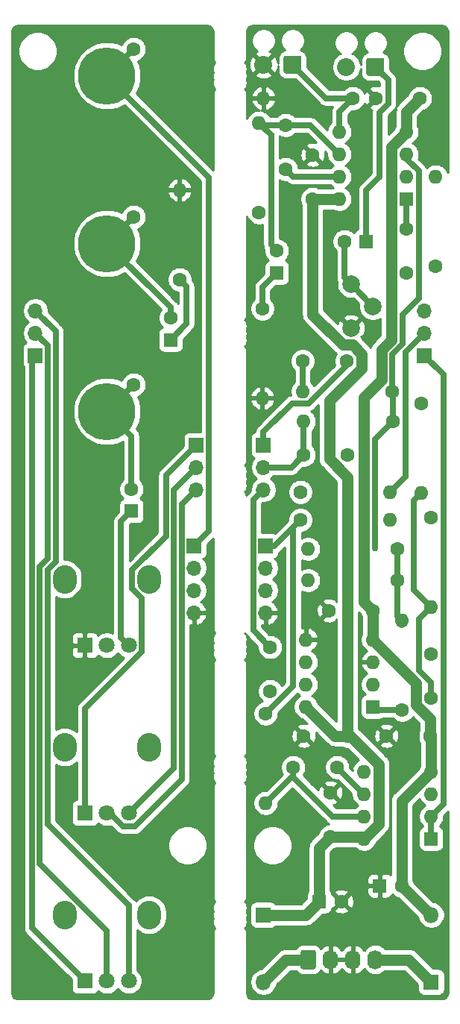
<source format=gtl>
%TF.GenerationSoftware,KiCad,Pcbnew,(5.1.8-0-10_14)*%
%TF.CreationDate,2021-09-01T19:05:50+01:00*%
%TF.ProjectId,4u-spring-reverb,34752d73-7072-4696-9e67-2d7265766572,rev?*%
%TF.SameCoordinates,Original*%
%TF.FileFunction,Copper,L1,Top*%
%TF.FilePolarity,Positive*%
%FSLAX46Y46*%
G04 Gerber Fmt 4.6, Leading zero omitted, Abs format (unit mm)*
G04 Created by KiCad (PCBNEW (5.1.8-0-10_14)) date 2021-09-01 19:05:50*
%MOMM*%
%LPD*%
G01*
G04 APERTURE LIST*
%TA.AperFunction,ComponentPad*%
%ADD10O,1.600000X1.600000*%
%TD*%
%TA.AperFunction,ComponentPad*%
%ADD11C,1.600000*%
%TD*%
%TA.AperFunction,ComponentPad*%
%ADD12O,2.720000X3.240000*%
%TD*%
%TA.AperFunction,ComponentPad*%
%ADD13C,1.800000*%
%TD*%
%TA.AperFunction,ComponentPad*%
%ADD14R,1.800000X1.800000*%
%TD*%
%TA.AperFunction,ComponentPad*%
%ADD15C,2.000000*%
%TD*%
%TA.AperFunction,ComponentPad*%
%ADD16O,1.740000X2.190000*%
%TD*%
%TA.AperFunction,ComponentPad*%
%ADD17O,1.700000X1.700000*%
%TD*%
%TA.AperFunction,ComponentPad*%
%ADD18R,1.700000X1.700000*%
%TD*%
%TA.AperFunction,ComponentPad*%
%ADD19C,2.032000*%
%TD*%
%TA.AperFunction,ComponentPad*%
%ADD20C,6.500000*%
%TD*%
%TA.AperFunction,ComponentPad*%
%ADD21R,1.600000X1.600000*%
%TD*%
%TA.AperFunction,ComponentPad*%
%ADD22O,1.800000X1.800000*%
%TD*%
%TA.AperFunction,ViaPad*%
%ADD23C,0.762000*%
%TD*%
%TA.AperFunction,Conductor*%
%ADD24C,0.635000*%
%TD*%
%TA.AperFunction,Conductor*%
%ADD25C,1.270000*%
%TD*%
%TA.AperFunction,Conductor*%
%ADD26C,0.254000*%
%TD*%
%TA.AperFunction,Conductor*%
%ADD27C,0.100000*%
%TD*%
G04 APERTURE END LIST*
D10*
%TO.P,R16,2*%
%TO.N,GND1*%
X120015000Y-57404000D03*
D11*
%TO.P,R16,1*%
%TO.N,/AUDIO2_IN_CTRL*%
X120015000Y-67564000D03*
%TD*%
D12*
%TO.P,RV2,*%
%TO.N,*%
X106960000Y-139700000D03*
X116560000Y-139700000D03*
D13*
%TO.P,RV2,3*%
%TO.N,/AUDIO_WET_CTRL*%
X114260000Y-147200000D03*
%TO.P,RV2,2*%
%TO.N,/AUDIO_MIX_CTRL*%
X111760000Y-147200000D03*
D14*
%TO.P,RV2,1*%
%TO.N,/AUDIO_DRY_CTRL*%
X109260000Y-147200000D03*
%TD*%
D15*
%TO.P,R14,3*%
%TO.N,GND*%
X139486000Y-73112000D03*
%TO.P,R14,1*%
%TO.N,Net-(C10-Pad2)*%
X139486000Y-68112000D03*
%TO.P,R14,2*%
X141986000Y-70612000D03*
%TD*%
D10*
%TO.P,R13,2*%
%TO.N,Net-(C9-Pad1)*%
X129794000Y-127000000D03*
D11*
%TO.P,R13,1*%
%TO.N,/AUDIO_OUT_MAIN*%
X129794000Y-116840000D03*
%TD*%
D10*
%TO.P,R2,2*%
%TO.N,GND*%
X129413000Y-81026000D03*
D11*
%TO.P,R2,1*%
%TO.N,Net-(C3-Pad1)*%
X129413000Y-70866000D03*
%TD*%
D16*
%TO.P,J8,4*%
%TO.N,Net-(D2-Pad1)*%
X142240000Y-144780000D03*
%TO.P,J8,3*%
%TO.N,GND*%
X139700000Y-144780000D03*
%TO.P,J8,2*%
X137160000Y-144780000D03*
%TO.P,J8,1*%
%TO.N,Net-(D1-Pad2)*%
%TA.AperFunction,ComponentPad*%
G36*
G01*
X133750000Y-145625001D02*
X133750000Y-143934999D01*
G75*
G02*
X133999999Y-143685000I249999J0D01*
G01*
X135240001Y-143685000D01*
G75*
G02*
X135490000Y-143934999I0J-249999D01*
G01*
X135490000Y-145625001D01*
G75*
G02*
X135240001Y-145875000I-249999J0D01*
G01*
X133999999Y-145875000D01*
G75*
G02*
X133750000Y-145625001I0J249999D01*
G01*
G37*
%TD.AperFunction*%
%TD*%
D17*
%TO.P,J7,3*%
%TO.N,/TILT_CENTRE_CTRL*%
X121920000Y-91440000D03*
%TO.P,J7,2*%
%TO.N,/TILT_HI_CTRL*%
X121920000Y-88900000D03*
D18*
%TO.P,J7,1*%
%TO.N,/TILT_LO_CTRL*%
X121920000Y-86360000D03*
%TD*%
D17*
%TO.P,J6,3*%
%TO.N,/TILT_CENTRE_MAIN*%
X129540000Y-91440000D03*
%TO.P,J6,2*%
%TO.N,/TILT_HI_MAIN*%
X129540000Y-88900000D03*
D18*
%TO.P,J6,1*%
%TO.N,/TILT_LO_MAIN*%
X129540000Y-86360000D03*
%TD*%
%TO.P,J5,1*%
%TO.N,Net-(C10-Pad1)*%
%TA.AperFunction,ComponentPad*%
G36*
G01*
X143256000Y-42672000D02*
X143256000Y-44196000D01*
G75*
G02*
X143002000Y-44450000I-254000J0D01*
G01*
X141478000Y-44450000D01*
G75*
G02*
X141224000Y-44196000I0J254000D01*
G01*
X141224000Y-42672000D01*
G75*
G02*
X141478000Y-42418000I254000J0D01*
G01*
X143002000Y-42418000D01*
G75*
G02*
X143256000Y-42672000I0J-254000D01*
G01*
G37*
%TD.AperFunction*%
D19*
%TO.P,J5,2*%
%TO.N,Net-(C11-Pad1)*%
X138938000Y-43434000D03*
%TD*%
D11*
%TO.P,J3,1*%
%TO.N,Net-(C2-Pad2)*%
X114808000Y-60452000D03*
D20*
X111760000Y-63500000D03*
%TD*%
%TO.P,J2,1*%
%TO.N,Net-(J2-Pad1)*%
%TA.AperFunction,ComponentPad*%
G36*
G01*
X133858000Y-42418000D02*
X133858000Y-43942000D01*
G75*
G02*
X133604000Y-44196000I-254000J0D01*
G01*
X132080000Y-44196000D01*
G75*
G02*
X131826000Y-43942000I0J254000D01*
G01*
X131826000Y-42418000D01*
G75*
G02*
X132080000Y-42164000I254000J0D01*
G01*
X133604000Y-42164000D01*
G75*
G02*
X133858000Y-42418000I0J-254000D01*
G01*
G37*
%TD.AperFunction*%
D19*
%TO.P,J2,2*%
%TO.N,GND*%
X129540000Y-43180000D03*
%TD*%
D11*
%TO.P,C13,2*%
%TO.N,-12V*%
X145248000Y-136398000D03*
D21*
%TO.P,C13,1*%
%TO.N,GND*%
X142748000Y-136398000D03*
%TD*%
D11*
%TO.P,C12,2*%
%TO.N,GND*%
X138390000Y-138176000D03*
D21*
%TO.P,C12,1*%
%TO.N,+12V*%
X135890000Y-138176000D03*
%TD*%
D11*
%TO.P,C11,2*%
%TO.N,Net-(C11-Pad2)*%
X145796000Y-66802000D03*
%TO.P,C11,1*%
%TO.N,Net-(C11-Pad1)*%
X145796000Y-61802000D03*
%TD*%
%TO.P,C9,2*%
%TO.N,Net-(C9-Pad2)*%
X137922000Y-122936000D03*
%TO.P,C9,1*%
%TO.N,Net-(C9-Pad1)*%
X132922000Y-122936000D03*
%TD*%
D12*
%TO.P,RV3,*%
%TO.N,*%
X106960000Y-120650000D03*
X116560000Y-120650000D03*
D13*
%TO.P,RV3,3*%
%TO.N,/TILT_HI_CTRL*%
X114260000Y-128150000D03*
%TO.P,RV3,2*%
%TO.N,/TILT_CENTRE_CTRL*%
X111760000Y-128150000D03*
D14*
%TO.P,RV3,1*%
%TO.N,/TILT_LO_CTRL*%
X109260000Y-128150000D03*
%TD*%
D12*
%TO.P,RV1,*%
%TO.N,*%
X106960000Y-101600000D03*
X116560000Y-101600000D03*
D13*
%TO.P,RV1,3*%
%TO.N,Net-(C1-Pad1)*%
X114260000Y-109100000D03*
%TO.P,RV1,2*%
%TO.N,/AUDIO1_IN_CTRL*%
X111760000Y-109100000D03*
D14*
%TO.P,RV1,1*%
%TO.N,GND1*%
X109260000Y-109100000D03*
%TD*%
D10*
%TO.P,U3,8*%
%TO.N,+12V*%
X140970000Y-131064000D03*
%TO.P,U3,4*%
%TO.N,-12V*%
X148590000Y-123444000D03*
%TO.P,U3,7*%
%TO.N,Net-(C9-Pad1)*%
X140970000Y-128524000D03*
%TO.P,U3,3*%
%TO.N,/AUDIO_MIX*%
X148590000Y-125984000D03*
%TO.P,U3,6*%
%TO.N,Net-(C9-Pad2)*%
X140970000Y-125984000D03*
%TO.P,U3,2*%
%TO.N,/AUDIO_DRY_MAIN*%
X148590000Y-128524000D03*
%TO.P,U3,5*%
%TO.N,GND*%
X140970000Y-123444000D03*
D21*
%TO.P,U3,1*%
%TO.N,/AUDIO_DRY_MAIN*%
X148590000Y-131064000D03*
%TD*%
D10*
%TO.P,U2,8*%
%TO.N,+12V*%
X134366000Y-116078000D03*
%TO.P,U2,4*%
%TO.N,-12V*%
X141986000Y-108458000D03*
%TO.P,U2,7*%
%TO.N,Net-(C8-Pad1)*%
X134366000Y-113538000D03*
%TO.P,U2,3*%
%TO.N,GND*%
X141986000Y-110998000D03*
%TO.P,U2,6*%
%TO.N,/TILT_CENTRE_MAIN*%
X134366000Y-110998000D03*
%TO.P,U2,2*%
%TO.N,Net-(C5-Pad2)*%
X141986000Y-113538000D03*
%TO.P,U2,5*%
%TO.N,GND*%
X134366000Y-108458000D03*
D21*
%TO.P,U2,1*%
%TO.N,/AUDIO_MIX*%
X141986000Y-116078000D03*
%TD*%
D10*
%TO.P,U1,8*%
%TO.N,+12V*%
X138176000Y-58420000D03*
%TO.P,U1,4*%
%TO.N,-12V*%
X145796000Y-50800000D03*
%TO.P,U1,7*%
%TO.N,/AUDIO_WET_MAIN*%
X138176000Y-55880000D03*
%TO.P,U1,3*%
%TO.N,Net-(C8-Pad1)*%
X145796000Y-53340000D03*
%TO.P,U1,6*%
%TO.N,Net-(C3-Pad2)*%
X138176000Y-53340000D03*
%TO.P,U1,2*%
%TO.N,Net-(C10-Pad1)*%
X145796000Y-55880000D03*
%TO.P,U1,5*%
%TO.N,Net-(J2-Pad1)*%
X138176000Y-50800000D03*
D21*
%TO.P,U1,1*%
%TO.N,Net-(C11-Pad1)*%
X145796000Y-58420000D03*
%TD*%
D10*
%TO.P,R15,2*%
%TO.N,Net-(C10-Pad1)*%
X149098000Y-55880000D03*
D11*
%TO.P,R15,1*%
%TO.N,Net-(C11-Pad2)*%
X149098000Y-66040000D03*
%TD*%
D10*
%TO.P,R12,2*%
%TO.N,Net-(C7-Pad1)*%
X133985000Y-80264000D03*
D11*
%TO.P,R12,1*%
%TO.N,Net-(C8-Pad1)*%
X144145000Y-80264000D03*
%TD*%
D10*
%TO.P,R11,2*%
%TO.N,/TILT_HI_MAIN*%
X134112000Y-83693000D03*
D11*
%TO.P,R11,1*%
%TO.N,Net-(C8-Pad1)*%
X144272000Y-83693000D03*
%TD*%
D10*
%TO.P,R10,2*%
%TO.N,Net-(C9-Pad2)*%
X143891000Y-94869000D03*
D11*
%TO.P,R10,1*%
%TO.N,/AUDIO_OUT_MAIN*%
X133731000Y-94869000D03*
%TD*%
D10*
%TO.P,R9,2*%
%TO.N,/AUDIO_MIX_MAIN*%
X143891000Y-91694000D03*
D11*
%TO.P,R9,1*%
%TO.N,Net-(C9-Pad2)*%
X133731000Y-91694000D03*
%TD*%
D10*
%TO.P,R8,2*%
%TO.N,/AUDIO_MIX*%
X147447000Y-91821000D03*
D11*
%TO.P,R8,1*%
%TO.N,/TILT_LO_MAIN*%
X147447000Y-81661000D03*
%TD*%
D10*
%TO.P,R7,2*%
%TO.N,/AUDIO_MIX*%
X148590000Y-104775000D03*
D11*
%TO.P,R7,1*%
%TO.N,Net-(C6-Pad2)*%
X148590000Y-94615000D03*
%TD*%
D10*
%TO.P,R6,2*%
%TO.N,Net-(C5-Pad2)*%
X145288000Y-106299000D03*
D11*
%TO.P,R6,1*%
%TO.N,/AUDIO_MIX*%
X145288000Y-116459000D03*
%TD*%
D10*
%TO.P,R5,2*%
%TO.N,/AUDIO1_IN_MAIN*%
X134620000Y-98171000D03*
D11*
%TO.P,R5,1*%
%TO.N,Net-(C5-Pad2)*%
X144780000Y-98171000D03*
%TD*%
D10*
%TO.P,R4,2*%
%TO.N,/AUDIO2_IN_MAIN*%
X134620000Y-101727000D03*
D11*
%TO.P,R4,1*%
%TO.N,Net-(C5-Pad2)*%
X144780000Y-101727000D03*
%TD*%
D10*
%TO.P,R3,2*%
%TO.N,Net-(C3-Pad2)*%
X129032000Y-49784000D03*
D11*
%TO.P,R3,1*%
%TO.N,/AUDIO_WET_MAIN*%
X129032000Y-59944000D03*
%TD*%
D10*
%TO.P,R1,2*%
%TO.N,GND*%
X129540000Y-46990000D03*
D11*
%TO.P,R1,1*%
%TO.N,Net-(J2-Pad1)*%
X139700000Y-46990000D03*
%TD*%
D17*
%TO.P,J12,4*%
%TO.N,GND1*%
X121666000Y-105410000D03*
%TO.P,J12,3*%
%TO.N,/AUDIO2_IN_CTRL*%
X121666000Y-102870000D03*
%TO.P,J12,2*%
%TO.N,/AUDIO1_IN_CTRL*%
X121666000Y-100330000D03*
D18*
%TO.P,J12,1*%
%TO.N,/AUDIO_OUT_CTRL*%
X121666000Y-97790000D03*
%TD*%
D17*
%TO.P,J11,4*%
%TO.N,GND*%
X129794000Y-105410000D03*
%TO.P,J11,3*%
%TO.N,/AUDIO2_IN_MAIN*%
X129794000Y-102870000D03*
%TO.P,J11,2*%
%TO.N,/AUDIO1_IN_MAIN*%
X129794000Y-100330000D03*
D18*
%TO.P,J11,1*%
%TO.N,/AUDIO_OUT_MAIN*%
X129794000Y-97790000D03*
%TD*%
D17*
%TO.P,J10,3*%
%TO.N,/AUDIO_WET_MAIN*%
X147828000Y-71120000D03*
%TO.P,J10,2*%
%TO.N,/AUDIO_MIX_MAIN*%
X147828000Y-73660000D03*
D18*
%TO.P,J10,1*%
%TO.N,/AUDIO_DRY_MAIN*%
X147828000Y-76200000D03*
%TD*%
D17*
%TO.P,J9,3*%
%TO.N,/AUDIO_WET_CTRL*%
X103632000Y-71120000D03*
%TO.P,J9,2*%
%TO.N,/AUDIO_MIX_CTRL*%
X103632000Y-73660000D03*
D18*
%TO.P,J9,1*%
%TO.N,/AUDIO_DRY_CTRL*%
X103632000Y-76200000D03*
%TD*%
D11*
%TO.P,J4,1*%
%TO.N,/AUDIO_OUT_CTRL*%
X114808000Y-41402000D03*
D20*
X111760000Y-44450000D03*
%TD*%
D11*
%TO.P,J1,1*%
%TO.N,Net-(C1-Pad2)*%
X114808000Y-79502000D03*
D20*
X111760000Y-82550000D03*
%TD*%
D22*
%TO.P,D2,2*%
%TO.N,-12V*%
X148590000Y-139700000D03*
D14*
%TO.P,D2,1*%
%TO.N,Net-(D2-Pad1)*%
X148590000Y-147320000D03*
%TD*%
D22*
%TO.P,D1,2*%
%TO.N,Net-(D1-Pad2)*%
X129540000Y-147320000D03*
D14*
%TO.P,D1,1*%
%TO.N,+12V*%
X129540000Y-139700000D03*
%TD*%
D11*
%TO.P,C19,2*%
%TO.N,-12V*%
X147320000Y-46990000D03*
%TO.P,C19,1*%
%TO.N,GND*%
X142320000Y-46990000D03*
%TD*%
%TO.P,C18,2*%
%TO.N,GND*%
X137160000Y-125810000D03*
%TO.P,C18,1*%
%TO.N,+12V*%
X137160000Y-130810000D03*
%TD*%
%TO.P,C17,2*%
%TO.N,-12V*%
X148510000Y-119380000D03*
%TO.P,C17,1*%
%TO.N,GND*%
X143510000Y-119380000D03*
%TD*%
%TO.P,C16,2*%
%TO.N,GND*%
X135128000Y-53420000D03*
%TO.P,C16,1*%
%TO.N,+12V*%
X135128000Y-58420000D03*
%TD*%
%TO.P,C15,2*%
%TO.N,-12V*%
X141986000Y-105156000D03*
%TO.P,C15,1*%
%TO.N,GND*%
X136986000Y-105156000D03*
%TD*%
%TO.P,C14,2*%
%TO.N,GND*%
X134112000Y-119380000D03*
%TO.P,C14,1*%
%TO.N,+12V*%
X139112000Y-119380000D03*
%TD*%
%TO.P,C10,2*%
%TO.N,Net-(C10-Pad2)*%
X138724000Y-63246000D03*
D21*
%TO.P,C10,1*%
%TO.N,Net-(C10-Pad1)*%
X141224000Y-63246000D03*
%TD*%
D11*
%TO.P,C8,2*%
%TO.N,/TILT_CENTRE_MAIN*%
X130302000Y-109300000D03*
%TO.P,C8,1*%
%TO.N,Net-(C8-Pad1)*%
X130302000Y-114300000D03*
%TD*%
%TO.P,C7,2*%
%TO.N,/TILT_LO_MAIN*%
X138985000Y-76835000D03*
%TO.P,C7,1*%
%TO.N,Net-(C7-Pad1)*%
X133985000Y-76835000D03*
%TD*%
%TO.P,C6,2*%
%TO.N,Net-(C6-Pad2)*%
X139112000Y-87503000D03*
%TO.P,C6,1*%
%TO.N,/TILT_HI_MAIN*%
X134112000Y-87503000D03*
%TD*%
%TO.P,C5,2*%
%TO.N,Net-(C5-Pad2)*%
X148590000Y-110062000D03*
%TO.P,C5,1*%
%TO.N,/AUDIO_MIX*%
X148590000Y-115062000D03*
%TD*%
%TO.P,C4,2*%
%TO.N,Net-(C3-Pad2)*%
X132080000Y-50038000D03*
%TO.P,C4,1*%
%TO.N,/AUDIO_WET_MAIN*%
X132080000Y-55038000D03*
%TD*%
%TO.P,C3,2*%
%TO.N,Net-(C3-Pad2)*%
X131064000Y-64302000D03*
D21*
%TO.P,C3,1*%
%TO.N,Net-(C3-Pad1)*%
X131064000Y-66802000D03*
%TD*%
D11*
%TO.P,C2,2*%
%TO.N,Net-(C2-Pad2)*%
X118999000Y-71922000D03*
D21*
%TO.P,C2,1*%
%TO.N,/AUDIO2_IN_CTRL*%
X118999000Y-74422000D03*
%TD*%
D11*
%TO.P,C1,2*%
%TO.N,Net-(C1-Pad2)*%
X114554000Y-91353000D03*
D21*
%TO.P,C1,1*%
%TO.N,Net-(C1-Pad1)*%
X114554000Y-93853000D03*
%TD*%
D23*
%TO.N,Net-(C8-Pad1)*%
X142240000Y-98044000D03*
%TO.N,Net-(C10-Pad1)*%
X142748000Y-55880000D03*
%TD*%
D24*
%TO.N,Net-(C3-Pad2)*%
X134874000Y-50038000D02*
X132080000Y-50038000D01*
X138176000Y-53340000D02*
X134874000Y-50038000D01*
X129286000Y-50038000D02*
X129032000Y-49784000D01*
X132080000Y-50038000D02*
X129286000Y-50038000D01*
X130403501Y-63641501D02*
X131064000Y-64302000D01*
X130403501Y-51155501D02*
X130403501Y-63641501D01*
X129032000Y-49784000D02*
X130403501Y-51155501D01*
%TO.N,Net-(C3-Pad1)*%
X129413000Y-68453000D02*
X131064000Y-66802000D01*
X129413000Y-70866000D02*
X129413000Y-68453000D01*
%TO.N,Net-(C5-Pad2)*%
X144780000Y-98171000D02*
X144780000Y-101727000D01*
X144780000Y-105791000D02*
X145288000Y-106299000D01*
X144780000Y-101727000D02*
X144780000Y-105791000D01*
X145288000Y-106299000D02*
X145288000Y-106760000D01*
%TO.N,Net-(C7-Pad1)*%
X133985000Y-76835000D02*
X133985000Y-80264000D01*
%TO.N,Net-(C8-Pad1)*%
X144272000Y-80391000D02*
X144145000Y-80264000D01*
X144272000Y-83693000D02*
X144272000Y-80391000D01*
X145313509Y-74917243D02*
X144145000Y-76085752D01*
X144145000Y-76085752D02*
X144145000Y-80264000D01*
X147167501Y-69698499D02*
X145313509Y-71552491D01*
X145313509Y-71552491D02*
X145313509Y-74917243D01*
X147167501Y-55221679D02*
X147167501Y-69698499D01*
X145796000Y-53850178D02*
X147167501Y-55221679D01*
X145796000Y-53340000D02*
X145796000Y-53850178D01*
X142240000Y-98044000D02*
X142240000Y-85725000D01*
X142240000Y-85725000D02*
X144272000Y-83693000D01*
D25*
%TO.N,+12V*%
X134366000Y-139700000D02*
X135890000Y-138176000D01*
X129540000Y-139700000D02*
X134366000Y-139700000D01*
X135890000Y-132080000D02*
X137160000Y-130810000D01*
X135890000Y-138176000D02*
X135890000Y-132080000D01*
X140716000Y-130810000D02*
X140970000Y-131064000D01*
X137160000Y-130810000D02*
X140716000Y-130810000D01*
X142659001Y-122633279D02*
X139405722Y-119380000D01*
X139405722Y-119380000D02*
X139112000Y-119380000D01*
X142659001Y-129374999D02*
X142659001Y-122633279D01*
X140970000Y-131064000D02*
X142659001Y-129374999D01*
X137668000Y-119380000D02*
X134366000Y-116078000D01*
X139112000Y-119380000D02*
X137668000Y-119380000D01*
X135128000Y-58420000D02*
X138176000Y-58420000D01*
X139112000Y-90002722D02*
X137034999Y-87925721D01*
X139112000Y-119380000D02*
X139112000Y-90002722D01*
X139650723Y-75001001D02*
X138579279Y-75001001D01*
X140674001Y-76024279D02*
X139650723Y-75001001D01*
X135128000Y-71549722D02*
X135128000Y-58420000D01*
X140674001Y-77645721D02*
X140674001Y-76024279D01*
X137034999Y-81284723D02*
X140674001Y-77645721D01*
X138579279Y-75001001D02*
X135128000Y-71549722D01*
X137034999Y-87925721D02*
X137034999Y-81284723D01*
%TO.N,-12V*%
X148550000Y-139700000D02*
X145248000Y-136398000D01*
X148590000Y-139700000D02*
X148550000Y-139700000D01*
X145248000Y-126786000D02*
X148590000Y-123444000D01*
X145248000Y-136398000D02*
X145248000Y-126786000D01*
X148590000Y-119460000D02*
X148510000Y-119380000D01*
X148590000Y-123444000D02*
X148590000Y-119460000D01*
X146900999Y-113372999D02*
X141986000Y-108458000D01*
X148510000Y-117481722D02*
X146900999Y-115872721D01*
X146900999Y-115872721D02*
X146900999Y-113372999D01*
X148510000Y-119380000D02*
X148510000Y-117481722D01*
X141986000Y-108458000D02*
X141986000Y-105156000D01*
X145796000Y-48514000D02*
X147320000Y-46990000D01*
X145796000Y-50800000D02*
X145796000Y-48514000D01*
X140969999Y-104139999D02*
X141986000Y-105156000D01*
X142938490Y-78970788D02*
X140969999Y-80939279D01*
X140969999Y-80939279D02*
X140969999Y-104139999D01*
X142938490Y-75586000D02*
X142938490Y-78970788D01*
X144106999Y-74417491D02*
X142938490Y-75586000D01*
X144106999Y-52489001D02*
X144106999Y-74417491D01*
X145796000Y-50800000D02*
X144106999Y-52489001D01*
D24*
%TO.N,Net-(C11-Pad1)*%
X145796000Y-61802000D02*
X145796000Y-58420000D01*
%TO.N,/AUDIO_OUT_MAIN*%
X132931001Y-113702999D02*
X129794000Y-116840000D01*
X132931001Y-95668999D02*
X132931001Y-113702999D01*
X133731000Y-94869000D02*
X132931001Y-95668999D01*
X130810000Y-97790000D02*
X133731000Y-94869000D01*
X129794000Y-97790000D02*
X130810000Y-97790000D01*
%TO.N,/TILT_HI_MAIN*%
X134112000Y-83693000D02*
X134112000Y-87503000D01*
X132715000Y-88900000D02*
X134112000Y-87503000D01*
X129540000Y-88900000D02*
X132715000Y-88900000D01*
%TO.N,/TILT_LO_MAIN*%
X138985000Y-77293822D02*
X138985000Y-76835000D01*
X129540000Y-84875000D02*
X132779499Y-81635501D01*
X134643321Y-81635501D02*
X138985000Y-77293822D01*
X132779499Y-81635501D02*
X134643321Y-81635501D01*
X129540000Y-86360000D02*
X129540000Y-84875000D01*
%TO.N,/TILT_CENTRE_MAIN*%
X128372499Y-92607501D02*
X129540000Y-91440000D01*
X128372499Y-107370499D02*
X128372499Y-92607501D01*
X130302000Y-109300000D02*
X128372499Y-107370499D01*
%TO.N,/AUDIO2_IN_CTRL*%
X120814999Y-68363999D02*
X120015000Y-67564000D01*
X120814999Y-72606001D02*
X120814999Y-68363999D01*
X118999000Y-74422000D02*
X120814999Y-72606001D01*
%TO.N,/AUDIO_OUT_CTRL*%
X122833501Y-55523501D02*
X111760000Y-44450000D01*
X111760000Y-44450000D02*
X114808000Y-41402000D01*
X123341501Y-96114499D02*
X123341501Y-56031501D01*
X123341501Y-56031501D02*
X122833501Y-55523501D01*
X121666000Y-97790000D02*
X123341501Y-96114499D01*
%TO.N,/TILT_HI_CTRL*%
X119355489Y-91464511D02*
X121920000Y-88900000D01*
X119355489Y-123054511D02*
X119355489Y-91464511D01*
X114260000Y-128150000D02*
X119355489Y-123054511D01*
%TO.N,/TILT_CENTRE_CTRL*%
X120244499Y-93115501D02*
X121920000Y-91440000D01*
X120244499Y-124343323D02*
X120244499Y-93115501D01*
X114966321Y-129621501D02*
X120244499Y-124343323D01*
X112082178Y-128150000D02*
X113553679Y-129621501D01*
X113553679Y-129621501D02*
X114966321Y-129621501D01*
X111760000Y-128150000D02*
X112082178Y-128150000D01*
%TO.N,/TILT_LO_CTRL*%
X109260000Y-116277822D02*
X109260000Y-128150000D01*
X115731501Y-103763068D02*
X115731501Y-109806321D01*
X114628490Y-102660057D02*
X115731501Y-103763068D01*
X115731501Y-109806321D02*
X109260000Y-116277822D01*
X118466479Y-96701954D02*
X114628490Y-100539943D01*
X121920000Y-86360000D02*
X118466479Y-89813521D01*
X114628490Y-100539943D02*
X114628490Y-102660057D01*
X118466479Y-89813521D02*
X118466479Y-96701954D01*
%TO.N,Net-(C1-Pad1)*%
X113360001Y-108200001D02*
X114260000Y-109100000D01*
X113360001Y-95046999D02*
X113360001Y-108200001D01*
X114554000Y-93853000D02*
X113360001Y-95046999D01*
%TO.N,Net-(C2-Pad2)*%
X114808000Y-60452000D02*
X111760000Y-63500000D01*
X118999000Y-70739000D02*
X118999000Y-71922000D01*
X111760000Y-63500000D02*
X118999000Y-70739000D01*
%TO.N,/AUDIO_WET_MAIN*%
X132922000Y-55880000D02*
X132080000Y-55038000D01*
X138176000Y-55880000D02*
X132922000Y-55880000D01*
X133096000Y-55880000D02*
X138176000Y-55880000D01*
%TO.N,/AUDIO_MIX*%
X142367000Y-116459000D02*
X141986000Y-116078000D01*
X145288000Y-116459000D02*
X142367000Y-116459000D01*
X147218499Y-111984237D02*
X148590000Y-113355738D01*
X147218499Y-106146501D02*
X147218499Y-111984237D01*
X148590000Y-113355738D02*
X148590000Y-115062000D01*
X148590000Y-104775000D02*
X147218499Y-106146501D01*
X146647001Y-102832001D02*
X148590000Y-104775000D01*
X146647001Y-92620999D02*
X146647001Y-102832001D01*
X147447000Y-91821000D02*
X146647001Y-92620999D01*
D25*
%TO.N,Net-(D1-Pad2)*%
X132080000Y-144780000D02*
X129540000Y-147320000D01*
X134620000Y-144780000D02*
X132080000Y-144780000D01*
%TO.N,Net-(D2-Pad1)*%
X146050000Y-144780000D02*
X148590000Y-147320000D01*
X142240000Y-144780000D02*
X146050000Y-144780000D01*
D24*
%TO.N,/AUDIO_MIX_CTRL*%
X103632000Y-73660000D02*
X105053501Y-75081501D01*
X111760000Y-141508433D02*
X111760000Y-147200000D01*
X104139480Y-100171704D02*
X104139480Y-133887913D01*
X104139480Y-133887913D02*
X111760000Y-141508433D01*
X105053501Y-99257684D02*
X104139480Y-100171704D01*
X105053501Y-75081501D02*
X105053501Y-99257684D01*
%TO.N,/AUDIO_WET_CTRL*%
X105028490Y-100539943D02*
X105028490Y-129412490D01*
X105942511Y-99625922D02*
X105028490Y-100539943D01*
X105942511Y-73430511D02*
X105942511Y-99625922D01*
X103632000Y-71120000D02*
X105942511Y-73430511D01*
X114260000Y-138644000D02*
X114260000Y-147200000D01*
X105028490Y-129412490D02*
X114260000Y-138644000D01*
%TO.N,/AUDIO_DRY_CTRL*%
X103250470Y-76581530D02*
X103632000Y-76200000D01*
X103250470Y-141190470D02*
X103250470Y-76581530D01*
X109260000Y-147200000D02*
X103250470Y-141190470D01*
%TO.N,/AUDIO_MIX_MAIN*%
X145643501Y-75844499D02*
X147828000Y-73660000D01*
X145643501Y-89941499D02*
X145643501Y-75844499D01*
X143891000Y-91694000D02*
X145643501Y-89941499D01*
%TO.N,/AUDIO_DRY_MAIN*%
X148590000Y-131064000D02*
X148590000Y-128524000D01*
X149961501Y-127152499D02*
X148590000Y-128524000D01*
X149961501Y-78333501D02*
X149961501Y-127152499D01*
X147828000Y-76200000D02*
X149961501Y-78333501D01*
%TO.N,Net-(C1-Pad2)*%
X111760000Y-82550000D02*
X114808000Y-79502000D01*
X113030000Y-83820000D02*
X111760000Y-82550000D01*
X114554000Y-85344000D02*
X111760000Y-82550000D01*
X114554000Y-91353000D02*
X114554000Y-85344000D01*
%TO.N,Net-(C9-Pad2)*%
X140970000Y-125984000D02*
X137922000Y-122936000D01*
%TO.N,Net-(C9-Pad1)*%
X132922000Y-124067370D02*
X132922000Y-122936000D01*
X137378630Y-128524000D02*
X132922000Y-124067370D01*
X140970000Y-128524000D02*
X137378630Y-128524000D01*
X132922000Y-123872000D02*
X129794000Y-127000000D01*
X132922000Y-122936000D02*
X132922000Y-123872000D01*
%TO.N,Net-(C10-Pad2)*%
X138724000Y-67350000D02*
X139486000Y-68112000D01*
X138724000Y-63246000D02*
X138724000Y-67350000D01*
X139486000Y-68112000D02*
X141986000Y-70612000D01*
%TO.N,Net-(C10-Pad1)*%
X141224000Y-57404000D02*
X142748000Y-55880000D01*
X141224000Y-63246000D02*
X141224000Y-57404000D01*
X143691501Y-44885501D02*
X142240000Y-43434000D01*
X143691501Y-47648321D02*
X143691501Y-44885501D01*
X142748000Y-48591822D02*
X143691501Y-47648321D01*
X142748000Y-55880000D02*
X142748000Y-48591822D01*
%TO.N,Net-(J2-Pad1)*%
X136652000Y-46990000D02*
X132842000Y-43180000D01*
X139700000Y-46990000D02*
X136652000Y-46990000D01*
X138176000Y-48514000D02*
X139700000Y-46990000D01*
X138176000Y-50800000D02*
X138176000Y-48514000D01*
%TD*%
D26*
%TO.N,GND1*%
X123307869Y-38774722D02*
X123421246Y-38808953D01*
X123525819Y-38864555D01*
X123617596Y-38939407D01*
X123693091Y-39030664D01*
X123749419Y-39134844D01*
X123784440Y-39247976D01*
X123800000Y-39396022D01*
X123800001Y-42132919D01*
X123803274Y-42166151D01*
X123803274Y-42182637D01*
X123804237Y-42191802D01*
X123831866Y-42438118D01*
X123844297Y-42496598D01*
X123855921Y-42555308D01*
X123858647Y-42564111D01*
X123933592Y-42800369D01*
X123957146Y-42855324D01*
X123979953Y-42910658D01*
X123984336Y-42918764D01*
X124028792Y-42999629D01*
X123942576Y-43085845D01*
X123845723Y-43230795D01*
X123779010Y-43391855D01*
X123745000Y-43562835D01*
X123745000Y-43737165D01*
X123779010Y-43908145D01*
X123837768Y-44050000D01*
X123779010Y-44191855D01*
X123745000Y-44362835D01*
X123745000Y-44537165D01*
X123779010Y-44708145D01*
X123837768Y-44850000D01*
X123779010Y-44991855D01*
X123745000Y-45162835D01*
X123745000Y-45337165D01*
X123779010Y-45508145D01*
X123845723Y-45669205D01*
X123942576Y-45814155D01*
X124028980Y-45900559D01*
X123973081Y-46005691D01*
X123950298Y-46060968D01*
X123926721Y-46115975D01*
X123923997Y-46124778D01*
X123852357Y-46362059D01*
X123840736Y-46420746D01*
X123828300Y-46479252D01*
X123827337Y-46488417D01*
X123803158Y-46735015D01*
X123800000Y-46767082D01*
X123800000Y-55142963D01*
X123473938Y-54816900D01*
X115100477Y-46443439D01*
X115202842Y-46290238D01*
X115495702Y-45583213D01*
X115645000Y-44832639D01*
X115645000Y-44067361D01*
X115495702Y-43316787D01*
X115267161Y-42765041D01*
X115487727Y-42673680D01*
X115722759Y-42516637D01*
X115922637Y-42316759D01*
X116079680Y-42081727D01*
X116187853Y-41820574D01*
X116243000Y-41543335D01*
X116243000Y-41260665D01*
X116187853Y-40983426D01*
X116079680Y-40722273D01*
X115922637Y-40487241D01*
X115722759Y-40287363D01*
X115487727Y-40130320D01*
X115226574Y-40022147D01*
X114949335Y-39967000D01*
X114666665Y-39967000D01*
X114389426Y-40022147D01*
X114128273Y-40130320D01*
X113893241Y-40287363D01*
X113693363Y-40487241D01*
X113536320Y-40722273D01*
X113444959Y-40942839D01*
X112893213Y-40714298D01*
X112142639Y-40565000D01*
X111377361Y-40565000D01*
X110626787Y-40714298D01*
X109919762Y-41007158D01*
X109283457Y-41432323D01*
X108742323Y-41973457D01*
X108317158Y-42609762D01*
X108024298Y-43316787D01*
X107875000Y-44067361D01*
X107875000Y-44832639D01*
X108024298Y-45583213D01*
X108317158Y-46290238D01*
X108742323Y-46926543D01*
X109283457Y-47467677D01*
X109919762Y-47892842D01*
X110626787Y-48185702D01*
X111377361Y-48335000D01*
X112142639Y-48335000D01*
X112893213Y-48185702D01*
X113600238Y-47892842D01*
X113753439Y-47790477D01*
X122389002Y-56426040D01*
X122389001Y-84871928D01*
X121070000Y-84871928D01*
X120945518Y-84884188D01*
X120825820Y-84920498D01*
X120715506Y-84979463D01*
X120618815Y-85058815D01*
X120539463Y-85155506D01*
X120480498Y-85265820D01*
X120444188Y-85385518D01*
X120431928Y-85510000D01*
X120431928Y-86501033D01*
X117826048Y-89106914D01*
X117789701Y-89136743D01*
X117670673Y-89281780D01*
X117582227Y-89447253D01*
X117542386Y-89578590D01*
X117527762Y-89626799D01*
X117509371Y-89813521D01*
X117513979Y-89860306D01*
X117513980Y-96307414D01*
X114312501Y-99508894D01*
X114312501Y-95441537D01*
X114462966Y-95291072D01*
X115354000Y-95291072D01*
X115478482Y-95278812D01*
X115598180Y-95242502D01*
X115708494Y-95183537D01*
X115805185Y-95104185D01*
X115884537Y-95007494D01*
X115943502Y-94897180D01*
X115979812Y-94777482D01*
X115992072Y-94653000D01*
X115992072Y-93053000D01*
X115979812Y-92928518D01*
X115943502Y-92808820D01*
X115884537Y-92698506D01*
X115805185Y-92601815D01*
X115708494Y-92522463D01*
X115598180Y-92463498D01*
X115502057Y-92434339D01*
X115668637Y-92267759D01*
X115825680Y-92032727D01*
X115933853Y-91771574D01*
X115989000Y-91494335D01*
X115989000Y-91211665D01*
X115933853Y-90934426D01*
X115825680Y-90673273D01*
X115668637Y-90438241D01*
X115506500Y-90276104D01*
X115506500Y-85390785D01*
X115511108Y-85344000D01*
X115492717Y-85157278D01*
X115492180Y-85155506D01*
X115453059Y-85026543D01*
X115438252Y-84977730D01*
X115388253Y-84884188D01*
X115349806Y-84812259D01*
X115230778Y-84667222D01*
X115194436Y-84637397D01*
X115100477Y-84543438D01*
X115202842Y-84390238D01*
X115495702Y-83683213D01*
X115645000Y-82932639D01*
X115645000Y-82167361D01*
X115495702Y-81416787D01*
X115267161Y-80865041D01*
X115487727Y-80773680D01*
X115722759Y-80616637D01*
X115922637Y-80416759D01*
X116079680Y-80181727D01*
X116187853Y-79920574D01*
X116243000Y-79643335D01*
X116243000Y-79360665D01*
X116187853Y-79083426D01*
X116079680Y-78822273D01*
X115922637Y-78587241D01*
X115722759Y-78387363D01*
X115487727Y-78230320D01*
X115226574Y-78122147D01*
X114949335Y-78067000D01*
X114666665Y-78067000D01*
X114389426Y-78122147D01*
X114128273Y-78230320D01*
X113893241Y-78387363D01*
X113693363Y-78587241D01*
X113536320Y-78822273D01*
X113444959Y-79042839D01*
X112893213Y-78814298D01*
X112142639Y-78665000D01*
X111377361Y-78665000D01*
X110626787Y-78814298D01*
X109919762Y-79107158D01*
X109283457Y-79532323D01*
X108742323Y-80073457D01*
X108317158Y-80709762D01*
X108024298Y-81416787D01*
X107875000Y-82167361D01*
X107875000Y-82932639D01*
X108024298Y-83683213D01*
X108317158Y-84390238D01*
X108742323Y-85026543D01*
X109283457Y-85567677D01*
X109919762Y-85992842D01*
X110626787Y-86285702D01*
X111377361Y-86435000D01*
X112142639Y-86435000D01*
X112893213Y-86285702D01*
X113600238Y-85992842D01*
X113601501Y-85991998D01*
X113601500Y-90276104D01*
X113439363Y-90438241D01*
X113282320Y-90673273D01*
X113174147Y-90934426D01*
X113119000Y-91211665D01*
X113119000Y-91494335D01*
X113174147Y-91771574D01*
X113282320Y-92032727D01*
X113439363Y-92267759D01*
X113605943Y-92434339D01*
X113509820Y-92463498D01*
X113399506Y-92522463D01*
X113302815Y-92601815D01*
X113223463Y-92698506D01*
X113164498Y-92808820D01*
X113128188Y-92928518D01*
X113115928Y-93053000D01*
X113115928Y-93944034D01*
X112719570Y-94340392D01*
X112683223Y-94370221D01*
X112564195Y-94515258D01*
X112475749Y-94680731D01*
X112446400Y-94777482D01*
X112421284Y-94860277D01*
X112402893Y-95046999D01*
X112407501Y-95093784D01*
X112407502Y-107706732D01*
X112207743Y-107623989D01*
X111911184Y-107565000D01*
X111608816Y-107565000D01*
X111312257Y-107623989D01*
X111032905Y-107739701D01*
X110781495Y-107907688D01*
X110743880Y-107945303D01*
X110690537Y-107845506D01*
X110611185Y-107748815D01*
X110514494Y-107669463D01*
X110404180Y-107610498D01*
X110284482Y-107574188D01*
X110160000Y-107561928D01*
X109545750Y-107565000D01*
X109387000Y-107723750D01*
X109387000Y-108973000D01*
X109407000Y-108973000D01*
X109407000Y-109227000D01*
X109387000Y-109227000D01*
X109387000Y-110476250D01*
X109545750Y-110635000D01*
X110160000Y-110638072D01*
X110284482Y-110625812D01*
X110404180Y-110589502D01*
X110514494Y-110530537D01*
X110611185Y-110451185D01*
X110690537Y-110354494D01*
X110743880Y-110254697D01*
X110781495Y-110292312D01*
X111032905Y-110460299D01*
X111312257Y-110576011D01*
X111608816Y-110635000D01*
X111911184Y-110635000D01*
X112207743Y-110576011D01*
X112487095Y-110460299D01*
X112738505Y-110292312D01*
X112952312Y-110078505D01*
X113010000Y-109992169D01*
X113067688Y-110078505D01*
X113281495Y-110292312D01*
X113532905Y-110460299D01*
X113672615Y-110518169D01*
X108619569Y-115571215D01*
X108583222Y-115601044D01*
X108464194Y-115746081D01*
X108375748Y-115911554D01*
X108321283Y-116091099D01*
X108321283Y-116091100D01*
X108302892Y-116277822D01*
X108307500Y-116324607D01*
X108307500Y-118915047D01*
X108073725Y-118723193D01*
X107727147Y-118537943D01*
X107351088Y-118423867D01*
X106960000Y-118385348D01*
X106568913Y-118423867D01*
X106192854Y-118537943D01*
X105980990Y-118651187D01*
X105980990Y-110000000D01*
X107721928Y-110000000D01*
X107734188Y-110124482D01*
X107770498Y-110244180D01*
X107829463Y-110354494D01*
X107908815Y-110451185D01*
X108005506Y-110530537D01*
X108115820Y-110589502D01*
X108235518Y-110625812D01*
X108360000Y-110638072D01*
X108974250Y-110635000D01*
X109133000Y-110476250D01*
X109133000Y-109227000D01*
X107883750Y-109227000D01*
X107725000Y-109385750D01*
X107721928Y-110000000D01*
X105980990Y-110000000D01*
X105980990Y-108200000D01*
X107721928Y-108200000D01*
X107725000Y-108814250D01*
X107883750Y-108973000D01*
X109133000Y-108973000D01*
X109133000Y-107723750D01*
X108974250Y-107565000D01*
X108360000Y-107561928D01*
X108235518Y-107574188D01*
X108115820Y-107610498D01*
X108005506Y-107669463D01*
X107908815Y-107748815D01*
X107829463Y-107845506D01*
X107770498Y-107955820D01*
X107734188Y-108075518D01*
X107721928Y-108200000D01*
X105980990Y-108200000D01*
X105980990Y-103598814D01*
X106192853Y-103712057D01*
X106568912Y-103826133D01*
X106960000Y-103864652D01*
X107351087Y-103826133D01*
X107727146Y-103712057D01*
X108073725Y-103526807D01*
X108377503Y-103277503D01*
X108626807Y-102973725D01*
X108812057Y-102627147D01*
X108926133Y-102251088D01*
X108955000Y-101957998D01*
X108955000Y-101242003D01*
X108926133Y-100948913D01*
X108812057Y-100572853D01*
X108626807Y-100226275D01*
X108377503Y-99922497D01*
X108073725Y-99673193D01*
X107727147Y-99487943D01*
X107351088Y-99373867D01*
X106960000Y-99335348D01*
X106895011Y-99341749D01*
X106895011Y-73477296D01*
X106899619Y-73430511D01*
X106881228Y-73243788D01*
X106872583Y-73215289D01*
X106826763Y-73064242D01*
X106738317Y-72898770D01*
X106619289Y-72753733D01*
X106582947Y-72723908D01*
X105117000Y-71257962D01*
X105117000Y-70973740D01*
X105059932Y-70686842D01*
X104947990Y-70416589D01*
X104785475Y-70173368D01*
X104578632Y-69966525D01*
X104335411Y-69804010D01*
X104065158Y-69692068D01*
X103778260Y-69635000D01*
X103485740Y-69635000D01*
X103198842Y-69692068D01*
X102928589Y-69804010D01*
X102685368Y-69966525D01*
X102478525Y-70173368D01*
X102316010Y-70416589D01*
X102204068Y-70686842D01*
X102147000Y-70973740D01*
X102147000Y-71266260D01*
X102204068Y-71553158D01*
X102316010Y-71823411D01*
X102478525Y-72066632D01*
X102685368Y-72273475D01*
X102859760Y-72390000D01*
X102685368Y-72506525D01*
X102478525Y-72713368D01*
X102316010Y-72956589D01*
X102204068Y-73226842D01*
X102147000Y-73513740D01*
X102147000Y-73806260D01*
X102204068Y-74093158D01*
X102316010Y-74363411D01*
X102478525Y-74606632D01*
X102610380Y-74738487D01*
X102537820Y-74760498D01*
X102427506Y-74819463D01*
X102330815Y-74898815D01*
X102251463Y-74995506D01*
X102192498Y-75105820D01*
X102156188Y-75225518D01*
X102143928Y-75350000D01*
X102143928Y-77050000D01*
X102156188Y-77174482D01*
X102192498Y-77294180D01*
X102251463Y-77404494D01*
X102297971Y-77461164D01*
X102297970Y-141143685D01*
X102293362Y-141190470D01*
X102300958Y-141267588D01*
X102311753Y-141377192D01*
X102366218Y-141556738D01*
X102454664Y-141722211D01*
X102573692Y-141867248D01*
X102610039Y-141897077D01*
X107721928Y-147008967D01*
X107721928Y-148100000D01*
X107734188Y-148224482D01*
X107770498Y-148344180D01*
X107829463Y-148454494D01*
X107908815Y-148551185D01*
X108005506Y-148630537D01*
X108115820Y-148689502D01*
X108235518Y-148725812D01*
X108360000Y-148738072D01*
X110160000Y-148738072D01*
X110284482Y-148725812D01*
X110404180Y-148689502D01*
X110514494Y-148630537D01*
X110611185Y-148551185D01*
X110690537Y-148454494D01*
X110743880Y-148354697D01*
X110781495Y-148392312D01*
X111032905Y-148560299D01*
X111312257Y-148676011D01*
X111608816Y-148735000D01*
X111911184Y-148735000D01*
X112207743Y-148676011D01*
X112487095Y-148560299D01*
X112738505Y-148392312D01*
X112952312Y-148178505D01*
X113010000Y-148092169D01*
X113067688Y-148178505D01*
X113281495Y-148392312D01*
X113532905Y-148560299D01*
X113812257Y-148676011D01*
X114108816Y-148735000D01*
X114411184Y-148735000D01*
X114707743Y-148676011D01*
X114987095Y-148560299D01*
X115238505Y-148392312D01*
X115452312Y-148178505D01*
X115620299Y-147927095D01*
X115736011Y-147647743D01*
X115795000Y-147351184D01*
X115795000Y-147048816D01*
X115736011Y-146752257D01*
X115620299Y-146472905D01*
X115452312Y-146221495D01*
X115238505Y-146007688D01*
X115212500Y-145990312D01*
X115212500Y-141434953D01*
X115446275Y-141626807D01*
X115792853Y-141812057D01*
X116168912Y-141926133D01*
X116560000Y-141964652D01*
X116951087Y-141926133D01*
X117327146Y-141812057D01*
X117673725Y-141626807D01*
X117977503Y-141377503D01*
X118226807Y-141073725D01*
X118412057Y-140727147D01*
X118526133Y-140351088D01*
X118555000Y-140057998D01*
X118555000Y-139342003D01*
X118526133Y-139048913D01*
X118412057Y-138672853D01*
X118226807Y-138326275D01*
X117977503Y-138022497D01*
X117673725Y-137773193D01*
X117327147Y-137587943D01*
X116951088Y-137473867D01*
X116560000Y-137435348D01*
X116168913Y-137473867D01*
X115792854Y-137587943D01*
X115446276Y-137773193D01*
X115142498Y-138022497D01*
X115060944Y-138121871D01*
X115055806Y-138112259D01*
X114936778Y-137967222D01*
X114900431Y-137937393D01*
X108568910Y-131605872D01*
X118669000Y-131605872D01*
X118669000Y-132046128D01*
X118754890Y-132477925D01*
X118923369Y-132884669D01*
X119167962Y-133250729D01*
X119479271Y-133562038D01*
X119845331Y-133806631D01*
X120252075Y-133975110D01*
X120683872Y-134061000D01*
X121124128Y-134061000D01*
X121555925Y-133975110D01*
X121962669Y-133806631D01*
X122328729Y-133562038D01*
X122640038Y-133250729D01*
X122884631Y-132884669D01*
X123053110Y-132477925D01*
X123139000Y-132046128D01*
X123139000Y-131605872D01*
X123053110Y-131174075D01*
X122884631Y-130767331D01*
X122640038Y-130401271D01*
X122328729Y-130089962D01*
X121962669Y-129845369D01*
X121555925Y-129676890D01*
X121124128Y-129591000D01*
X120683872Y-129591000D01*
X120252075Y-129676890D01*
X119845331Y-129845369D01*
X119479271Y-130089962D01*
X119167962Y-130401271D01*
X118923369Y-130767331D01*
X118754890Y-131174075D01*
X118669000Y-131605872D01*
X108568910Y-131605872D01*
X105980990Y-129017952D01*
X105980990Y-122648814D01*
X106192853Y-122762057D01*
X106568912Y-122876133D01*
X106960000Y-122914652D01*
X107351087Y-122876133D01*
X107727146Y-122762057D01*
X108073725Y-122576807D01*
X108307501Y-122384953D01*
X108307501Y-126617099D01*
X108235518Y-126624188D01*
X108115820Y-126660498D01*
X108005506Y-126719463D01*
X107908815Y-126798815D01*
X107829463Y-126895506D01*
X107770498Y-127005820D01*
X107734188Y-127125518D01*
X107721928Y-127250000D01*
X107721928Y-129050000D01*
X107734188Y-129174482D01*
X107770498Y-129294180D01*
X107829463Y-129404494D01*
X107908815Y-129501185D01*
X108005506Y-129580537D01*
X108115820Y-129639502D01*
X108235518Y-129675812D01*
X108360000Y-129688072D01*
X110160000Y-129688072D01*
X110284482Y-129675812D01*
X110404180Y-129639502D01*
X110514494Y-129580537D01*
X110611185Y-129501185D01*
X110690537Y-129404494D01*
X110743880Y-129304697D01*
X110781495Y-129342312D01*
X111032905Y-129510299D01*
X111312257Y-129626011D01*
X111608816Y-129685000D01*
X111911184Y-129685000D01*
X112207743Y-129626011D01*
X112210153Y-129625013D01*
X112847072Y-130261932D01*
X112876901Y-130298279D01*
X113021938Y-130417307D01*
X113104674Y-130461530D01*
X113187409Y-130505753D01*
X113277183Y-130532985D01*
X113366956Y-130560218D01*
X113506894Y-130574001D01*
X113553679Y-130578609D01*
X113600464Y-130574001D01*
X114919536Y-130574001D01*
X114966321Y-130578609D01*
X115013106Y-130574001D01*
X115153044Y-130560218D01*
X115332590Y-130505753D01*
X115498062Y-130417307D01*
X115643099Y-130298279D01*
X115672928Y-130261932D01*
X120884935Y-125049926D01*
X120921277Y-125020101D01*
X121040305Y-124875064D01*
X121128751Y-124709592D01*
X121183216Y-124530046D01*
X121196999Y-124390108D01*
X121196999Y-124390107D01*
X121201607Y-124343323D01*
X121196999Y-124296538D01*
X121196999Y-106811712D01*
X121309109Y-106851481D01*
X121539000Y-106730814D01*
X121539000Y-105537000D01*
X121793000Y-105537000D01*
X121793000Y-106730814D01*
X122022891Y-106851481D01*
X122297252Y-106754157D01*
X122547355Y-106605178D01*
X122763588Y-106410269D01*
X122937641Y-106176920D01*
X123062825Y-105914099D01*
X123107476Y-105766890D01*
X122986155Y-105537000D01*
X121793000Y-105537000D01*
X121539000Y-105537000D01*
X121519000Y-105537000D01*
X121519000Y-105283000D01*
X121539000Y-105283000D01*
X121539000Y-105263000D01*
X121793000Y-105263000D01*
X121793000Y-105283000D01*
X122986155Y-105283000D01*
X123107476Y-105053110D01*
X123062825Y-104905901D01*
X122937641Y-104643080D01*
X122763588Y-104409731D01*
X122547355Y-104214822D01*
X122430466Y-104145195D01*
X122612632Y-104023475D01*
X122819475Y-103816632D01*
X122981990Y-103573411D01*
X123093932Y-103303158D01*
X123151000Y-103016260D01*
X123151000Y-102723740D01*
X123093932Y-102436842D01*
X122981990Y-102166589D01*
X122819475Y-101923368D01*
X122612632Y-101716525D01*
X122438240Y-101600000D01*
X122612632Y-101483475D01*
X122819475Y-101276632D01*
X122981990Y-101033411D01*
X123093932Y-100763158D01*
X123151000Y-100476260D01*
X123151000Y-100183740D01*
X123093932Y-99896842D01*
X122981990Y-99626589D01*
X122819475Y-99383368D01*
X122687620Y-99251513D01*
X122760180Y-99229502D01*
X122870494Y-99170537D01*
X122967185Y-99091185D01*
X123046537Y-98994494D01*
X123105502Y-98884180D01*
X123141812Y-98764482D01*
X123154072Y-98640000D01*
X123154072Y-97648966D01*
X123800000Y-97003039D01*
X123800001Y-106902919D01*
X123803274Y-106936151D01*
X123803274Y-106952637D01*
X123804237Y-106961802D01*
X123831866Y-107208118D01*
X123844297Y-107266598D01*
X123855921Y-107325308D01*
X123858647Y-107334111D01*
X123933592Y-107570369D01*
X123957146Y-107625324D01*
X123979953Y-107680658D01*
X123984336Y-107688764D01*
X124028792Y-107769629D01*
X123942576Y-107855845D01*
X123845723Y-108000795D01*
X123779010Y-108161855D01*
X123745000Y-108332835D01*
X123745000Y-108507165D01*
X123779010Y-108678145D01*
X123837768Y-108820000D01*
X123779010Y-108961855D01*
X123745000Y-109132835D01*
X123745000Y-109307165D01*
X123779010Y-109478145D01*
X123837768Y-109620000D01*
X123779010Y-109761855D01*
X123745000Y-109932835D01*
X123745000Y-110107165D01*
X123779010Y-110278145D01*
X123845723Y-110439205D01*
X123942576Y-110584155D01*
X124028980Y-110670559D01*
X123973081Y-110775691D01*
X123950298Y-110830968D01*
X123926721Y-110885975D01*
X123923997Y-110894778D01*
X123852357Y-111132059D01*
X123840736Y-111190746D01*
X123828300Y-111249252D01*
X123827337Y-111258417D01*
X123803150Y-111505095D01*
X123803150Y-111505108D01*
X123800001Y-111537081D01*
X123800000Y-120872918D01*
X123803274Y-120906160D01*
X123803274Y-120922637D01*
X123804237Y-120931802D01*
X123831866Y-121178118D01*
X123844297Y-121236598D01*
X123855921Y-121295308D01*
X123858647Y-121304111D01*
X123933592Y-121540369D01*
X123957146Y-121595324D01*
X123979953Y-121650658D01*
X123984336Y-121658764D01*
X124028792Y-121739629D01*
X123942576Y-121825845D01*
X123845723Y-121970795D01*
X123779010Y-122131855D01*
X123745000Y-122302835D01*
X123745000Y-122477165D01*
X123779010Y-122648145D01*
X123837768Y-122790000D01*
X123779010Y-122931855D01*
X123745000Y-123102835D01*
X123745000Y-123277165D01*
X123779010Y-123448145D01*
X123837768Y-123590000D01*
X123779010Y-123731855D01*
X123745000Y-123902835D01*
X123745000Y-124077165D01*
X123779010Y-124248145D01*
X123845723Y-124409205D01*
X123942576Y-124554155D01*
X124028980Y-124640559D01*
X123973081Y-124745691D01*
X123950298Y-124800968D01*
X123926721Y-124855975D01*
X123923997Y-124864778D01*
X123852357Y-125102059D01*
X123840736Y-125160746D01*
X123828300Y-125219252D01*
X123827337Y-125228417D01*
X123803158Y-125475015D01*
X123800000Y-125507082D01*
X123800001Y-137382919D01*
X123803274Y-137416151D01*
X123803274Y-137432637D01*
X123804237Y-137441802D01*
X123831866Y-137688118D01*
X123844297Y-137746598D01*
X123855921Y-137805308D01*
X123858647Y-137814111D01*
X123933592Y-138050369D01*
X123957146Y-138105324D01*
X123979953Y-138160658D01*
X123984336Y-138168764D01*
X124028792Y-138249629D01*
X123942576Y-138335845D01*
X123845723Y-138480795D01*
X123779010Y-138641855D01*
X123745000Y-138812835D01*
X123745000Y-138987165D01*
X123779010Y-139158145D01*
X123837768Y-139300000D01*
X123779010Y-139441855D01*
X123745000Y-139612835D01*
X123745000Y-139787165D01*
X123779010Y-139958145D01*
X123837768Y-140100000D01*
X123779010Y-140241855D01*
X123745000Y-140412835D01*
X123745000Y-140587165D01*
X123779010Y-140758145D01*
X123845723Y-140919205D01*
X123942576Y-141064155D01*
X124028980Y-141150559D01*
X123973081Y-141255691D01*
X123950298Y-141310968D01*
X123926721Y-141365975D01*
X123923997Y-141374778D01*
X123852357Y-141612059D01*
X123840736Y-141670746D01*
X123828300Y-141729252D01*
X123827337Y-141738417D01*
X123803158Y-141985015D01*
X123800000Y-142017082D01*
X123800001Y-148557711D01*
X123785278Y-148707869D01*
X123751047Y-148821246D01*
X123695446Y-148925817D01*
X123620594Y-149017595D01*
X123529335Y-149093091D01*
X123425160Y-149149419D01*
X123312024Y-149184440D01*
X123163979Y-149200000D01*
X101632279Y-149200000D01*
X101482131Y-149185278D01*
X101368754Y-149151047D01*
X101264183Y-149095446D01*
X101172405Y-149020594D01*
X101096909Y-148929335D01*
X101040581Y-148825160D01*
X101005560Y-148712024D01*
X100990000Y-148563979D01*
X100990000Y-63117361D01*
X107875000Y-63117361D01*
X107875000Y-63882639D01*
X108024298Y-64633213D01*
X108317158Y-65340238D01*
X108742323Y-65976543D01*
X109283457Y-66517677D01*
X109919762Y-66942842D01*
X110626787Y-67235702D01*
X111377361Y-67385000D01*
X112142639Y-67385000D01*
X112893213Y-67235702D01*
X113600238Y-66942842D01*
X113753438Y-66840477D01*
X117902283Y-70989321D01*
X117884363Y-71007241D01*
X117727320Y-71242273D01*
X117619147Y-71503426D01*
X117564000Y-71780665D01*
X117564000Y-72063335D01*
X117619147Y-72340574D01*
X117727320Y-72601727D01*
X117884363Y-72836759D01*
X118050943Y-73003339D01*
X117954820Y-73032498D01*
X117844506Y-73091463D01*
X117747815Y-73170815D01*
X117668463Y-73267506D01*
X117609498Y-73377820D01*
X117573188Y-73497518D01*
X117560928Y-73622000D01*
X117560928Y-75222000D01*
X117573188Y-75346482D01*
X117609498Y-75466180D01*
X117668463Y-75576494D01*
X117747815Y-75673185D01*
X117844506Y-75752537D01*
X117954820Y-75811502D01*
X118074518Y-75847812D01*
X118199000Y-75860072D01*
X119799000Y-75860072D01*
X119923482Y-75847812D01*
X120043180Y-75811502D01*
X120153494Y-75752537D01*
X120250185Y-75673185D01*
X120329537Y-75576494D01*
X120388502Y-75466180D01*
X120424812Y-75346482D01*
X120437072Y-75222000D01*
X120437072Y-74330966D01*
X121455430Y-73312608D01*
X121491777Y-73282779D01*
X121610805Y-73137742D01*
X121699251Y-72972270D01*
X121753716Y-72792724D01*
X121760247Y-72726418D01*
X121772107Y-72606002D01*
X121767499Y-72559217D01*
X121767499Y-68410783D01*
X121772107Y-68363998D01*
X121753716Y-68177276D01*
X121728982Y-68095740D01*
X121699251Y-67997730D01*
X121610805Y-67832258D01*
X121491777Y-67687221D01*
X121455430Y-67657392D01*
X121450000Y-67651962D01*
X121450000Y-67422665D01*
X121394853Y-67145426D01*
X121286680Y-66884273D01*
X121129637Y-66649241D01*
X120929759Y-66449363D01*
X120694727Y-66292320D01*
X120433574Y-66184147D01*
X120156335Y-66129000D01*
X119873665Y-66129000D01*
X119596426Y-66184147D01*
X119335273Y-66292320D01*
X119100241Y-66449363D01*
X118900363Y-66649241D01*
X118743320Y-66884273D01*
X118635147Y-67145426D01*
X118580000Y-67422665D01*
X118580000Y-67705335D01*
X118635147Y-67982574D01*
X118743320Y-68243727D01*
X118900363Y-68478759D01*
X119100241Y-68678637D01*
X119335273Y-68835680D01*
X119596426Y-68943853D01*
X119862500Y-68996779D01*
X119862500Y-70333906D01*
X119794806Y-70207259D01*
X119675778Y-70062222D01*
X119639436Y-70032397D01*
X115100477Y-65493438D01*
X115202842Y-65340238D01*
X115495702Y-64633213D01*
X115645000Y-63882639D01*
X115645000Y-63117361D01*
X115495702Y-62366787D01*
X115267161Y-61815041D01*
X115487727Y-61723680D01*
X115722759Y-61566637D01*
X115922637Y-61366759D01*
X116079680Y-61131727D01*
X116187853Y-60870574D01*
X116243000Y-60593335D01*
X116243000Y-60310665D01*
X116187853Y-60033426D01*
X116079680Y-59772273D01*
X115922637Y-59537241D01*
X115722759Y-59337363D01*
X115487727Y-59180320D01*
X115226574Y-59072147D01*
X114949335Y-59017000D01*
X114666665Y-59017000D01*
X114389426Y-59072147D01*
X114128273Y-59180320D01*
X113893241Y-59337363D01*
X113693363Y-59537241D01*
X113536320Y-59772273D01*
X113444959Y-59992839D01*
X112893213Y-59764298D01*
X112142639Y-59615000D01*
X111377361Y-59615000D01*
X110626787Y-59764298D01*
X109919762Y-60057158D01*
X109283457Y-60482323D01*
X108742323Y-61023457D01*
X108317158Y-61659762D01*
X108024298Y-62366787D01*
X107875000Y-63117361D01*
X100990000Y-63117361D01*
X100990000Y-57753040D01*
X118623091Y-57753040D01*
X118717930Y-58017881D01*
X118862615Y-58259131D01*
X119051586Y-58467519D01*
X119277580Y-58635037D01*
X119531913Y-58755246D01*
X119665961Y-58795904D01*
X119888000Y-58673915D01*
X119888000Y-57531000D01*
X120142000Y-57531000D01*
X120142000Y-58673915D01*
X120364039Y-58795904D01*
X120498087Y-58755246D01*
X120752420Y-58635037D01*
X120978414Y-58467519D01*
X121167385Y-58259131D01*
X121312070Y-58017881D01*
X121406909Y-57753040D01*
X121285624Y-57531000D01*
X120142000Y-57531000D01*
X119888000Y-57531000D01*
X118744376Y-57531000D01*
X118623091Y-57753040D01*
X100990000Y-57753040D01*
X100990000Y-57054960D01*
X118623091Y-57054960D01*
X118744376Y-57277000D01*
X119888000Y-57277000D01*
X119888000Y-56134085D01*
X120142000Y-56134085D01*
X120142000Y-57277000D01*
X121285624Y-57277000D01*
X121406909Y-57054960D01*
X121312070Y-56790119D01*
X121167385Y-56548869D01*
X120978414Y-56340481D01*
X120752420Y-56172963D01*
X120498087Y-56052754D01*
X120364039Y-56012096D01*
X120142000Y-56134085D01*
X119888000Y-56134085D01*
X119665961Y-56012096D01*
X119531913Y-56052754D01*
X119277580Y-56172963D01*
X119051586Y-56340481D01*
X118862615Y-56548869D01*
X118717930Y-56790119D01*
X118623091Y-57054960D01*
X100990000Y-57054960D01*
X100990000Y-41435872D01*
X101651000Y-41435872D01*
X101651000Y-41876128D01*
X101736890Y-42307925D01*
X101905369Y-42714669D01*
X102149962Y-43080729D01*
X102461271Y-43392038D01*
X102827331Y-43636631D01*
X103234075Y-43805110D01*
X103665872Y-43891000D01*
X104106128Y-43891000D01*
X104537925Y-43805110D01*
X104944669Y-43636631D01*
X105310729Y-43392038D01*
X105622038Y-43080729D01*
X105866631Y-42714669D01*
X106035110Y-42307925D01*
X106121000Y-41876128D01*
X106121000Y-41435872D01*
X106035110Y-41004075D01*
X105866631Y-40597331D01*
X105622038Y-40231271D01*
X105310729Y-39919962D01*
X104944669Y-39675369D01*
X104537925Y-39506890D01*
X104106128Y-39421000D01*
X103665872Y-39421000D01*
X103234075Y-39506890D01*
X102827331Y-39675369D01*
X102461271Y-39919962D01*
X102149962Y-40231271D01*
X101905369Y-40597331D01*
X101736890Y-41004075D01*
X101651000Y-41435872D01*
X100990000Y-41435872D01*
X100990000Y-39402279D01*
X101004722Y-39252131D01*
X101038953Y-39138754D01*
X101094555Y-39034181D01*
X101169407Y-38942404D01*
X101260664Y-38866909D01*
X101364844Y-38810581D01*
X101477976Y-38775560D01*
X101626022Y-38760000D01*
X123157721Y-38760000D01*
X123307869Y-38774722D01*
%TA.AperFunction,Conductor*%
D27*
G36*
X123307869Y-38774722D02*
G01*
X123421246Y-38808953D01*
X123525819Y-38864555D01*
X123617596Y-38939407D01*
X123693091Y-39030664D01*
X123749419Y-39134844D01*
X123784440Y-39247976D01*
X123800000Y-39396022D01*
X123800001Y-42132919D01*
X123803274Y-42166151D01*
X123803274Y-42182637D01*
X123804237Y-42191802D01*
X123831866Y-42438118D01*
X123844297Y-42496598D01*
X123855921Y-42555308D01*
X123858647Y-42564111D01*
X123933592Y-42800369D01*
X123957146Y-42855324D01*
X123979953Y-42910658D01*
X123984336Y-42918764D01*
X124028792Y-42999629D01*
X123942576Y-43085845D01*
X123845723Y-43230795D01*
X123779010Y-43391855D01*
X123745000Y-43562835D01*
X123745000Y-43737165D01*
X123779010Y-43908145D01*
X123837768Y-44050000D01*
X123779010Y-44191855D01*
X123745000Y-44362835D01*
X123745000Y-44537165D01*
X123779010Y-44708145D01*
X123837768Y-44850000D01*
X123779010Y-44991855D01*
X123745000Y-45162835D01*
X123745000Y-45337165D01*
X123779010Y-45508145D01*
X123845723Y-45669205D01*
X123942576Y-45814155D01*
X124028980Y-45900559D01*
X123973081Y-46005691D01*
X123950298Y-46060968D01*
X123926721Y-46115975D01*
X123923997Y-46124778D01*
X123852357Y-46362059D01*
X123840736Y-46420746D01*
X123828300Y-46479252D01*
X123827337Y-46488417D01*
X123803158Y-46735015D01*
X123800000Y-46767082D01*
X123800000Y-55142963D01*
X123473938Y-54816900D01*
X115100477Y-46443439D01*
X115202842Y-46290238D01*
X115495702Y-45583213D01*
X115645000Y-44832639D01*
X115645000Y-44067361D01*
X115495702Y-43316787D01*
X115267161Y-42765041D01*
X115487727Y-42673680D01*
X115722759Y-42516637D01*
X115922637Y-42316759D01*
X116079680Y-42081727D01*
X116187853Y-41820574D01*
X116243000Y-41543335D01*
X116243000Y-41260665D01*
X116187853Y-40983426D01*
X116079680Y-40722273D01*
X115922637Y-40487241D01*
X115722759Y-40287363D01*
X115487727Y-40130320D01*
X115226574Y-40022147D01*
X114949335Y-39967000D01*
X114666665Y-39967000D01*
X114389426Y-40022147D01*
X114128273Y-40130320D01*
X113893241Y-40287363D01*
X113693363Y-40487241D01*
X113536320Y-40722273D01*
X113444959Y-40942839D01*
X112893213Y-40714298D01*
X112142639Y-40565000D01*
X111377361Y-40565000D01*
X110626787Y-40714298D01*
X109919762Y-41007158D01*
X109283457Y-41432323D01*
X108742323Y-41973457D01*
X108317158Y-42609762D01*
X108024298Y-43316787D01*
X107875000Y-44067361D01*
X107875000Y-44832639D01*
X108024298Y-45583213D01*
X108317158Y-46290238D01*
X108742323Y-46926543D01*
X109283457Y-47467677D01*
X109919762Y-47892842D01*
X110626787Y-48185702D01*
X111377361Y-48335000D01*
X112142639Y-48335000D01*
X112893213Y-48185702D01*
X113600238Y-47892842D01*
X113753439Y-47790477D01*
X122389002Y-56426040D01*
X122389001Y-84871928D01*
X121070000Y-84871928D01*
X120945518Y-84884188D01*
X120825820Y-84920498D01*
X120715506Y-84979463D01*
X120618815Y-85058815D01*
X120539463Y-85155506D01*
X120480498Y-85265820D01*
X120444188Y-85385518D01*
X120431928Y-85510000D01*
X120431928Y-86501033D01*
X117826048Y-89106914D01*
X117789701Y-89136743D01*
X117670673Y-89281780D01*
X117582227Y-89447253D01*
X117542386Y-89578590D01*
X117527762Y-89626799D01*
X117509371Y-89813521D01*
X117513979Y-89860306D01*
X117513980Y-96307414D01*
X114312501Y-99508894D01*
X114312501Y-95441537D01*
X114462966Y-95291072D01*
X115354000Y-95291072D01*
X115478482Y-95278812D01*
X115598180Y-95242502D01*
X115708494Y-95183537D01*
X115805185Y-95104185D01*
X115884537Y-95007494D01*
X115943502Y-94897180D01*
X115979812Y-94777482D01*
X115992072Y-94653000D01*
X115992072Y-93053000D01*
X115979812Y-92928518D01*
X115943502Y-92808820D01*
X115884537Y-92698506D01*
X115805185Y-92601815D01*
X115708494Y-92522463D01*
X115598180Y-92463498D01*
X115502057Y-92434339D01*
X115668637Y-92267759D01*
X115825680Y-92032727D01*
X115933853Y-91771574D01*
X115989000Y-91494335D01*
X115989000Y-91211665D01*
X115933853Y-90934426D01*
X115825680Y-90673273D01*
X115668637Y-90438241D01*
X115506500Y-90276104D01*
X115506500Y-85390785D01*
X115511108Y-85344000D01*
X115492717Y-85157278D01*
X115492180Y-85155506D01*
X115453059Y-85026543D01*
X115438252Y-84977730D01*
X115388253Y-84884188D01*
X115349806Y-84812259D01*
X115230778Y-84667222D01*
X115194436Y-84637397D01*
X115100477Y-84543438D01*
X115202842Y-84390238D01*
X115495702Y-83683213D01*
X115645000Y-82932639D01*
X115645000Y-82167361D01*
X115495702Y-81416787D01*
X115267161Y-80865041D01*
X115487727Y-80773680D01*
X115722759Y-80616637D01*
X115922637Y-80416759D01*
X116079680Y-80181727D01*
X116187853Y-79920574D01*
X116243000Y-79643335D01*
X116243000Y-79360665D01*
X116187853Y-79083426D01*
X116079680Y-78822273D01*
X115922637Y-78587241D01*
X115722759Y-78387363D01*
X115487727Y-78230320D01*
X115226574Y-78122147D01*
X114949335Y-78067000D01*
X114666665Y-78067000D01*
X114389426Y-78122147D01*
X114128273Y-78230320D01*
X113893241Y-78387363D01*
X113693363Y-78587241D01*
X113536320Y-78822273D01*
X113444959Y-79042839D01*
X112893213Y-78814298D01*
X112142639Y-78665000D01*
X111377361Y-78665000D01*
X110626787Y-78814298D01*
X109919762Y-79107158D01*
X109283457Y-79532323D01*
X108742323Y-80073457D01*
X108317158Y-80709762D01*
X108024298Y-81416787D01*
X107875000Y-82167361D01*
X107875000Y-82932639D01*
X108024298Y-83683213D01*
X108317158Y-84390238D01*
X108742323Y-85026543D01*
X109283457Y-85567677D01*
X109919762Y-85992842D01*
X110626787Y-86285702D01*
X111377361Y-86435000D01*
X112142639Y-86435000D01*
X112893213Y-86285702D01*
X113600238Y-85992842D01*
X113601501Y-85991998D01*
X113601500Y-90276104D01*
X113439363Y-90438241D01*
X113282320Y-90673273D01*
X113174147Y-90934426D01*
X113119000Y-91211665D01*
X113119000Y-91494335D01*
X113174147Y-91771574D01*
X113282320Y-92032727D01*
X113439363Y-92267759D01*
X113605943Y-92434339D01*
X113509820Y-92463498D01*
X113399506Y-92522463D01*
X113302815Y-92601815D01*
X113223463Y-92698506D01*
X113164498Y-92808820D01*
X113128188Y-92928518D01*
X113115928Y-93053000D01*
X113115928Y-93944034D01*
X112719570Y-94340392D01*
X112683223Y-94370221D01*
X112564195Y-94515258D01*
X112475749Y-94680731D01*
X112446400Y-94777482D01*
X112421284Y-94860277D01*
X112402893Y-95046999D01*
X112407501Y-95093784D01*
X112407502Y-107706732D01*
X112207743Y-107623989D01*
X111911184Y-107565000D01*
X111608816Y-107565000D01*
X111312257Y-107623989D01*
X111032905Y-107739701D01*
X110781495Y-107907688D01*
X110743880Y-107945303D01*
X110690537Y-107845506D01*
X110611185Y-107748815D01*
X110514494Y-107669463D01*
X110404180Y-107610498D01*
X110284482Y-107574188D01*
X110160000Y-107561928D01*
X109545750Y-107565000D01*
X109387000Y-107723750D01*
X109387000Y-108973000D01*
X109407000Y-108973000D01*
X109407000Y-109227000D01*
X109387000Y-109227000D01*
X109387000Y-110476250D01*
X109545750Y-110635000D01*
X110160000Y-110638072D01*
X110284482Y-110625812D01*
X110404180Y-110589502D01*
X110514494Y-110530537D01*
X110611185Y-110451185D01*
X110690537Y-110354494D01*
X110743880Y-110254697D01*
X110781495Y-110292312D01*
X111032905Y-110460299D01*
X111312257Y-110576011D01*
X111608816Y-110635000D01*
X111911184Y-110635000D01*
X112207743Y-110576011D01*
X112487095Y-110460299D01*
X112738505Y-110292312D01*
X112952312Y-110078505D01*
X113010000Y-109992169D01*
X113067688Y-110078505D01*
X113281495Y-110292312D01*
X113532905Y-110460299D01*
X113672615Y-110518169D01*
X108619569Y-115571215D01*
X108583222Y-115601044D01*
X108464194Y-115746081D01*
X108375748Y-115911554D01*
X108321283Y-116091099D01*
X108321283Y-116091100D01*
X108302892Y-116277822D01*
X108307500Y-116324607D01*
X108307500Y-118915047D01*
X108073725Y-118723193D01*
X107727147Y-118537943D01*
X107351088Y-118423867D01*
X106960000Y-118385348D01*
X106568913Y-118423867D01*
X106192854Y-118537943D01*
X105980990Y-118651187D01*
X105980990Y-110000000D01*
X107721928Y-110000000D01*
X107734188Y-110124482D01*
X107770498Y-110244180D01*
X107829463Y-110354494D01*
X107908815Y-110451185D01*
X108005506Y-110530537D01*
X108115820Y-110589502D01*
X108235518Y-110625812D01*
X108360000Y-110638072D01*
X108974250Y-110635000D01*
X109133000Y-110476250D01*
X109133000Y-109227000D01*
X107883750Y-109227000D01*
X107725000Y-109385750D01*
X107721928Y-110000000D01*
X105980990Y-110000000D01*
X105980990Y-108200000D01*
X107721928Y-108200000D01*
X107725000Y-108814250D01*
X107883750Y-108973000D01*
X109133000Y-108973000D01*
X109133000Y-107723750D01*
X108974250Y-107565000D01*
X108360000Y-107561928D01*
X108235518Y-107574188D01*
X108115820Y-107610498D01*
X108005506Y-107669463D01*
X107908815Y-107748815D01*
X107829463Y-107845506D01*
X107770498Y-107955820D01*
X107734188Y-108075518D01*
X107721928Y-108200000D01*
X105980990Y-108200000D01*
X105980990Y-103598814D01*
X106192853Y-103712057D01*
X106568912Y-103826133D01*
X106960000Y-103864652D01*
X107351087Y-103826133D01*
X107727146Y-103712057D01*
X108073725Y-103526807D01*
X108377503Y-103277503D01*
X108626807Y-102973725D01*
X108812057Y-102627147D01*
X108926133Y-102251088D01*
X108955000Y-101957998D01*
X108955000Y-101242003D01*
X108926133Y-100948913D01*
X108812057Y-100572853D01*
X108626807Y-100226275D01*
X108377503Y-99922497D01*
X108073725Y-99673193D01*
X107727147Y-99487943D01*
X107351088Y-99373867D01*
X106960000Y-99335348D01*
X106895011Y-99341749D01*
X106895011Y-73477296D01*
X106899619Y-73430511D01*
X106881228Y-73243788D01*
X106872583Y-73215289D01*
X106826763Y-73064242D01*
X106738317Y-72898770D01*
X106619289Y-72753733D01*
X106582947Y-72723908D01*
X105117000Y-71257962D01*
X105117000Y-70973740D01*
X105059932Y-70686842D01*
X104947990Y-70416589D01*
X104785475Y-70173368D01*
X104578632Y-69966525D01*
X104335411Y-69804010D01*
X104065158Y-69692068D01*
X103778260Y-69635000D01*
X103485740Y-69635000D01*
X103198842Y-69692068D01*
X102928589Y-69804010D01*
X102685368Y-69966525D01*
X102478525Y-70173368D01*
X102316010Y-70416589D01*
X102204068Y-70686842D01*
X102147000Y-70973740D01*
X102147000Y-71266260D01*
X102204068Y-71553158D01*
X102316010Y-71823411D01*
X102478525Y-72066632D01*
X102685368Y-72273475D01*
X102859760Y-72390000D01*
X102685368Y-72506525D01*
X102478525Y-72713368D01*
X102316010Y-72956589D01*
X102204068Y-73226842D01*
X102147000Y-73513740D01*
X102147000Y-73806260D01*
X102204068Y-74093158D01*
X102316010Y-74363411D01*
X102478525Y-74606632D01*
X102610380Y-74738487D01*
X102537820Y-74760498D01*
X102427506Y-74819463D01*
X102330815Y-74898815D01*
X102251463Y-74995506D01*
X102192498Y-75105820D01*
X102156188Y-75225518D01*
X102143928Y-75350000D01*
X102143928Y-77050000D01*
X102156188Y-77174482D01*
X102192498Y-77294180D01*
X102251463Y-77404494D01*
X102297971Y-77461164D01*
X102297970Y-141143685D01*
X102293362Y-141190470D01*
X102300958Y-141267588D01*
X102311753Y-141377192D01*
X102366218Y-141556738D01*
X102454664Y-141722211D01*
X102573692Y-141867248D01*
X102610039Y-141897077D01*
X107721928Y-147008967D01*
X107721928Y-148100000D01*
X107734188Y-148224482D01*
X107770498Y-148344180D01*
X107829463Y-148454494D01*
X107908815Y-148551185D01*
X108005506Y-148630537D01*
X108115820Y-148689502D01*
X108235518Y-148725812D01*
X108360000Y-148738072D01*
X110160000Y-148738072D01*
X110284482Y-148725812D01*
X110404180Y-148689502D01*
X110514494Y-148630537D01*
X110611185Y-148551185D01*
X110690537Y-148454494D01*
X110743880Y-148354697D01*
X110781495Y-148392312D01*
X111032905Y-148560299D01*
X111312257Y-148676011D01*
X111608816Y-148735000D01*
X111911184Y-148735000D01*
X112207743Y-148676011D01*
X112487095Y-148560299D01*
X112738505Y-148392312D01*
X112952312Y-148178505D01*
X113010000Y-148092169D01*
X113067688Y-148178505D01*
X113281495Y-148392312D01*
X113532905Y-148560299D01*
X113812257Y-148676011D01*
X114108816Y-148735000D01*
X114411184Y-148735000D01*
X114707743Y-148676011D01*
X114987095Y-148560299D01*
X115238505Y-148392312D01*
X115452312Y-148178505D01*
X115620299Y-147927095D01*
X115736011Y-147647743D01*
X115795000Y-147351184D01*
X115795000Y-147048816D01*
X115736011Y-146752257D01*
X115620299Y-146472905D01*
X115452312Y-146221495D01*
X115238505Y-146007688D01*
X115212500Y-145990312D01*
X115212500Y-141434953D01*
X115446275Y-141626807D01*
X115792853Y-141812057D01*
X116168912Y-141926133D01*
X116560000Y-141964652D01*
X116951087Y-141926133D01*
X117327146Y-141812057D01*
X117673725Y-141626807D01*
X117977503Y-141377503D01*
X118226807Y-141073725D01*
X118412057Y-140727147D01*
X118526133Y-140351088D01*
X118555000Y-140057998D01*
X118555000Y-139342003D01*
X118526133Y-139048913D01*
X118412057Y-138672853D01*
X118226807Y-138326275D01*
X117977503Y-138022497D01*
X117673725Y-137773193D01*
X117327147Y-137587943D01*
X116951088Y-137473867D01*
X116560000Y-137435348D01*
X116168913Y-137473867D01*
X115792854Y-137587943D01*
X115446276Y-137773193D01*
X115142498Y-138022497D01*
X115060944Y-138121871D01*
X115055806Y-138112259D01*
X114936778Y-137967222D01*
X114900431Y-137937393D01*
X108568910Y-131605872D01*
X118669000Y-131605872D01*
X118669000Y-132046128D01*
X118754890Y-132477925D01*
X118923369Y-132884669D01*
X119167962Y-133250729D01*
X119479271Y-133562038D01*
X119845331Y-133806631D01*
X120252075Y-133975110D01*
X120683872Y-134061000D01*
X121124128Y-134061000D01*
X121555925Y-133975110D01*
X121962669Y-133806631D01*
X122328729Y-133562038D01*
X122640038Y-133250729D01*
X122884631Y-132884669D01*
X123053110Y-132477925D01*
X123139000Y-132046128D01*
X123139000Y-131605872D01*
X123053110Y-131174075D01*
X122884631Y-130767331D01*
X122640038Y-130401271D01*
X122328729Y-130089962D01*
X121962669Y-129845369D01*
X121555925Y-129676890D01*
X121124128Y-129591000D01*
X120683872Y-129591000D01*
X120252075Y-129676890D01*
X119845331Y-129845369D01*
X119479271Y-130089962D01*
X119167962Y-130401271D01*
X118923369Y-130767331D01*
X118754890Y-131174075D01*
X118669000Y-131605872D01*
X108568910Y-131605872D01*
X105980990Y-129017952D01*
X105980990Y-122648814D01*
X106192853Y-122762057D01*
X106568912Y-122876133D01*
X106960000Y-122914652D01*
X107351087Y-122876133D01*
X107727146Y-122762057D01*
X108073725Y-122576807D01*
X108307501Y-122384953D01*
X108307501Y-126617099D01*
X108235518Y-126624188D01*
X108115820Y-126660498D01*
X108005506Y-126719463D01*
X107908815Y-126798815D01*
X107829463Y-126895506D01*
X107770498Y-127005820D01*
X107734188Y-127125518D01*
X107721928Y-127250000D01*
X107721928Y-129050000D01*
X107734188Y-129174482D01*
X107770498Y-129294180D01*
X107829463Y-129404494D01*
X107908815Y-129501185D01*
X108005506Y-129580537D01*
X108115820Y-129639502D01*
X108235518Y-129675812D01*
X108360000Y-129688072D01*
X110160000Y-129688072D01*
X110284482Y-129675812D01*
X110404180Y-129639502D01*
X110514494Y-129580537D01*
X110611185Y-129501185D01*
X110690537Y-129404494D01*
X110743880Y-129304697D01*
X110781495Y-129342312D01*
X111032905Y-129510299D01*
X111312257Y-129626011D01*
X111608816Y-129685000D01*
X111911184Y-129685000D01*
X112207743Y-129626011D01*
X112210153Y-129625013D01*
X112847072Y-130261932D01*
X112876901Y-130298279D01*
X113021938Y-130417307D01*
X113104674Y-130461530D01*
X113187409Y-130505753D01*
X113277183Y-130532985D01*
X113366956Y-130560218D01*
X113506894Y-130574001D01*
X113553679Y-130578609D01*
X113600464Y-130574001D01*
X114919536Y-130574001D01*
X114966321Y-130578609D01*
X115013106Y-130574001D01*
X115153044Y-130560218D01*
X115332590Y-130505753D01*
X115498062Y-130417307D01*
X115643099Y-130298279D01*
X115672928Y-130261932D01*
X120884935Y-125049926D01*
X120921277Y-125020101D01*
X121040305Y-124875064D01*
X121128751Y-124709592D01*
X121183216Y-124530046D01*
X121196999Y-124390108D01*
X121196999Y-124390107D01*
X121201607Y-124343323D01*
X121196999Y-124296538D01*
X121196999Y-106811712D01*
X121309109Y-106851481D01*
X121539000Y-106730814D01*
X121539000Y-105537000D01*
X121793000Y-105537000D01*
X121793000Y-106730814D01*
X122022891Y-106851481D01*
X122297252Y-106754157D01*
X122547355Y-106605178D01*
X122763588Y-106410269D01*
X122937641Y-106176920D01*
X123062825Y-105914099D01*
X123107476Y-105766890D01*
X122986155Y-105537000D01*
X121793000Y-105537000D01*
X121539000Y-105537000D01*
X121519000Y-105537000D01*
X121519000Y-105283000D01*
X121539000Y-105283000D01*
X121539000Y-105263000D01*
X121793000Y-105263000D01*
X121793000Y-105283000D01*
X122986155Y-105283000D01*
X123107476Y-105053110D01*
X123062825Y-104905901D01*
X122937641Y-104643080D01*
X122763588Y-104409731D01*
X122547355Y-104214822D01*
X122430466Y-104145195D01*
X122612632Y-104023475D01*
X122819475Y-103816632D01*
X122981990Y-103573411D01*
X123093932Y-103303158D01*
X123151000Y-103016260D01*
X123151000Y-102723740D01*
X123093932Y-102436842D01*
X122981990Y-102166589D01*
X122819475Y-101923368D01*
X122612632Y-101716525D01*
X122438240Y-101600000D01*
X122612632Y-101483475D01*
X122819475Y-101276632D01*
X122981990Y-101033411D01*
X123093932Y-100763158D01*
X123151000Y-100476260D01*
X123151000Y-100183740D01*
X123093932Y-99896842D01*
X122981990Y-99626589D01*
X122819475Y-99383368D01*
X122687620Y-99251513D01*
X122760180Y-99229502D01*
X122870494Y-99170537D01*
X122967185Y-99091185D01*
X123046537Y-98994494D01*
X123105502Y-98884180D01*
X123141812Y-98764482D01*
X123154072Y-98640000D01*
X123154072Y-97648966D01*
X123800000Y-97003039D01*
X123800001Y-106902919D01*
X123803274Y-106936151D01*
X123803274Y-106952637D01*
X123804237Y-106961802D01*
X123831866Y-107208118D01*
X123844297Y-107266598D01*
X123855921Y-107325308D01*
X123858647Y-107334111D01*
X123933592Y-107570369D01*
X123957146Y-107625324D01*
X123979953Y-107680658D01*
X123984336Y-107688764D01*
X124028792Y-107769629D01*
X123942576Y-107855845D01*
X123845723Y-108000795D01*
X123779010Y-108161855D01*
X123745000Y-108332835D01*
X123745000Y-108507165D01*
X123779010Y-108678145D01*
X123837768Y-108820000D01*
X123779010Y-108961855D01*
X123745000Y-109132835D01*
X123745000Y-109307165D01*
X123779010Y-109478145D01*
X123837768Y-109620000D01*
X123779010Y-109761855D01*
X123745000Y-109932835D01*
X123745000Y-110107165D01*
X123779010Y-110278145D01*
X123845723Y-110439205D01*
X123942576Y-110584155D01*
X124028980Y-110670559D01*
X123973081Y-110775691D01*
X123950298Y-110830968D01*
X123926721Y-110885975D01*
X123923997Y-110894778D01*
X123852357Y-111132059D01*
X123840736Y-111190746D01*
X123828300Y-111249252D01*
X123827337Y-111258417D01*
X123803150Y-111505095D01*
X123803150Y-111505108D01*
X123800001Y-111537081D01*
X123800000Y-120872918D01*
X123803274Y-120906160D01*
X123803274Y-120922637D01*
X123804237Y-120931802D01*
X123831866Y-121178118D01*
X123844297Y-121236598D01*
X123855921Y-121295308D01*
X123858647Y-121304111D01*
X123933592Y-121540369D01*
X123957146Y-121595324D01*
X123979953Y-121650658D01*
X123984336Y-121658764D01*
X124028792Y-121739629D01*
X123942576Y-121825845D01*
X123845723Y-121970795D01*
X123779010Y-122131855D01*
X123745000Y-122302835D01*
X123745000Y-122477165D01*
X123779010Y-122648145D01*
X123837768Y-122790000D01*
X123779010Y-122931855D01*
X123745000Y-123102835D01*
X123745000Y-123277165D01*
X123779010Y-123448145D01*
X123837768Y-123590000D01*
X123779010Y-123731855D01*
X123745000Y-123902835D01*
X123745000Y-124077165D01*
X123779010Y-124248145D01*
X123845723Y-124409205D01*
X123942576Y-124554155D01*
X124028980Y-124640559D01*
X123973081Y-124745691D01*
X123950298Y-124800968D01*
X123926721Y-124855975D01*
X123923997Y-124864778D01*
X123852357Y-125102059D01*
X123840736Y-125160746D01*
X123828300Y-125219252D01*
X123827337Y-125228417D01*
X123803158Y-125475015D01*
X123800000Y-125507082D01*
X123800001Y-137382919D01*
X123803274Y-137416151D01*
X123803274Y-137432637D01*
X123804237Y-137441802D01*
X123831866Y-137688118D01*
X123844297Y-137746598D01*
X123855921Y-137805308D01*
X123858647Y-137814111D01*
X123933592Y-138050369D01*
X123957146Y-138105324D01*
X123979953Y-138160658D01*
X123984336Y-138168764D01*
X124028792Y-138249629D01*
X123942576Y-138335845D01*
X123845723Y-138480795D01*
X123779010Y-138641855D01*
X123745000Y-138812835D01*
X123745000Y-138987165D01*
X123779010Y-139158145D01*
X123837768Y-139300000D01*
X123779010Y-139441855D01*
X123745000Y-139612835D01*
X123745000Y-139787165D01*
X123779010Y-139958145D01*
X123837768Y-140100000D01*
X123779010Y-140241855D01*
X123745000Y-140412835D01*
X123745000Y-140587165D01*
X123779010Y-140758145D01*
X123845723Y-140919205D01*
X123942576Y-141064155D01*
X124028980Y-141150559D01*
X123973081Y-141255691D01*
X123950298Y-141310968D01*
X123926721Y-141365975D01*
X123923997Y-141374778D01*
X123852357Y-141612059D01*
X123840736Y-141670746D01*
X123828300Y-141729252D01*
X123827337Y-141738417D01*
X123803158Y-141985015D01*
X123800000Y-142017082D01*
X123800001Y-148557711D01*
X123785278Y-148707869D01*
X123751047Y-148821246D01*
X123695446Y-148925817D01*
X123620594Y-149017595D01*
X123529335Y-149093091D01*
X123425160Y-149149419D01*
X123312024Y-149184440D01*
X123163979Y-149200000D01*
X101632279Y-149200000D01*
X101482131Y-149185278D01*
X101368754Y-149151047D01*
X101264183Y-149095446D01*
X101172405Y-149020594D01*
X101096909Y-148929335D01*
X101040581Y-148825160D01*
X101005560Y-148712024D01*
X100990000Y-148563979D01*
X100990000Y-63117361D01*
X107875000Y-63117361D01*
X107875000Y-63882639D01*
X108024298Y-64633213D01*
X108317158Y-65340238D01*
X108742323Y-65976543D01*
X109283457Y-66517677D01*
X109919762Y-66942842D01*
X110626787Y-67235702D01*
X111377361Y-67385000D01*
X112142639Y-67385000D01*
X112893213Y-67235702D01*
X113600238Y-66942842D01*
X113753438Y-66840477D01*
X117902283Y-70989321D01*
X117884363Y-71007241D01*
X117727320Y-71242273D01*
X117619147Y-71503426D01*
X117564000Y-71780665D01*
X117564000Y-72063335D01*
X117619147Y-72340574D01*
X117727320Y-72601727D01*
X117884363Y-72836759D01*
X118050943Y-73003339D01*
X117954820Y-73032498D01*
X117844506Y-73091463D01*
X117747815Y-73170815D01*
X117668463Y-73267506D01*
X117609498Y-73377820D01*
X117573188Y-73497518D01*
X117560928Y-73622000D01*
X117560928Y-75222000D01*
X117573188Y-75346482D01*
X117609498Y-75466180D01*
X117668463Y-75576494D01*
X117747815Y-75673185D01*
X117844506Y-75752537D01*
X117954820Y-75811502D01*
X118074518Y-75847812D01*
X118199000Y-75860072D01*
X119799000Y-75860072D01*
X119923482Y-75847812D01*
X120043180Y-75811502D01*
X120153494Y-75752537D01*
X120250185Y-75673185D01*
X120329537Y-75576494D01*
X120388502Y-75466180D01*
X120424812Y-75346482D01*
X120437072Y-75222000D01*
X120437072Y-74330966D01*
X121455430Y-73312608D01*
X121491777Y-73282779D01*
X121610805Y-73137742D01*
X121699251Y-72972270D01*
X121753716Y-72792724D01*
X121760247Y-72726418D01*
X121772107Y-72606002D01*
X121767499Y-72559217D01*
X121767499Y-68410783D01*
X121772107Y-68363998D01*
X121753716Y-68177276D01*
X121728982Y-68095740D01*
X121699251Y-67997730D01*
X121610805Y-67832258D01*
X121491777Y-67687221D01*
X121455430Y-67657392D01*
X121450000Y-67651962D01*
X121450000Y-67422665D01*
X121394853Y-67145426D01*
X121286680Y-66884273D01*
X121129637Y-66649241D01*
X120929759Y-66449363D01*
X120694727Y-66292320D01*
X120433574Y-66184147D01*
X120156335Y-66129000D01*
X119873665Y-66129000D01*
X119596426Y-66184147D01*
X119335273Y-66292320D01*
X119100241Y-66449363D01*
X118900363Y-66649241D01*
X118743320Y-66884273D01*
X118635147Y-67145426D01*
X118580000Y-67422665D01*
X118580000Y-67705335D01*
X118635147Y-67982574D01*
X118743320Y-68243727D01*
X118900363Y-68478759D01*
X119100241Y-68678637D01*
X119335273Y-68835680D01*
X119596426Y-68943853D01*
X119862500Y-68996779D01*
X119862500Y-70333906D01*
X119794806Y-70207259D01*
X119675778Y-70062222D01*
X119639436Y-70032397D01*
X115100477Y-65493438D01*
X115202842Y-65340238D01*
X115495702Y-64633213D01*
X115645000Y-63882639D01*
X115645000Y-63117361D01*
X115495702Y-62366787D01*
X115267161Y-61815041D01*
X115487727Y-61723680D01*
X115722759Y-61566637D01*
X115922637Y-61366759D01*
X116079680Y-61131727D01*
X116187853Y-60870574D01*
X116243000Y-60593335D01*
X116243000Y-60310665D01*
X116187853Y-60033426D01*
X116079680Y-59772273D01*
X115922637Y-59537241D01*
X115722759Y-59337363D01*
X115487727Y-59180320D01*
X115226574Y-59072147D01*
X114949335Y-59017000D01*
X114666665Y-59017000D01*
X114389426Y-59072147D01*
X114128273Y-59180320D01*
X113893241Y-59337363D01*
X113693363Y-59537241D01*
X113536320Y-59772273D01*
X113444959Y-59992839D01*
X112893213Y-59764298D01*
X112142639Y-59615000D01*
X111377361Y-59615000D01*
X110626787Y-59764298D01*
X109919762Y-60057158D01*
X109283457Y-60482323D01*
X108742323Y-61023457D01*
X108317158Y-61659762D01*
X108024298Y-62366787D01*
X107875000Y-63117361D01*
X100990000Y-63117361D01*
X100990000Y-57753040D01*
X118623091Y-57753040D01*
X118717930Y-58017881D01*
X118862615Y-58259131D01*
X119051586Y-58467519D01*
X119277580Y-58635037D01*
X119531913Y-58755246D01*
X119665961Y-58795904D01*
X119888000Y-58673915D01*
X119888000Y-57531000D01*
X120142000Y-57531000D01*
X120142000Y-58673915D01*
X120364039Y-58795904D01*
X120498087Y-58755246D01*
X120752420Y-58635037D01*
X120978414Y-58467519D01*
X121167385Y-58259131D01*
X121312070Y-58017881D01*
X121406909Y-57753040D01*
X121285624Y-57531000D01*
X120142000Y-57531000D01*
X119888000Y-57531000D01*
X118744376Y-57531000D01*
X118623091Y-57753040D01*
X100990000Y-57753040D01*
X100990000Y-57054960D01*
X118623091Y-57054960D01*
X118744376Y-57277000D01*
X119888000Y-57277000D01*
X119888000Y-56134085D01*
X120142000Y-56134085D01*
X120142000Y-57277000D01*
X121285624Y-57277000D01*
X121406909Y-57054960D01*
X121312070Y-56790119D01*
X121167385Y-56548869D01*
X120978414Y-56340481D01*
X120752420Y-56172963D01*
X120498087Y-56052754D01*
X120364039Y-56012096D01*
X120142000Y-56134085D01*
X119888000Y-56134085D01*
X119665961Y-56012096D01*
X119531913Y-56052754D01*
X119277580Y-56172963D01*
X119051586Y-56340481D01*
X118862615Y-56548869D01*
X118717930Y-56790119D01*
X118623091Y-57054960D01*
X100990000Y-57054960D01*
X100990000Y-41435872D01*
X101651000Y-41435872D01*
X101651000Y-41876128D01*
X101736890Y-42307925D01*
X101905369Y-42714669D01*
X102149962Y-43080729D01*
X102461271Y-43392038D01*
X102827331Y-43636631D01*
X103234075Y-43805110D01*
X103665872Y-43891000D01*
X104106128Y-43891000D01*
X104537925Y-43805110D01*
X104944669Y-43636631D01*
X105310729Y-43392038D01*
X105622038Y-43080729D01*
X105866631Y-42714669D01*
X106035110Y-42307925D01*
X106121000Y-41876128D01*
X106121000Y-41435872D01*
X106035110Y-41004075D01*
X105866631Y-40597331D01*
X105622038Y-40231271D01*
X105310729Y-39919962D01*
X104944669Y-39675369D01*
X104537925Y-39506890D01*
X104106128Y-39421000D01*
X103665872Y-39421000D01*
X103234075Y-39506890D01*
X102827331Y-39675369D01*
X102461271Y-39919962D01*
X102149962Y-40231271D01*
X101905369Y-40597331D01*
X101736890Y-41004075D01*
X101651000Y-41435872D01*
X100990000Y-41435872D01*
X100990000Y-39402279D01*
X101004722Y-39252131D01*
X101038953Y-39138754D01*
X101094555Y-39034181D01*
X101169407Y-38942404D01*
X101260664Y-38866909D01*
X101364844Y-38810581D01*
X101477976Y-38775560D01*
X101626022Y-38760000D01*
X123157721Y-38760000D01*
X123307869Y-38774722D01*
G37*
%TD.AperFunction*%
%TD*%
D26*
%TO.N,GND*%
X131978502Y-113308460D02*
X131600922Y-113686040D01*
X131573680Y-113620273D01*
X131416637Y-113385241D01*
X131216759Y-113185363D01*
X130981727Y-113028320D01*
X130720574Y-112920147D01*
X130443335Y-112865000D01*
X130160665Y-112865000D01*
X129883426Y-112920147D01*
X129622273Y-113028320D01*
X129387241Y-113185363D01*
X129187363Y-113385241D01*
X129030320Y-113620273D01*
X128922147Y-113881426D01*
X128867000Y-114158665D01*
X128867000Y-114441335D01*
X128922147Y-114718574D01*
X129030320Y-114979727D01*
X129187363Y-115214759D01*
X129387241Y-115414637D01*
X129437016Y-115447896D01*
X129375426Y-115460147D01*
X129114273Y-115568320D01*
X128879241Y-115725363D01*
X128679363Y-115925241D01*
X128522320Y-116160273D01*
X128414147Y-116421426D01*
X128359000Y-116698665D01*
X128359000Y-116981335D01*
X128414147Y-117258574D01*
X128522320Y-117519727D01*
X128679363Y-117754759D01*
X128879241Y-117954637D01*
X129114273Y-118111680D01*
X129375426Y-118219853D01*
X129652665Y-118275000D01*
X129935335Y-118275000D01*
X130212574Y-118219853D01*
X130473727Y-118111680D01*
X130708759Y-117954637D01*
X130908637Y-117754759D01*
X131065680Y-117519727D01*
X131173853Y-117258574D01*
X131229000Y-116981335D01*
X131229000Y-116752038D01*
X133389821Y-114591217D01*
X133451241Y-114652637D01*
X133683759Y-114808000D01*
X133451241Y-114963363D01*
X133251363Y-115163241D01*
X133094320Y-115398273D01*
X132986147Y-115659426D01*
X132931000Y-115936665D01*
X132931000Y-116219335D01*
X132986147Y-116496574D01*
X133094320Y-116757727D01*
X133251363Y-116992759D01*
X133451241Y-117192637D01*
X133686273Y-117349680D01*
X133947426Y-117457853D01*
X133950393Y-117458443D01*
X134486405Y-117994455D01*
X134323816Y-117953700D01*
X134041488Y-117939783D01*
X133761870Y-117981213D01*
X133495708Y-118076397D01*
X133370486Y-118143329D01*
X133298903Y-118387298D01*
X134112000Y-119200395D01*
X134126143Y-119186253D01*
X134305748Y-119365858D01*
X134291605Y-119380000D01*
X135104702Y-120193097D01*
X135348671Y-120121514D01*
X135469571Y-119866004D01*
X135538300Y-119591816D01*
X135552217Y-119309488D01*
X135510787Y-119029870D01*
X135504645Y-119012696D01*
X136725863Y-120233914D01*
X136765630Y-120282370D01*
X136959012Y-120441075D01*
X137179641Y-120559003D01*
X137346416Y-120609594D01*
X137419036Y-120631623D01*
X137444755Y-120634156D01*
X137605620Y-120650000D01*
X137605626Y-120650000D01*
X137667999Y-120656143D01*
X137730372Y-120650000D01*
X138429759Y-120650000D01*
X138432273Y-120651680D01*
X138693426Y-120759853D01*
X138970665Y-120815000D01*
X139044672Y-120815000D01*
X140371201Y-122141529D01*
X140356119Y-122146930D01*
X140114869Y-122291615D01*
X139906481Y-122480586D01*
X139738963Y-122706580D01*
X139618754Y-122960913D01*
X139578096Y-123094961D01*
X139700084Y-123316998D01*
X139650036Y-123316998D01*
X139357000Y-123023962D01*
X139357000Y-122794665D01*
X139301853Y-122517426D01*
X139193680Y-122256273D01*
X139036637Y-122021241D01*
X138836759Y-121821363D01*
X138601727Y-121664320D01*
X138340574Y-121556147D01*
X138063335Y-121501000D01*
X137780665Y-121501000D01*
X137503426Y-121556147D01*
X137242273Y-121664320D01*
X137007241Y-121821363D01*
X136807363Y-122021241D01*
X136650320Y-122256273D01*
X136542147Y-122517426D01*
X136487000Y-122794665D01*
X136487000Y-123077335D01*
X136542147Y-123354574D01*
X136650320Y-123615727D01*
X136807363Y-123850759D01*
X137007241Y-124050637D01*
X137242273Y-124207680D01*
X137503426Y-124315853D01*
X137780665Y-124371000D01*
X138009962Y-124371000D01*
X139535000Y-125896039D01*
X139535000Y-126125335D01*
X139590147Y-126402574D01*
X139698320Y-126663727D01*
X139855363Y-126898759D01*
X140055241Y-127098637D01*
X140287759Y-127254000D01*
X140055241Y-127409363D01*
X139893104Y-127571500D01*
X137773168Y-127571500D01*
X137423318Y-127221650D01*
X137510130Y-127208787D01*
X137776292Y-127113603D01*
X137901514Y-127046671D01*
X137973097Y-126802702D01*
X137160000Y-125989605D01*
X137145858Y-126003748D01*
X136966253Y-125824143D01*
X136980395Y-125810000D01*
X137339605Y-125810000D01*
X138152702Y-126623097D01*
X138396671Y-126551514D01*
X138517571Y-126296004D01*
X138586300Y-126021816D01*
X138600217Y-125739488D01*
X138558787Y-125459870D01*
X138463603Y-125193708D01*
X138396671Y-125068486D01*
X138152702Y-124996903D01*
X137339605Y-125810000D01*
X136980395Y-125810000D01*
X136167298Y-124996903D01*
X135923329Y-125068486D01*
X135802429Y-125323996D01*
X135746958Y-125545290D01*
X135018966Y-124817298D01*
X136346903Y-124817298D01*
X137160000Y-125630395D01*
X137973097Y-124817298D01*
X137901514Y-124573329D01*
X137646004Y-124452429D01*
X137371816Y-124383700D01*
X137089488Y-124369783D01*
X136809870Y-124411213D01*
X136543708Y-124506397D01*
X136418486Y-124573329D01*
X136346903Y-124817298D01*
X135018966Y-124817298D01*
X134042962Y-123841294D01*
X134193680Y-123615727D01*
X134301853Y-123354574D01*
X134357000Y-123077335D01*
X134357000Y-122794665D01*
X134301853Y-122517426D01*
X134193680Y-122256273D01*
X134036637Y-122021241D01*
X133836759Y-121821363D01*
X133601727Y-121664320D01*
X133340574Y-121556147D01*
X133063335Y-121501000D01*
X132780665Y-121501000D01*
X132503426Y-121556147D01*
X132242273Y-121664320D01*
X132007241Y-121821363D01*
X131807363Y-122021241D01*
X131650320Y-122256273D01*
X131542147Y-122517426D01*
X131487000Y-122794665D01*
X131487000Y-123077335D01*
X131542147Y-123354574D01*
X131650320Y-123615727D01*
X131722784Y-123724177D01*
X129881962Y-125565000D01*
X129652665Y-125565000D01*
X129375426Y-125620147D01*
X129114273Y-125728320D01*
X128879241Y-125885363D01*
X128679363Y-126085241D01*
X128522320Y-126320273D01*
X128414147Y-126581426D01*
X128359000Y-126858665D01*
X128359000Y-127141335D01*
X128414147Y-127418574D01*
X128522320Y-127679727D01*
X128679363Y-127914759D01*
X128879241Y-128114637D01*
X129114273Y-128271680D01*
X129375426Y-128379853D01*
X129652665Y-128435000D01*
X129935335Y-128435000D01*
X130212574Y-128379853D01*
X130473727Y-128271680D01*
X130708759Y-128114637D01*
X130908637Y-127914759D01*
X131065680Y-127679727D01*
X131173853Y-127418574D01*
X131229000Y-127141335D01*
X131229000Y-126912038D01*
X132824315Y-125316723D01*
X136672023Y-129164431D01*
X136701852Y-129200778D01*
X136846889Y-129319806D01*
X136929625Y-129364029D01*
X136968732Y-129384932D01*
X136741426Y-129430147D01*
X136480273Y-129538320D01*
X136245241Y-129695363D01*
X136045363Y-129895241D01*
X135888320Y-130130273D01*
X135780147Y-130391426D01*
X135779557Y-130394392D01*
X135036086Y-131137864D01*
X134987631Y-131177630D01*
X134828926Y-131371012D01*
X134797253Y-131430269D01*
X134710998Y-131591641D01*
X134638377Y-131831037D01*
X134613857Y-132080000D01*
X134620001Y-132142383D01*
X134620000Y-136947741D01*
X134559463Y-137021506D01*
X134500498Y-137131820D01*
X134464188Y-137251518D01*
X134451928Y-137376000D01*
X134451928Y-137818021D01*
X133839950Y-138430000D01*
X130957812Y-138430000D01*
X130891185Y-138348815D01*
X130794494Y-138269463D01*
X130684180Y-138210498D01*
X130564482Y-138174188D01*
X130440000Y-138161928D01*
X128640000Y-138161928D01*
X128515518Y-138174188D01*
X128395820Y-138210498D01*
X128285506Y-138269463D01*
X128188815Y-138348815D01*
X128109463Y-138445506D01*
X128050498Y-138555820D01*
X128014188Y-138675518D01*
X128001928Y-138800000D01*
X128001928Y-140600000D01*
X128014188Y-140724482D01*
X128050498Y-140844180D01*
X128109463Y-140954494D01*
X128188815Y-141051185D01*
X128285506Y-141130537D01*
X128395820Y-141189502D01*
X128515518Y-141225812D01*
X128640000Y-141238072D01*
X130440000Y-141238072D01*
X130564482Y-141225812D01*
X130684180Y-141189502D01*
X130794494Y-141130537D01*
X130891185Y-141051185D01*
X130957812Y-140970000D01*
X134303627Y-140970000D01*
X134366000Y-140976143D01*
X134428373Y-140970000D01*
X134428380Y-140970000D01*
X134614963Y-140951623D01*
X134854359Y-140879003D01*
X135074988Y-140761075D01*
X135268370Y-140602370D01*
X135308141Y-140553909D01*
X136247979Y-139614072D01*
X136690000Y-139614072D01*
X136814482Y-139601812D01*
X136934180Y-139565502D01*
X137044494Y-139506537D01*
X137141185Y-139427185D01*
X137220537Y-139330494D01*
X137279502Y-139220180D01*
X137295117Y-139168702D01*
X137576903Y-139168702D01*
X137648486Y-139412671D01*
X137903996Y-139533571D01*
X138178184Y-139602300D01*
X138460512Y-139616217D01*
X138740130Y-139574787D01*
X139006292Y-139479603D01*
X139131514Y-139412671D01*
X139203097Y-139168702D01*
X138390000Y-138355605D01*
X137576903Y-139168702D01*
X137295117Y-139168702D01*
X137315812Y-139100482D01*
X137328072Y-138976000D01*
X137328072Y-138968785D01*
X137397298Y-138989097D01*
X138210395Y-138176000D01*
X138569605Y-138176000D01*
X139382702Y-138989097D01*
X139626671Y-138917514D01*
X139747571Y-138662004D01*
X139816300Y-138387816D01*
X139830217Y-138105488D01*
X139788787Y-137825870D01*
X139693603Y-137559708D01*
X139626671Y-137434486D01*
X139382702Y-137362903D01*
X138569605Y-138176000D01*
X138210395Y-138176000D01*
X137397298Y-137362903D01*
X137328072Y-137383215D01*
X137328072Y-137376000D01*
X137315812Y-137251518D01*
X137295118Y-137183298D01*
X137576903Y-137183298D01*
X138390000Y-137996395D01*
X139188395Y-137198000D01*
X141309928Y-137198000D01*
X141322188Y-137322482D01*
X141358498Y-137442180D01*
X141417463Y-137552494D01*
X141496815Y-137649185D01*
X141593506Y-137728537D01*
X141703820Y-137787502D01*
X141823518Y-137823812D01*
X141948000Y-137836072D01*
X142462250Y-137833000D01*
X142621000Y-137674250D01*
X142621000Y-136525000D01*
X141471750Y-136525000D01*
X141313000Y-136683750D01*
X141309928Y-137198000D01*
X139188395Y-137198000D01*
X139203097Y-137183298D01*
X139131514Y-136939329D01*
X138876004Y-136818429D01*
X138601816Y-136749700D01*
X138319488Y-136735783D01*
X138039870Y-136777213D01*
X137773708Y-136872397D01*
X137648486Y-136939329D01*
X137576903Y-137183298D01*
X137295118Y-137183298D01*
X137279502Y-137131820D01*
X137220537Y-137021506D01*
X137160000Y-136947741D01*
X137160000Y-135598000D01*
X141309928Y-135598000D01*
X141313000Y-136112250D01*
X141471750Y-136271000D01*
X142621000Y-136271000D01*
X142621000Y-135121750D01*
X142462250Y-134963000D01*
X141948000Y-134959928D01*
X141823518Y-134972188D01*
X141703820Y-135008498D01*
X141593506Y-135067463D01*
X141496815Y-135146815D01*
X141417463Y-135243506D01*
X141358498Y-135353820D01*
X141322188Y-135473518D01*
X141309928Y-135598000D01*
X137160000Y-135598000D01*
X137160000Y-132606050D01*
X137575608Y-132190443D01*
X137578574Y-132189853D01*
X137839727Y-132081680D01*
X137842241Y-132080000D01*
X139956604Y-132080000D01*
X140055241Y-132178637D01*
X140290273Y-132335680D01*
X140551426Y-132443853D01*
X140828665Y-132499000D01*
X141111335Y-132499000D01*
X141388574Y-132443853D01*
X141649727Y-132335680D01*
X141884759Y-132178637D01*
X142084637Y-131978759D01*
X142241680Y-131743727D01*
X142349853Y-131482574D01*
X142350443Y-131479607D01*
X143512916Y-130317135D01*
X143561371Y-130277369D01*
X143720076Y-130083987D01*
X143838004Y-129863358D01*
X143892367Y-129684147D01*
X143910624Y-129623963D01*
X143913157Y-129598244D01*
X143929001Y-129437379D01*
X143929001Y-129437373D01*
X143935144Y-129375000D01*
X143929001Y-129312627D01*
X143929001Y-122695651D01*
X143935144Y-122633278D01*
X143929001Y-122570905D01*
X143929001Y-122570899D01*
X143911619Y-122394414D01*
X143910624Y-122384315D01*
X143871827Y-122256419D01*
X143838004Y-122144920D01*
X143720076Y-121924291D01*
X143561371Y-121730909D01*
X143512915Y-121691142D01*
X142194475Y-120372702D01*
X142696903Y-120372702D01*
X142768486Y-120616671D01*
X143023996Y-120737571D01*
X143298184Y-120806300D01*
X143580512Y-120820217D01*
X143860130Y-120778787D01*
X144126292Y-120683603D01*
X144251514Y-120616671D01*
X144323097Y-120372702D01*
X143510000Y-119559605D01*
X142696903Y-120372702D01*
X142194475Y-120372702D01*
X141272285Y-119450512D01*
X142069783Y-119450512D01*
X142111213Y-119730130D01*
X142206397Y-119996292D01*
X142273329Y-120121514D01*
X142517298Y-120193097D01*
X143330395Y-119380000D01*
X143689605Y-119380000D01*
X144502702Y-120193097D01*
X144746671Y-120121514D01*
X144867571Y-119866004D01*
X144936300Y-119591816D01*
X144950217Y-119309488D01*
X144908787Y-119029870D01*
X144813603Y-118763708D01*
X144746671Y-118638486D01*
X144502702Y-118566903D01*
X143689605Y-119380000D01*
X143330395Y-119380000D01*
X142517298Y-118566903D01*
X142273329Y-118638486D01*
X142152429Y-118893996D01*
X142083700Y-119168184D01*
X142069783Y-119450512D01*
X141272285Y-119450512D01*
X140382000Y-118560228D01*
X140382000Y-118387298D01*
X142696903Y-118387298D01*
X143510000Y-119200395D01*
X144323097Y-118387298D01*
X144251514Y-118143329D01*
X143996004Y-118022429D01*
X143721816Y-117953700D01*
X143439488Y-117939783D01*
X143159870Y-117981213D01*
X142893708Y-118076397D01*
X142768486Y-118143329D01*
X142696903Y-118387298D01*
X140382000Y-118387298D01*
X140382000Y-105348050D01*
X140605557Y-105571607D01*
X140606147Y-105574574D01*
X140714320Y-105835727D01*
X140716001Y-105838242D01*
X140716000Y-107775758D01*
X140714320Y-107778273D01*
X140606147Y-108039426D01*
X140551000Y-108316665D01*
X140551000Y-108599335D01*
X140606147Y-108876574D01*
X140714320Y-109137727D01*
X140871363Y-109372759D01*
X141071241Y-109572637D01*
X141306273Y-109729680D01*
X141316865Y-109734067D01*
X141130869Y-109845615D01*
X140922481Y-110034586D01*
X140754963Y-110260580D01*
X140634754Y-110514913D01*
X140594096Y-110648961D01*
X140716085Y-110871000D01*
X141859000Y-110871000D01*
X141859000Y-110851000D01*
X142113000Y-110851000D01*
X142113000Y-110871000D01*
X142133000Y-110871000D01*
X142133000Y-111125000D01*
X142113000Y-111125000D01*
X142113000Y-111145000D01*
X141859000Y-111145000D01*
X141859000Y-111125000D01*
X140716085Y-111125000D01*
X140594096Y-111347039D01*
X140634754Y-111481087D01*
X140754963Y-111735420D01*
X140922481Y-111961414D01*
X141130869Y-112150385D01*
X141316865Y-112261933D01*
X141306273Y-112266320D01*
X141071241Y-112423363D01*
X140871363Y-112623241D01*
X140714320Y-112858273D01*
X140606147Y-113119426D01*
X140551000Y-113396665D01*
X140551000Y-113679335D01*
X140606147Y-113956574D01*
X140714320Y-114217727D01*
X140871363Y-114452759D01*
X141069961Y-114651357D01*
X141061518Y-114652188D01*
X140941820Y-114688498D01*
X140831506Y-114747463D01*
X140734815Y-114826815D01*
X140655463Y-114923506D01*
X140596498Y-115033820D01*
X140560188Y-115153518D01*
X140547928Y-115278000D01*
X140547928Y-116878000D01*
X140560188Y-117002482D01*
X140596498Y-117122180D01*
X140655463Y-117232494D01*
X140734815Y-117329185D01*
X140831506Y-117408537D01*
X140941820Y-117467502D01*
X141061518Y-117503812D01*
X141186000Y-117516072D01*
X142786000Y-117516072D01*
X142910482Y-117503812D01*
X143030180Y-117467502D01*
X143134951Y-117411500D01*
X144211104Y-117411500D01*
X144373241Y-117573637D01*
X144608273Y-117730680D01*
X144869426Y-117838853D01*
X145146665Y-117894000D01*
X145429335Y-117894000D01*
X145706574Y-117838853D01*
X145967727Y-117730680D01*
X146202759Y-117573637D01*
X146402637Y-117373759D01*
X146484087Y-117251860D01*
X147240001Y-118007773D01*
X147240000Y-118697758D01*
X147238320Y-118700273D01*
X147130147Y-118961426D01*
X147075000Y-119238665D01*
X147075000Y-119521335D01*
X147130147Y-119798574D01*
X147238320Y-120059727D01*
X147320001Y-120181971D01*
X147320000Y-122761758D01*
X147318320Y-122764273D01*
X147210147Y-123025426D01*
X147209557Y-123028391D01*
X144394086Y-125843864D01*
X144345631Y-125883630D01*
X144186926Y-126077012D01*
X144084709Y-126268248D01*
X144068998Y-126297641D01*
X143996377Y-126537037D01*
X143971857Y-126786000D01*
X143978001Y-126848383D01*
X143978000Y-135129429D01*
X143902494Y-135067463D01*
X143792180Y-135008498D01*
X143672482Y-134972188D01*
X143548000Y-134959928D01*
X143033750Y-134963000D01*
X142875000Y-135121750D01*
X142875000Y-136271000D01*
X142895000Y-136271000D01*
X142895000Y-136525000D01*
X142875000Y-136525000D01*
X142875000Y-137674250D01*
X143033750Y-137833000D01*
X143548000Y-137836072D01*
X143672482Y-137823812D01*
X143792180Y-137787502D01*
X143902494Y-137728537D01*
X143999185Y-137649185D01*
X144078537Y-137552494D01*
X144137502Y-137442180D01*
X144166661Y-137346057D01*
X144333241Y-137512637D01*
X144568273Y-137669680D01*
X144829426Y-137777853D01*
X144832393Y-137778443D01*
X147092212Y-140038263D01*
X147113989Y-140147743D01*
X147229701Y-140427095D01*
X147397688Y-140678505D01*
X147611495Y-140892312D01*
X147862905Y-141060299D01*
X148142257Y-141176011D01*
X148438816Y-141235000D01*
X148741184Y-141235000D01*
X149037743Y-141176011D01*
X149317095Y-141060299D01*
X149568505Y-140892312D01*
X149782312Y-140678505D01*
X149950299Y-140427095D01*
X150066011Y-140147743D01*
X150125000Y-139851184D01*
X150125000Y-139548816D01*
X150066011Y-139252257D01*
X149950299Y-138972905D01*
X149782312Y-138721495D01*
X149568505Y-138507688D01*
X149317095Y-138339701D01*
X149037743Y-138223989D01*
X148828399Y-138182348D01*
X146628443Y-135982393D01*
X146627853Y-135979426D01*
X146519680Y-135718273D01*
X146518000Y-135715759D01*
X146518000Y-127312050D01*
X147273801Y-126556249D01*
X147318320Y-126663727D01*
X147475363Y-126898759D01*
X147675241Y-127098637D01*
X147907759Y-127254000D01*
X147675241Y-127409363D01*
X147475363Y-127609241D01*
X147318320Y-127844273D01*
X147210147Y-128105426D01*
X147155000Y-128382665D01*
X147155000Y-128665335D01*
X147210147Y-128942574D01*
X147318320Y-129203727D01*
X147475363Y-129438759D01*
X147637501Y-129600897D01*
X147637501Y-129646687D01*
X147545820Y-129674498D01*
X147435506Y-129733463D01*
X147338815Y-129812815D01*
X147259463Y-129909506D01*
X147200498Y-130019820D01*
X147164188Y-130139518D01*
X147151928Y-130264000D01*
X147151928Y-131864000D01*
X147164188Y-131988482D01*
X147200498Y-132108180D01*
X147259463Y-132218494D01*
X147338815Y-132315185D01*
X147435506Y-132394537D01*
X147545820Y-132453502D01*
X147665518Y-132489812D01*
X147790000Y-132502072D01*
X149390000Y-132502072D01*
X149514482Y-132489812D01*
X149634180Y-132453502D01*
X149744494Y-132394537D01*
X149841185Y-132315185D01*
X149920537Y-132218494D01*
X149979502Y-132108180D01*
X150015812Y-131988482D01*
X150028072Y-131864000D01*
X150028072Y-130264000D01*
X150015812Y-130139518D01*
X149979502Y-130019820D01*
X149920537Y-129909506D01*
X149841185Y-129812815D01*
X149744494Y-129733463D01*
X149634180Y-129674498D01*
X149542500Y-129646687D01*
X149542500Y-129600896D01*
X149704637Y-129438759D01*
X149861680Y-129203727D01*
X149969853Y-128942574D01*
X150025000Y-128665335D01*
X150025000Y-128436038D01*
X150470001Y-127991037D01*
X150470001Y-148557711D01*
X150455278Y-148707869D01*
X150421047Y-148821246D01*
X150365446Y-148925817D01*
X150290594Y-149017595D01*
X150199335Y-149093091D01*
X150095160Y-149149419D01*
X149982024Y-149184440D01*
X149833979Y-149200000D01*
X128302279Y-149200000D01*
X128152131Y-149185278D01*
X128038754Y-149151047D01*
X127934183Y-149095446D01*
X127842405Y-149020594D01*
X127766909Y-148929335D01*
X127710581Y-148825160D01*
X127675560Y-148712024D01*
X127660000Y-148563979D01*
X127660000Y-147168816D01*
X128005000Y-147168816D01*
X128005000Y-147471184D01*
X128063989Y-147767743D01*
X128179701Y-148047095D01*
X128347688Y-148298505D01*
X128561495Y-148512312D01*
X128812905Y-148680299D01*
X129092257Y-148796011D01*
X129388816Y-148855000D01*
X129691184Y-148855000D01*
X129987743Y-148796011D01*
X130267095Y-148680299D01*
X130518505Y-148512312D01*
X130732312Y-148298505D01*
X130900299Y-148047095D01*
X131016011Y-147767743D01*
X131047720Y-147608330D01*
X132606051Y-146050000D01*
X133225041Y-146050000D01*
X133261595Y-146118387D01*
X133372038Y-146252962D01*
X133506613Y-146363405D01*
X133660149Y-146445472D01*
X133826745Y-146496008D01*
X133999999Y-146513072D01*
X135240001Y-146513072D01*
X135413255Y-146496008D01*
X135579851Y-146445472D01*
X135733387Y-146363405D01*
X135867962Y-146252962D01*
X135978405Y-146118387D01*
X136036655Y-146009410D01*
X136193674Y-146168306D01*
X136439191Y-146334474D01*
X136712409Y-146449551D01*
X136799969Y-146466302D01*
X137033000Y-146345246D01*
X137033000Y-144907000D01*
X137287000Y-144907000D01*
X137287000Y-146345246D01*
X137520031Y-146466302D01*
X137607591Y-146449551D01*
X137880809Y-146334474D01*
X138126326Y-146168306D01*
X138334708Y-145957433D01*
X138430000Y-145812968D01*
X138525292Y-145957433D01*
X138733674Y-146168306D01*
X138979191Y-146334474D01*
X139252409Y-146449551D01*
X139339969Y-146466302D01*
X139573000Y-146345246D01*
X139573000Y-144907000D01*
X137287000Y-144907000D01*
X137033000Y-144907000D01*
X137013000Y-144907000D01*
X137013000Y-144653000D01*
X137033000Y-144653000D01*
X137033000Y-143214754D01*
X137287000Y-143214754D01*
X137287000Y-144653000D01*
X139573000Y-144653000D01*
X139573000Y-143214754D01*
X139827000Y-143214754D01*
X139827000Y-144653000D01*
X139847000Y-144653000D01*
X139847000Y-144907000D01*
X139827000Y-144907000D01*
X139827000Y-146345246D01*
X140060031Y-146466302D01*
X140147591Y-146449551D01*
X140420809Y-146334474D01*
X140666326Y-146168306D01*
X140874708Y-145957433D01*
X140967440Y-145816848D01*
X140982583Y-145845179D01*
X141170655Y-146074345D01*
X141399822Y-146262417D01*
X141661276Y-146402166D01*
X141944969Y-146488224D01*
X142240000Y-146517282D01*
X142535032Y-146488224D01*
X142818725Y-146402166D01*
X143080179Y-146262417D01*
X143309345Y-146074345D01*
X143329324Y-146050000D01*
X145523950Y-146050000D01*
X147051928Y-147577979D01*
X147051928Y-148220000D01*
X147064188Y-148344482D01*
X147100498Y-148464180D01*
X147159463Y-148574494D01*
X147238815Y-148671185D01*
X147335506Y-148750537D01*
X147445820Y-148809502D01*
X147565518Y-148845812D01*
X147690000Y-148858072D01*
X149490000Y-148858072D01*
X149614482Y-148845812D01*
X149734180Y-148809502D01*
X149844494Y-148750537D01*
X149941185Y-148671185D01*
X150020537Y-148574494D01*
X150079502Y-148464180D01*
X150115812Y-148344482D01*
X150128072Y-148220000D01*
X150128072Y-146420000D01*
X150115812Y-146295518D01*
X150079502Y-146175820D01*
X150020537Y-146065506D01*
X149941185Y-145968815D01*
X149844494Y-145889463D01*
X149734180Y-145830498D01*
X149614482Y-145794188D01*
X149490000Y-145781928D01*
X148847979Y-145781928D01*
X146992141Y-143926091D01*
X146952370Y-143877630D01*
X146758988Y-143718925D01*
X146538359Y-143600997D01*
X146298963Y-143528377D01*
X146112380Y-143510000D01*
X146112373Y-143510000D01*
X146050000Y-143503857D01*
X145987627Y-143510000D01*
X143329324Y-143510000D01*
X143309345Y-143485655D01*
X143080178Y-143297583D01*
X142818724Y-143157834D01*
X142535031Y-143071776D01*
X142240000Y-143042718D01*
X141944968Y-143071776D01*
X141661275Y-143157834D01*
X141399821Y-143297583D01*
X141170655Y-143485655D01*
X140982583Y-143714822D01*
X140967440Y-143743152D01*
X140874708Y-143602567D01*
X140666326Y-143391694D01*
X140420809Y-143225526D01*
X140147591Y-143110449D01*
X140060031Y-143093698D01*
X139827000Y-143214754D01*
X139573000Y-143214754D01*
X139339969Y-143093698D01*
X139252409Y-143110449D01*
X138979191Y-143225526D01*
X138733674Y-143391694D01*
X138525292Y-143602567D01*
X138430000Y-143747032D01*
X138334708Y-143602567D01*
X138126326Y-143391694D01*
X137880809Y-143225526D01*
X137607591Y-143110449D01*
X137520031Y-143093698D01*
X137287000Y-143214754D01*
X137033000Y-143214754D01*
X136799969Y-143093698D01*
X136712409Y-143110449D01*
X136439191Y-143225526D01*
X136193674Y-143391694D01*
X136036655Y-143550590D01*
X135978405Y-143441613D01*
X135867962Y-143307038D01*
X135733387Y-143196595D01*
X135579851Y-143114528D01*
X135413255Y-143063992D01*
X135240001Y-143046928D01*
X133999999Y-143046928D01*
X133826745Y-143063992D01*
X133660149Y-143114528D01*
X133506613Y-143196595D01*
X133372038Y-143307038D01*
X133261595Y-143441613D01*
X133225041Y-143510000D01*
X132142372Y-143510000D01*
X132079999Y-143503857D01*
X132017626Y-143510000D01*
X132017620Y-143510000D01*
X131856755Y-143525844D01*
X131831036Y-143528377D01*
X131758416Y-143550406D01*
X131591641Y-143600997D01*
X131371012Y-143718925D01*
X131177630Y-143877630D01*
X131137863Y-143926086D01*
X129251670Y-145812280D01*
X129092257Y-145843989D01*
X128812905Y-145959701D01*
X128561495Y-146127688D01*
X128347688Y-146341495D01*
X128179701Y-146592905D01*
X128063989Y-146872257D01*
X128005000Y-147168816D01*
X127660000Y-147168816D01*
X127660000Y-142017081D01*
X127656726Y-141983839D01*
X127656726Y-141967363D01*
X127655763Y-141958198D01*
X127628134Y-141711882D01*
X127615695Y-141653365D01*
X127604078Y-141594692D01*
X127601353Y-141585889D01*
X127526408Y-141349631D01*
X127502868Y-141294709D01*
X127480048Y-141239342D01*
X127475664Y-141231236D01*
X127431208Y-141150371D01*
X127517424Y-141064155D01*
X127614277Y-140919205D01*
X127680990Y-140758145D01*
X127715000Y-140587165D01*
X127715000Y-140412835D01*
X127680990Y-140241855D01*
X127622232Y-140100000D01*
X127680990Y-139958145D01*
X127715000Y-139787165D01*
X127715000Y-139612835D01*
X127680990Y-139441855D01*
X127622232Y-139300000D01*
X127680990Y-139158145D01*
X127715000Y-138987165D01*
X127715000Y-138812835D01*
X127680990Y-138641855D01*
X127614277Y-138480795D01*
X127517424Y-138335845D01*
X127431020Y-138249441D01*
X127486919Y-138144309D01*
X127509707Y-138089021D01*
X127533279Y-138034025D01*
X127536003Y-138025222D01*
X127607643Y-137787941D01*
X127619264Y-137729254D01*
X127631700Y-137670748D01*
X127632663Y-137661583D01*
X127656850Y-137414905D01*
X127656850Y-137414902D01*
X127660000Y-137382919D01*
X127660000Y-131605872D01*
X128321000Y-131605872D01*
X128321000Y-132046128D01*
X128406890Y-132477925D01*
X128575369Y-132884669D01*
X128819962Y-133250729D01*
X129131271Y-133562038D01*
X129497331Y-133806631D01*
X129904075Y-133975110D01*
X130335872Y-134061000D01*
X130776128Y-134061000D01*
X131207925Y-133975110D01*
X131614669Y-133806631D01*
X131980729Y-133562038D01*
X132292038Y-133250729D01*
X132536631Y-132884669D01*
X132705110Y-132477925D01*
X132791000Y-132046128D01*
X132791000Y-131605872D01*
X132705110Y-131174075D01*
X132536631Y-130767331D01*
X132292038Y-130401271D01*
X131980729Y-130089962D01*
X131614669Y-129845369D01*
X131207925Y-129676890D01*
X130776128Y-129591000D01*
X130335872Y-129591000D01*
X129904075Y-129676890D01*
X129497331Y-129845369D01*
X129131271Y-130089962D01*
X128819962Y-130401271D01*
X128575369Y-130767331D01*
X128406890Y-131174075D01*
X128321000Y-131605872D01*
X127660000Y-131605872D01*
X127660000Y-125507081D01*
X127656726Y-125473839D01*
X127656726Y-125457363D01*
X127655763Y-125448198D01*
X127628134Y-125201882D01*
X127615695Y-125143365D01*
X127604078Y-125084692D01*
X127601353Y-125075889D01*
X127526408Y-124839631D01*
X127502868Y-124784709D01*
X127480048Y-124729342D01*
X127475664Y-124721236D01*
X127431208Y-124640371D01*
X127517424Y-124554155D01*
X127614277Y-124409205D01*
X127680990Y-124248145D01*
X127715000Y-124077165D01*
X127715000Y-123902835D01*
X127680990Y-123731855D01*
X127622232Y-123590000D01*
X127680990Y-123448145D01*
X127715000Y-123277165D01*
X127715000Y-123102835D01*
X127680990Y-122931855D01*
X127622232Y-122790000D01*
X127680990Y-122648145D01*
X127715000Y-122477165D01*
X127715000Y-122302835D01*
X127680990Y-122131855D01*
X127614277Y-121970795D01*
X127517424Y-121825845D01*
X127431020Y-121739441D01*
X127486919Y-121634309D01*
X127509707Y-121579021D01*
X127533279Y-121524025D01*
X127536003Y-121515222D01*
X127607643Y-121277941D01*
X127619264Y-121219254D01*
X127631700Y-121160748D01*
X127632663Y-121151583D01*
X127656850Y-120904905D01*
X127656850Y-120904902D01*
X127660000Y-120872919D01*
X127660000Y-120372702D01*
X133298903Y-120372702D01*
X133370486Y-120616671D01*
X133625996Y-120737571D01*
X133900184Y-120806300D01*
X134182512Y-120820217D01*
X134462130Y-120778787D01*
X134728292Y-120683603D01*
X134853514Y-120616671D01*
X134925097Y-120372702D01*
X134112000Y-119559605D01*
X133298903Y-120372702D01*
X127660000Y-120372702D01*
X127660000Y-119450512D01*
X132671783Y-119450512D01*
X132713213Y-119730130D01*
X132808397Y-119996292D01*
X132875329Y-120121514D01*
X133119298Y-120193097D01*
X133932395Y-119380000D01*
X133119298Y-118566903D01*
X132875329Y-118638486D01*
X132754429Y-118893996D01*
X132685700Y-119168184D01*
X132671783Y-119450512D01*
X127660000Y-119450512D01*
X127660000Y-111537081D01*
X127656726Y-111503839D01*
X127656726Y-111487363D01*
X127655763Y-111478198D01*
X127628134Y-111231882D01*
X127615695Y-111173365D01*
X127604078Y-111114692D01*
X127601353Y-111105889D01*
X127526408Y-110869631D01*
X127502868Y-110814709D01*
X127480048Y-110759342D01*
X127475664Y-110751236D01*
X127431208Y-110670371D01*
X127517424Y-110584155D01*
X127614277Y-110439205D01*
X127680990Y-110278145D01*
X127715000Y-110107165D01*
X127715000Y-109932835D01*
X127680990Y-109761855D01*
X127622232Y-109620000D01*
X127680990Y-109478145D01*
X127715000Y-109307165D01*
X127715000Y-109132835D01*
X127680990Y-108961855D01*
X127622232Y-108820000D01*
X127680990Y-108678145D01*
X127715000Y-108507165D01*
X127715000Y-108332835D01*
X127680990Y-108161855D01*
X127614277Y-108000795D01*
X127517424Y-107855845D01*
X127431020Y-107769441D01*
X127473769Y-107689040D01*
X127488247Y-107736767D01*
X127576693Y-107902240D01*
X127695721Y-108047277D01*
X127732068Y-108077106D01*
X128867000Y-109212038D01*
X128867000Y-109441335D01*
X128922147Y-109718574D01*
X129030320Y-109979727D01*
X129187363Y-110214759D01*
X129387241Y-110414637D01*
X129622273Y-110571680D01*
X129883426Y-110679853D01*
X130160665Y-110735000D01*
X130443335Y-110735000D01*
X130720574Y-110679853D01*
X130981727Y-110571680D01*
X131216759Y-110414637D01*
X131416637Y-110214759D01*
X131573680Y-109979727D01*
X131681853Y-109718574D01*
X131737000Y-109441335D01*
X131737000Y-109158665D01*
X131681853Y-108881426D01*
X131573680Y-108620273D01*
X131416637Y-108385241D01*
X131216759Y-108185363D01*
X130981727Y-108028320D01*
X130720574Y-107920147D01*
X130443335Y-107865000D01*
X130214038Y-107865000D01*
X129324999Y-106975961D01*
X129324999Y-106811712D01*
X129437109Y-106851481D01*
X129667000Y-106730814D01*
X129667000Y-105537000D01*
X129921000Y-105537000D01*
X129921000Y-106730814D01*
X130150891Y-106851481D01*
X130425252Y-106754157D01*
X130675355Y-106605178D01*
X130891588Y-106410269D01*
X131065641Y-106176920D01*
X131190825Y-105914099D01*
X131235476Y-105766890D01*
X131114155Y-105537000D01*
X129921000Y-105537000D01*
X129667000Y-105537000D01*
X129647000Y-105537000D01*
X129647000Y-105283000D01*
X129667000Y-105283000D01*
X129667000Y-105263000D01*
X129921000Y-105263000D01*
X129921000Y-105283000D01*
X131114155Y-105283000D01*
X131235476Y-105053110D01*
X131190825Y-104905901D01*
X131065641Y-104643080D01*
X130891588Y-104409731D01*
X130675355Y-104214822D01*
X130558466Y-104145195D01*
X130740632Y-104023475D01*
X130947475Y-103816632D01*
X131109990Y-103573411D01*
X131221932Y-103303158D01*
X131279000Y-103016260D01*
X131279000Y-102723740D01*
X131221932Y-102436842D01*
X131109990Y-102166589D01*
X130947475Y-101923368D01*
X130740632Y-101716525D01*
X130566240Y-101600000D01*
X130740632Y-101483475D01*
X130947475Y-101276632D01*
X131109990Y-101033411D01*
X131221932Y-100763158D01*
X131279000Y-100476260D01*
X131279000Y-100183740D01*
X131221932Y-99896842D01*
X131109990Y-99626589D01*
X130947475Y-99383368D01*
X130815620Y-99251513D01*
X130888180Y-99229502D01*
X130998494Y-99170537D01*
X131095185Y-99091185D01*
X131174537Y-98994494D01*
X131233502Y-98884180D01*
X131269812Y-98764482D01*
X131282072Y-98640000D01*
X131282072Y-98617700D01*
X131341741Y-98585806D01*
X131486778Y-98466778D01*
X131516607Y-98430431D01*
X131978501Y-97968537D01*
X131978502Y-113308460D01*
%TA.AperFunction,Conductor*%
D27*
G36*
X131978502Y-113308460D02*
G01*
X131600922Y-113686040D01*
X131573680Y-113620273D01*
X131416637Y-113385241D01*
X131216759Y-113185363D01*
X130981727Y-113028320D01*
X130720574Y-112920147D01*
X130443335Y-112865000D01*
X130160665Y-112865000D01*
X129883426Y-112920147D01*
X129622273Y-113028320D01*
X129387241Y-113185363D01*
X129187363Y-113385241D01*
X129030320Y-113620273D01*
X128922147Y-113881426D01*
X128867000Y-114158665D01*
X128867000Y-114441335D01*
X128922147Y-114718574D01*
X129030320Y-114979727D01*
X129187363Y-115214759D01*
X129387241Y-115414637D01*
X129437016Y-115447896D01*
X129375426Y-115460147D01*
X129114273Y-115568320D01*
X128879241Y-115725363D01*
X128679363Y-115925241D01*
X128522320Y-116160273D01*
X128414147Y-116421426D01*
X128359000Y-116698665D01*
X128359000Y-116981335D01*
X128414147Y-117258574D01*
X128522320Y-117519727D01*
X128679363Y-117754759D01*
X128879241Y-117954637D01*
X129114273Y-118111680D01*
X129375426Y-118219853D01*
X129652665Y-118275000D01*
X129935335Y-118275000D01*
X130212574Y-118219853D01*
X130473727Y-118111680D01*
X130708759Y-117954637D01*
X130908637Y-117754759D01*
X131065680Y-117519727D01*
X131173853Y-117258574D01*
X131229000Y-116981335D01*
X131229000Y-116752038D01*
X133389821Y-114591217D01*
X133451241Y-114652637D01*
X133683759Y-114808000D01*
X133451241Y-114963363D01*
X133251363Y-115163241D01*
X133094320Y-115398273D01*
X132986147Y-115659426D01*
X132931000Y-115936665D01*
X132931000Y-116219335D01*
X132986147Y-116496574D01*
X133094320Y-116757727D01*
X133251363Y-116992759D01*
X133451241Y-117192637D01*
X133686273Y-117349680D01*
X133947426Y-117457853D01*
X133950393Y-117458443D01*
X134486405Y-117994455D01*
X134323816Y-117953700D01*
X134041488Y-117939783D01*
X133761870Y-117981213D01*
X133495708Y-118076397D01*
X133370486Y-118143329D01*
X133298903Y-118387298D01*
X134112000Y-119200395D01*
X134126143Y-119186253D01*
X134305748Y-119365858D01*
X134291605Y-119380000D01*
X135104702Y-120193097D01*
X135348671Y-120121514D01*
X135469571Y-119866004D01*
X135538300Y-119591816D01*
X135552217Y-119309488D01*
X135510787Y-119029870D01*
X135504645Y-119012696D01*
X136725863Y-120233914D01*
X136765630Y-120282370D01*
X136959012Y-120441075D01*
X137179641Y-120559003D01*
X137346416Y-120609594D01*
X137419036Y-120631623D01*
X137444755Y-120634156D01*
X137605620Y-120650000D01*
X137605626Y-120650000D01*
X137667999Y-120656143D01*
X137730372Y-120650000D01*
X138429759Y-120650000D01*
X138432273Y-120651680D01*
X138693426Y-120759853D01*
X138970665Y-120815000D01*
X139044672Y-120815000D01*
X140371201Y-122141529D01*
X140356119Y-122146930D01*
X140114869Y-122291615D01*
X139906481Y-122480586D01*
X139738963Y-122706580D01*
X139618754Y-122960913D01*
X139578096Y-123094961D01*
X139700084Y-123316998D01*
X139650036Y-123316998D01*
X139357000Y-123023962D01*
X139357000Y-122794665D01*
X139301853Y-122517426D01*
X139193680Y-122256273D01*
X139036637Y-122021241D01*
X138836759Y-121821363D01*
X138601727Y-121664320D01*
X138340574Y-121556147D01*
X138063335Y-121501000D01*
X137780665Y-121501000D01*
X137503426Y-121556147D01*
X137242273Y-121664320D01*
X137007241Y-121821363D01*
X136807363Y-122021241D01*
X136650320Y-122256273D01*
X136542147Y-122517426D01*
X136487000Y-122794665D01*
X136487000Y-123077335D01*
X136542147Y-123354574D01*
X136650320Y-123615727D01*
X136807363Y-123850759D01*
X137007241Y-124050637D01*
X137242273Y-124207680D01*
X137503426Y-124315853D01*
X137780665Y-124371000D01*
X138009962Y-124371000D01*
X139535000Y-125896039D01*
X139535000Y-126125335D01*
X139590147Y-126402574D01*
X139698320Y-126663727D01*
X139855363Y-126898759D01*
X140055241Y-127098637D01*
X140287759Y-127254000D01*
X140055241Y-127409363D01*
X139893104Y-127571500D01*
X137773168Y-127571500D01*
X137423318Y-127221650D01*
X137510130Y-127208787D01*
X137776292Y-127113603D01*
X137901514Y-127046671D01*
X137973097Y-126802702D01*
X137160000Y-125989605D01*
X137145858Y-126003748D01*
X136966253Y-125824143D01*
X136980395Y-125810000D01*
X137339605Y-125810000D01*
X138152702Y-126623097D01*
X138396671Y-126551514D01*
X138517571Y-126296004D01*
X138586300Y-126021816D01*
X138600217Y-125739488D01*
X138558787Y-125459870D01*
X138463603Y-125193708D01*
X138396671Y-125068486D01*
X138152702Y-124996903D01*
X137339605Y-125810000D01*
X136980395Y-125810000D01*
X136167298Y-124996903D01*
X135923329Y-125068486D01*
X135802429Y-125323996D01*
X135746958Y-125545290D01*
X135018966Y-124817298D01*
X136346903Y-124817298D01*
X137160000Y-125630395D01*
X137973097Y-124817298D01*
X137901514Y-124573329D01*
X137646004Y-124452429D01*
X137371816Y-124383700D01*
X137089488Y-124369783D01*
X136809870Y-124411213D01*
X136543708Y-124506397D01*
X136418486Y-124573329D01*
X136346903Y-124817298D01*
X135018966Y-124817298D01*
X134042962Y-123841294D01*
X134193680Y-123615727D01*
X134301853Y-123354574D01*
X134357000Y-123077335D01*
X134357000Y-122794665D01*
X134301853Y-122517426D01*
X134193680Y-122256273D01*
X134036637Y-122021241D01*
X133836759Y-121821363D01*
X133601727Y-121664320D01*
X133340574Y-121556147D01*
X133063335Y-121501000D01*
X132780665Y-121501000D01*
X132503426Y-121556147D01*
X132242273Y-121664320D01*
X132007241Y-121821363D01*
X131807363Y-122021241D01*
X131650320Y-122256273D01*
X131542147Y-122517426D01*
X131487000Y-122794665D01*
X131487000Y-123077335D01*
X131542147Y-123354574D01*
X131650320Y-123615727D01*
X131722784Y-123724177D01*
X129881962Y-125565000D01*
X129652665Y-125565000D01*
X129375426Y-125620147D01*
X129114273Y-125728320D01*
X128879241Y-125885363D01*
X128679363Y-126085241D01*
X128522320Y-126320273D01*
X128414147Y-126581426D01*
X128359000Y-126858665D01*
X128359000Y-127141335D01*
X128414147Y-127418574D01*
X128522320Y-127679727D01*
X128679363Y-127914759D01*
X128879241Y-128114637D01*
X129114273Y-128271680D01*
X129375426Y-128379853D01*
X129652665Y-128435000D01*
X129935335Y-128435000D01*
X130212574Y-128379853D01*
X130473727Y-128271680D01*
X130708759Y-128114637D01*
X130908637Y-127914759D01*
X131065680Y-127679727D01*
X131173853Y-127418574D01*
X131229000Y-127141335D01*
X131229000Y-126912038D01*
X132824315Y-125316723D01*
X136672023Y-129164431D01*
X136701852Y-129200778D01*
X136846889Y-129319806D01*
X136929625Y-129364029D01*
X136968732Y-129384932D01*
X136741426Y-129430147D01*
X136480273Y-129538320D01*
X136245241Y-129695363D01*
X136045363Y-129895241D01*
X135888320Y-130130273D01*
X135780147Y-130391426D01*
X135779557Y-130394392D01*
X135036086Y-131137864D01*
X134987631Y-131177630D01*
X134828926Y-131371012D01*
X134797253Y-131430269D01*
X134710998Y-131591641D01*
X134638377Y-131831037D01*
X134613857Y-132080000D01*
X134620001Y-132142383D01*
X134620000Y-136947741D01*
X134559463Y-137021506D01*
X134500498Y-137131820D01*
X134464188Y-137251518D01*
X134451928Y-137376000D01*
X134451928Y-137818021D01*
X133839950Y-138430000D01*
X130957812Y-138430000D01*
X130891185Y-138348815D01*
X130794494Y-138269463D01*
X130684180Y-138210498D01*
X130564482Y-138174188D01*
X130440000Y-138161928D01*
X128640000Y-138161928D01*
X128515518Y-138174188D01*
X128395820Y-138210498D01*
X128285506Y-138269463D01*
X128188815Y-138348815D01*
X128109463Y-138445506D01*
X128050498Y-138555820D01*
X128014188Y-138675518D01*
X128001928Y-138800000D01*
X128001928Y-140600000D01*
X128014188Y-140724482D01*
X128050498Y-140844180D01*
X128109463Y-140954494D01*
X128188815Y-141051185D01*
X128285506Y-141130537D01*
X128395820Y-141189502D01*
X128515518Y-141225812D01*
X128640000Y-141238072D01*
X130440000Y-141238072D01*
X130564482Y-141225812D01*
X130684180Y-141189502D01*
X130794494Y-141130537D01*
X130891185Y-141051185D01*
X130957812Y-140970000D01*
X134303627Y-140970000D01*
X134366000Y-140976143D01*
X134428373Y-140970000D01*
X134428380Y-140970000D01*
X134614963Y-140951623D01*
X134854359Y-140879003D01*
X135074988Y-140761075D01*
X135268370Y-140602370D01*
X135308141Y-140553909D01*
X136247979Y-139614072D01*
X136690000Y-139614072D01*
X136814482Y-139601812D01*
X136934180Y-139565502D01*
X137044494Y-139506537D01*
X137141185Y-139427185D01*
X137220537Y-139330494D01*
X137279502Y-139220180D01*
X137295117Y-139168702D01*
X137576903Y-139168702D01*
X137648486Y-139412671D01*
X137903996Y-139533571D01*
X138178184Y-139602300D01*
X138460512Y-139616217D01*
X138740130Y-139574787D01*
X139006292Y-139479603D01*
X139131514Y-139412671D01*
X139203097Y-139168702D01*
X138390000Y-138355605D01*
X137576903Y-139168702D01*
X137295117Y-139168702D01*
X137315812Y-139100482D01*
X137328072Y-138976000D01*
X137328072Y-138968785D01*
X137397298Y-138989097D01*
X138210395Y-138176000D01*
X138569605Y-138176000D01*
X139382702Y-138989097D01*
X139626671Y-138917514D01*
X139747571Y-138662004D01*
X139816300Y-138387816D01*
X139830217Y-138105488D01*
X139788787Y-137825870D01*
X139693603Y-137559708D01*
X139626671Y-137434486D01*
X139382702Y-137362903D01*
X138569605Y-138176000D01*
X138210395Y-138176000D01*
X137397298Y-137362903D01*
X137328072Y-137383215D01*
X137328072Y-137376000D01*
X137315812Y-137251518D01*
X137295118Y-137183298D01*
X137576903Y-137183298D01*
X138390000Y-137996395D01*
X139188395Y-137198000D01*
X141309928Y-137198000D01*
X141322188Y-137322482D01*
X141358498Y-137442180D01*
X141417463Y-137552494D01*
X141496815Y-137649185D01*
X141593506Y-137728537D01*
X141703820Y-137787502D01*
X141823518Y-137823812D01*
X141948000Y-137836072D01*
X142462250Y-137833000D01*
X142621000Y-137674250D01*
X142621000Y-136525000D01*
X141471750Y-136525000D01*
X141313000Y-136683750D01*
X141309928Y-137198000D01*
X139188395Y-137198000D01*
X139203097Y-137183298D01*
X139131514Y-136939329D01*
X138876004Y-136818429D01*
X138601816Y-136749700D01*
X138319488Y-136735783D01*
X138039870Y-136777213D01*
X137773708Y-136872397D01*
X137648486Y-136939329D01*
X137576903Y-137183298D01*
X137295118Y-137183298D01*
X137279502Y-137131820D01*
X137220537Y-137021506D01*
X137160000Y-136947741D01*
X137160000Y-135598000D01*
X141309928Y-135598000D01*
X141313000Y-136112250D01*
X141471750Y-136271000D01*
X142621000Y-136271000D01*
X142621000Y-135121750D01*
X142462250Y-134963000D01*
X141948000Y-134959928D01*
X141823518Y-134972188D01*
X141703820Y-135008498D01*
X141593506Y-135067463D01*
X141496815Y-135146815D01*
X141417463Y-135243506D01*
X141358498Y-135353820D01*
X141322188Y-135473518D01*
X141309928Y-135598000D01*
X137160000Y-135598000D01*
X137160000Y-132606050D01*
X137575608Y-132190443D01*
X137578574Y-132189853D01*
X137839727Y-132081680D01*
X137842241Y-132080000D01*
X139956604Y-132080000D01*
X140055241Y-132178637D01*
X140290273Y-132335680D01*
X140551426Y-132443853D01*
X140828665Y-132499000D01*
X141111335Y-132499000D01*
X141388574Y-132443853D01*
X141649727Y-132335680D01*
X141884759Y-132178637D01*
X142084637Y-131978759D01*
X142241680Y-131743727D01*
X142349853Y-131482574D01*
X142350443Y-131479607D01*
X143512916Y-130317135D01*
X143561371Y-130277369D01*
X143720076Y-130083987D01*
X143838004Y-129863358D01*
X143892367Y-129684147D01*
X143910624Y-129623963D01*
X143913157Y-129598244D01*
X143929001Y-129437379D01*
X143929001Y-129437373D01*
X143935144Y-129375000D01*
X143929001Y-129312627D01*
X143929001Y-122695651D01*
X143935144Y-122633278D01*
X143929001Y-122570905D01*
X143929001Y-122570899D01*
X143911619Y-122394414D01*
X143910624Y-122384315D01*
X143871827Y-122256419D01*
X143838004Y-122144920D01*
X143720076Y-121924291D01*
X143561371Y-121730909D01*
X143512915Y-121691142D01*
X142194475Y-120372702D01*
X142696903Y-120372702D01*
X142768486Y-120616671D01*
X143023996Y-120737571D01*
X143298184Y-120806300D01*
X143580512Y-120820217D01*
X143860130Y-120778787D01*
X144126292Y-120683603D01*
X144251514Y-120616671D01*
X144323097Y-120372702D01*
X143510000Y-119559605D01*
X142696903Y-120372702D01*
X142194475Y-120372702D01*
X141272285Y-119450512D01*
X142069783Y-119450512D01*
X142111213Y-119730130D01*
X142206397Y-119996292D01*
X142273329Y-120121514D01*
X142517298Y-120193097D01*
X143330395Y-119380000D01*
X143689605Y-119380000D01*
X144502702Y-120193097D01*
X144746671Y-120121514D01*
X144867571Y-119866004D01*
X144936300Y-119591816D01*
X144950217Y-119309488D01*
X144908787Y-119029870D01*
X144813603Y-118763708D01*
X144746671Y-118638486D01*
X144502702Y-118566903D01*
X143689605Y-119380000D01*
X143330395Y-119380000D01*
X142517298Y-118566903D01*
X142273329Y-118638486D01*
X142152429Y-118893996D01*
X142083700Y-119168184D01*
X142069783Y-119450512D01*
X141272285Y-119450512D01*
X140382000Y-118560228D01*
X140382000Y-118387298D01*
X142696903Y-118387298D01*
X143510000Y-119200395D01*
X144323097Y-118387298D01*
X144251514Y-118143329D01*
X143996004Y-118022429D01*
X143721816Y-117953700D01*
X143439488Y-117939783D01*
X143159870Y-117981213D01*
X142893708Y-118076397D01*
X142768486Y-118143329D01*
X142696903Y-118387298D01*
X140382000Y-118387298D01*
X140382000Y-105348050D01*
X140605557Y-105571607D01*
X140606147Y-105574574D01*
X140714320Y-105835727D01*
X140716001Y-105838242D01*
X140716000Y-107775758D01*
X140714320Y-107778273D01*
X140606147Y-108039426D01*
X140551000Y-108316665D01*
X140551000Y-108599335D01*
X140606147Y-108876574D01*
X140714320Y-109137727D01*
X140871363Y-109372759D01*
X141071241Y-109572637D01*
X141306273Y-109729680D01*
X141316865Y-109734067D01*
X141130869Y-109845615D01*
X140922481Y-110034586D01*
X140754963Y-110260580D01*
X140634754Y-110514913D01*
X140594096Y-110648961D01*
X140716085Y-110871000D01*
X141859000Y-110871000D01*
X141859000Y-110851000D01*
X142113000Y-110851000D01*
X142113000Y-110871000D01*
X142133000Y-110871000D01*
X142133000Y-111125000D01*
X142113000Y-111125000D01*
X142113000Y-111145000D01*
X141859000Y-111145000D01*
X141859000Y-111125000D01*
X140716085Y-111125000D01*
X140594096Y-111347039D01*
X140634754Y-111481087D01*
X140754963Y-111735420D01*
X140922481Y-111961414D01*
X141130869Y-112150385D01*
X141316865Y-112261933D01*
X141306273Y-112266320D01*
X141071241Y-112423363D01*
X140871363Y-112623241D01*
X140714320Y-112858273D01*
X140606147Y-113119426D01*
X140551000Y-113396665D01*
X140551000Y-113679335D01*
X140606147Y-113956574D01*
X140714320Y-114217727D01*
X140871363Y-114452759D01*
X141069961Y-114651357D01*
X141061518Y-114652188D01*
X140941820Y-114688498D01*
X140831506Y-114747463D01*
X140734815Y-114826815D01*
X140655463Y-114923506D01*
X140596498Y-115033820D01*
X140560188Y-115153518D01*
X140547928Y-115278000D01*
X140547928Y-116878000D01*
X140560188Y-117002482D01*
X140596498Y-117122180D01*
X140655463Y-117232494D01*
X140734815Y-117329185D01*
X140831506Y-117408537D01*
X140941820Y-117467502D01*
X141061518Y-117503812D01*
X141186000Y-117516072D01*
X142786000Y-117516072D01*
X142910482Y-117503812D01*
X143030180Y-117467502D01*
X143134951Y-117411500D01*
X144211104Y-117411500D01*
X144373241Y-117573637D01*
X144608273Y-117730680D01*
X144869426Y-117838853D01*
X145146665Y-117894000D01*
X145429335Y-117894000D01*
X145706574Y-117838853D01*
X145967727Y-117730680D01*
X146202759Y-117573637D01*
X146402637Y-117373759D01*
X146484087Y-117251860D01*
X147240001Y-118007773D01*
X147240000Y-118697758D01*
X147238320Y-118700273D01*
X147130147Y-118961426D01*
X147075000Y-119238665D01*
X147075000Y-119521335D01*
X147130147Y-119798574D01*
X147238320Y-120059727D01*
X147320001Y-120181971D01*
X147320000Y-122761758D01*
X147318320Y-122764273D01*
X147210147Y-123025426D01*
X147209557Y-123028391D01*
X144394086Y-125843864D01*
X144345631Y-125883630D01*
X144186926Y-126077012D01*
X144084709Y-126268248D01*
X144068998Y-126297641D01*
X143996377Y-126537037D01*
X143971857Y-126786000D01*
X143978001Y-126848383D01*
X143978000Y-135129429D01*
X143902494Y-135067463D01*
X143792180Y-135008498D01*
X143672482Y-134972188D01*
X143548000Y-134959928D01*
X143033750Y-134963000D01*
X142875000Y-135121750D01*
X142875000Y-136271000D01*
X142895000Y-136271000D01*
X142895000Y-136525000D01*
X142875000Y-136525000D01*
X142875000Y-137674250D01*
X143033750Y-137833000D01*
X143548000Y-137836072D01*
X143672482Y-137823812D01*
X143792180Y-137787502D01*
X143902494Y-137728537D01*
X143999185Y-137649185D01*
X144078537Y-137552494D01*
X144137502Y-137442180D01*
X144166661Y-137346057D01*
X144333241Y-137512637D01*
X144568273Y-137669680D01*
X144829426Y-137777853D01*
X144832393Y-137778443D01*
X147092212Y-140038263D01*
X147113989Y-140147743D01*
X147229701Y-140427095D01*
X147397688Y-140678505D01*
X147611495Y-140892312D01*
X147862905Y-141060299D01*
X148142257Y-141176011D01*
X148438816Y-141235000D01*
X148741184Y-141235000D01*
X149037743Y-141176011D01*
X149317095Y-141060299D01*
X149568505Y-140892312D01*
X149782312Y-140678505D01*
X149950299Y-140427095D01*
X150066011Y-140147743D01*
X150125000Y-139851184D01*
X150125000Y-139548816D01*
X150066011Y-139252257D01*
X149950299Y-138972905D01*
X149782312Y-138721495D01*
X149568505Y-138507688D01*
X149317095Y-138339701D01*
X149037743Y-138223989D01*
X148828399Y-138182348D01*
X146628443Y-135982393D01*
X146627853Y-135979426D01*
X146519680Y-135718273D01*
X146518000Y-135715759D01*
X146518000Y-127312050D01*
X147273801Y-126556249D01*
X147318320Y-126663727D01*
X147475363Y-126898759D01*
X147675241Y-127098637D01*
X147907759Y-127254000D01*
X147675241Y-127409363D01*
X147475363Y-127609241D01*
X147318320Y-127844273D01*
X147210147Y-128105426D01*
X147155000Y-128382665D01*
X147155000Y-128665335D01*
X147210147Y-128942574D01*
X147318320Y-129203727D01*
X147475363Y-129438759D01*
X147637501Y-129600897D01*
X147637501Y-129646687D01*
X147545820Y-129674498D01*
X147435506Y-129733463D01*
X147338815Y-129812815D01*
X147259463Y-129909506D01*
X147200498Y-130019820D01*
X147164188Y-130139518D01*
X147151928Y-130264000D01*
X147151928Y-131864000D01*
X147164188Y-131988482D01*
X147200498Y-132108180D01*
X147259463Y-132218494D01*
X147338815Y-132315185D01*
X147435506Y-132394537D01*
X147545820Y-132453502D01*
X147665518Y-132489812D01*
X147790000Y-132502072D01*
X149390000Y-132502072D01*
X149514482Y-132489812D01*
X149634180Y-132453502D01*
X149744494Y-132394537D01*
X149841185Y-132315185D01*
X149920537Y-132218494D01*
X149979502Y-132108180D01*
X150015812Y-131988482D01*
X150028072Y-131864000D01*
X150028072Y-130264000D01*
X150015812Y-130139518D01*
X149979502Y-130019820D01*
X149920537Y-129909506D01*
X149841185Y-129812815D01*
X149744494Y-129733463D01*
X149634180Y-129674498D01*
X149542500Y-129646687D01*
X149542500Y-129600896D01*
X149704637Y-129438759D01*
X149861680Y-129203727D01*
X149969853Y-128942574D01*
X150025000Y-128665335D01*
X150025000Y-128436038D01*
X150470001Y-127991037D01*
X150470001Y-148557711D01*
X150455278Y-148707869D01*
X150421047Y-148821246D01*
X150365446Y-148925817D01*
X150290594Y-149017595D01*
X150199335Y-149093091D01*
X150095160Y-149149419D01*
X149982024Y-149184440D01*
X149833979Y-149200000D01*
X128302279Y-149200000D01*
X128152131Y-149185278D01*
X128038754Y-149151047D01*
X127934183Y-149095446D01*
X127842405Y-149020594D01*
X127766909Y-148929335D01*
X127710581Y-148825160D01*
X127675560Y-148712024D01*
X127660000Y-148563979D01*
X127660000Y-147168816D01*
X128005000Y-147168816D01*
X128005000Y-147471184D01*
X128063989Y-147767743D01*
X128179701Y-148047095D01*
X128347688Y-148298505D01*
X128561495Y-148512312D01*
X128812905Y-148680299D01*
X129092257Y-148796011D01*
X129388816Y-148855000D01*
X129691184Y-148855000D01*
X129987743Y-148796011D01*
X130267095Y-148680299D01*
X130518505Y-148512312D01*
X130732312Y-148298505D01*
X130900299Y-148047095D01*
X131016011Y-147767743D01*
X131047720Y-147608330D01*
X132606051Y-146050000D01*
X133225041Y-146050000D01*
X133261595Y-146118387D01*
X133372038Y-146252962D01*
X133506613Y-146363405D01*
X133660149Y-146445472D01*
X133826745Y-146496008D01*
X133999999Y-146513072D01*
X135240001Y-146513072D01*
X135413255Y-146496008D01*
X135579851Y-146445472D01*
X135733387Y-146363405D01*
X135867962Y-146252962D01*
X135978405Y-146118387D01*
X136036655Y-146009410D01*
X136193674Y-146168306D01*
X136439191Y-146334474D01*
X136712409Y-146449551D01*
X136799969Y-146466302D01*
X137033000Y-146345246D01*
X137033000Y-144907000D01*
X137287000Y-144907000D01*
X137287000Y-146345246D01*
X137520031Y-146466302D01*
X137607591Y-146449551D01*
X137880809Y-146334474D01*
X138126326Y-146168306D01*
X138334708Y-145957433D01*
X138430000Y-145812968D01*
X138525292Y-145957433D01*
X138733674Y-146168306D01*
X138979191Y-146334474D01*
X139252409Y-146449551D01*
X139339969Y-146466302D01*
X139573000Y-146345246D01*
X139573000Y-144907000D01*
X137287000Y-144907000D01*
X137033000Y-144907000D01*
X137013000Y-144907000D01*
X137013000Y-144653000D01*
X137033000Y-144653000D01*
X137033000Y-143214754D01*
X137287000Y-143214754D01*
X137287000Y-144653000D01*
X139573000Y-144653000D01*
X139573000Y-143214754D01*
X139827000Y-143214754D01*
X139827000Y-144653000D01*
X139847000Y-144653000D01*
X139847000Y-144907000D01*
X139827000Y-144907000D01*
X139827000Y-146345246D01*
X140060031Y-146466302D01*
X140147591Y-146449551D01*
X140420809Y-146334474D01*
X140666326Y-146168306D01*
X140874708Y-145957433D01*
X140967440Y-145816848D01*
X140982583Y-145845179D01*
X141170655Y-146074345D01*
X141399822Y-146262417D01*
X141661276Y-146402166D01*
X141944969Y-146488224D01*
X142240000Y-146517282D01*
X142535032Y-146488224D01*
X142818725Y-146402166D01*
X143080179Y-146262417D01*
X143309345Y-146074345D01*
X143329324Y-146050000D01*
X145523950Y-146050000D01*
X147051928Y-147577979D01*
X147051928Y-148220000D01*
X147064188Y-148344482D01*
X147100498Y-148464180D01*
X147159463Y-148574494D01*
X147238815Y-148671185D01*
X147335506Y-148750537D01*
X147445820Y-148809502D01*
X147565518Y-148845812D01*
X147690000Y-148858072D01*
X149490000Y-148858072D01*
X149614482Y-148845812D01*
X149734180Y-148809502D01*
X149844494Y-148750537D01*
X149941185Y-148671185D01*
X150020537Y-148574494D01*
X150079502Y-148464180D01*
X150115812Y-148344482D01*
X150128072Y-148220000D01*
X150128072Y-146420000D01*
X150115812Y-146295518D01*
X150079502Y-146175820D01*
X150020537Y-146065506D01*
X149941185Y-145968815D01*
X149844494Y-145889463D01*
X149734180Y-145830498D01*
X149614482Y-145794188D01*
X149490000Y-145781928D01*
X148847979Y-145781928D01*
X146992141Y-143926091D01*
X146952370Y-143877630D01*
X146758988Y-143718925D01*
X146538359Y-143600997D01*
X146298963Y-143528377D01*
X146112380Y-143510000D01*
X146112373Y-143510000D01*
X146050000Y-143503857D01*
X145987627Y-143510000D01*
X143329324Y-143510000D01*
X143309345Y-143485655D01*
X143080178Y-143297583D01*
X142818724Y-143157834D01*
X142535031Y-143071776D01*
X142240000Y-143042718D01*
X141944968Y-143071776D01*
X141661275Y-143157834D01*
X141399821Y-143297583D01*
X141170655Y-143485655D01*
X140982583Y-143714822D01*
X140967440Y-143743152D01*
X140874708Y-143602567D01*
X140666326Y-143391694D01*
X140420809Y-143225526D01*
X140147591Y-143110449D01*
X140060031Y-143093698D01*
X139827000Y-143214754D01*
X139573000Y-143214754D01*
X139339969Y-143093698D01*
X139252409Y-143110449D01*
X138979191Y-143225526D01*
X138733674Y-143391694D01*
X138525292Y-143602567D01*
X138430000Y-143747032D01*
X138334708Y-143602567D01*
X138126326Y-143391694D01*
X137880809Y-143225526D01*
X137607591Y-143110449D01*
X137520031Y-143093698D01*
X137287000Y-143214754D01*
X137033000Y-143214754D01*
X136799969Y-143093698D01*
X136712409Y-143110449D01*
X136439191Y-143225526D01*
X136193674Y-143391694D01*
X136036655Y-143550590D01*
X135978405Y-143441613D01*
X135867962Y-143307038D01*
X135733387Y-143196595D01*
X135579851Y-143114528D01*
X135413255Y-143063992D01*
X135240001Y-143046928D01*
X133999999Y-143046928D01*
X133826745Y-143063992D01*
X133660149Y-143114528D01*
X133506613Y-143196595D01*
X133372038Y-143307038D01*
X133261595Y-143441613D01*
X133225041Y-143510000D01*
X132142372Y-143510000D01*
X132079999Y-143503857D01*
X132017626Y-143510000D01*
X132017620Y-143510000D01*
X131856755Y-143525844D01*
X131831036Y-143528377D01*
X131758416Y-143550406D01*
X131591641Y-143600997D01*
X131371012Y-143718925D01*
X131177630Y-143877630D01*
X131137863Y-143926086D01*
X129251670Y-145812280D01*
X129092257Y-145843989D01*
X128812905Y-145959701D01*
X128561495Y-146127688D01*
X128347688Y-146341495D01*
X128179701Y-146592905D01*
X128063989Y-146872257D01*
X128005000Y-147168816D01*
X127660000Y-147168816D01*
X127660000Y-142017081D01*
X127656726Y-141983839D01*
X127656726Y-141967363D01*
X127655763Y-141958198D01*
X127628134Y-141711882D01*
X127615695Y-141653365D01*
X127604078Y-141594692D01*
X127601353Y-141585889D01*
X127526408Y-141349631D01*
X127502868Y-141294709D01*
X127480048Y-141239342D01*
X127475664Y-141231236D01*
X127431208Y-141150371D01*
X127517424Y-141064155D01*
X127614277Y-140919205D01*
X127680990Y-140758145D01*
X127715000Y-140587165D01*
X127715000Y-140412835D01*
X127680990Y-140241855D01*
X127622232Y-140100000D01*
X127680990Y-139958145D01*
X127715000Y-139787165D01*
X127715000Y-139612835D01*
X127680990Y-139441855D01*
X127622232Y-139300000D01*
X127680990Y-139158145D01*
X127715000Y-138987165D01*
X127715000Y-138812835D01*
X127680990Y-138641855D01*
X127614277Y-138480795D01*
X127517424Y-138335845D01*
X127431020Y-138249441D01*
X127486919Y-138144309D01*
X127509707Y-138089021D01*
X127533279Y-138034025D01*
X127536003Y-138025222D01*
X127607643Y-137787941D01*
X127619264Y-137729254D01*
X127631700Y-137670748D01*
X127632663Y-137661583D01*
X127656850Y-137414905D01*
X127656850Y-137414902D01*
X127660000Y-137382919D01*
X127660000Y-131605872D01*
X128321000Y-131605872D01*
X128321000Y-132046128D01*
X128406890Y-132477925D01*
X128575369Y-132884669D01*
X128819962Y-133250729D01*
X129131271Y-133562038D01*
X129497331Y-133806631D01*
X129904075Y-133975110D01*
X130335872Y-134061000D01*
X130776128Y-134061000D01*
X131207925Y-133975110D01*
X131614669Y-133806631D01*
X131980729Y-133562038D01*
X132292038Y-133250729D01*
X132536631Y-132884669D01*
X132705110Y-132477925D01*
X132791000Y-132046128D01*
X132791000Y-131605872D01*
X132705110Y-131174075D01*
X132536631Y-130767331D01*
X132292038Y-130401271D01*
X131980729Y-130089962D01*
X131614669Y-129845369D01*
X131207925Y-129676890D01*
X130776128Y-129591000D01*
X130335872Y-129591000D01*
X129904075Y-129676890D01*
X129497331Y-129845369D01*
X129131271Y-130089962D01*
X128819962Y-130401271D01*
X128575369Y-130767331D01*
X128406890Y-131174075D01*
X128321000Y-131605872D01*
X127660000Y-131605872D01*
X127660000Y-125507081D01*
X127656726Y-125473839D01*
X127656726Y-125457363D01*
X127655763Y-125448198D01*
X127628134Y-125201882D01*
X127615695Y-125143365D01*
X127604078Y-125084692D01*
X127601353Y-125075889D01*
X127526408Y-124839631D01*
X127502868Y-124784709D01*
X127480048Y-124729342D01*
X127475664Y-124721236D01*
X127431208Y-124640371D01*
X127517424Y-124554155D01*
X127614277Y-124409205D01*
X127680990Y-124248145D01*
X127715000Y-124077165D01*
X127715000Y-123902835D01*
X127680990Y-123731855D01*
X127622232Y-123590000D01*
X127680990Y-123448145D01*
X127715000Y-123277165D01*
X127715000Y-123102835D01*
X127680990Y-122931855D01*
X127622232Y-122790000D01*
X127680990Y-122648145D01*
X127715000Y-122477165D01*
X127715000Y-122302835D01*
X127680990Y-122131855D01*
X127614277Y-121970795D01*
X127517424Y-121825845D01*
X127431020Y-121739441D01*
X127486919Y-121634309D01*
X127509707Y-121579021D01*
X127533279Y-121524025D01*
X127536003Y-121515222D01*
X127607643Y-121277941D01*
X127619264Y-121219254D01*
X127631700Y-121160748D01*
X127632663Y-121151583D01*
X127656850Y-120904905D01*
X127656850Y-120904902D01*
X127660000Y-120872919D01*
X127660000Y-120372702D01*
X133298903Y-120372702D01*
X133370486Y-120616671D01*
X133625996Y-120737571D01*
X133900184Y-120806300D01*
X134182512Y-120820217D01*
X134462130Y-120778787D01*
X134728292Y-120683603D01*
X134853514Y-120616671D01*
X134925097Y-120372702D01*
X134112000Y-119559605D01*
X133298903Y-120372702D01*
X127660000Y-120372702D01*
X127660000Y-119450512D01*
X132671783Y-119450512D01*
X132713213Y-119730130D01*
X132808397Y-119996292D01*
X132875329Y-120121514D01*
X133119298Y-120193097D01*
X133932395Y-119380000D01*
X133119298Y-118566903D01*
X132875329Y-118638486D01*
X132754429Y-118893996D01*
X132685700Y-119168184D01*
X132671783Y-119450512D01*
X127660000Y-119450512D01*
X127660000Y-111537081D01*
X127656726Y-111503839D01*
X127656726Y-111487363D01*
X127655763Y-111478198D01*
X127628134Y-111231882D01*
X127615695Y-111173365D01*
X127604078Y-111114692D01*
X127601353Y-111105889D01*
X127526408Y-110869631D01*
X127502868Y-110814709D01*
X127480048Y-110759342D01*
X127475664Y-110751236D01*
X127431208Y-110670371D01*
X127517424Y-110584155D01*
X127614277Y-110439205D01*
X127680990Y-110278145D01*
X127715000Y-110107165D01*
X127715000Y-109932835D01*
X127680990Y-109761855D01*
X127622232Y-109620000D01*
X127680990Y-109478145D01*
X127715000Y-109307165D01*
X127715000Y-109132835D01*
X127680990Y-108961855D01*
X127622232Y-108820000D01*
X127680990Y-108678145D01*
X127715000Y-108507165D01*
X127715000Y-108332835D01*
X127680990Y-108161855D01*
X127614277Y-108000795D01*
X127517424Y-107855845D01*
X127431020Y-107769441D01*
X127473769Y-107689040D01*
X127488247Y-107736767D01*
X127576693Y-107902240D01*
X127695721Y-108047277D01*
X127732068Y-108077106D01*
X128867000Y-109212038D01*
X128867000Y-109441335D01*
X128922147Y-109718574D01*
X129030320Y-109979727D01*
X129187363Y-110214759D01*
X129387241Y-110414637D01*
X129622273Y-110571680D01*
X129883426Y-110679853D01*
X130160665Y-110735000D01*
X130443335Y-110735000D01*
X130720574Y-110679853D01*
X130981727Y-110571680D01*
X131216759Y-110414637D01*
X131416637Y-110214759D01*
X131573680Y-109979727D01*
X131681853Y-109718574D01*
X131737000Y-109441335D01*
X131737000Y-109158665D01*
X131681853Y-108881426D01*
X131573680Y-108620273D01*
X131416637Y-108385241D01*
X131216759Y-108185363D01*
X130981727Y-108028320D01*
X130720574Y-107920147D01*
X130443335Y-107865000D01*
X130214038Y-107865000D01*
X129324999Y-106975961D01*
X129324999Y-106811712D01*
X129437109Y-106851481D01*
X129667000Y-106730814D01*
X129667000Y-105537000D01*
X129921000Y-105537000D01*
X129921000Y-106730814D01*
X130150891Y-106851481D01*
X130425252Y-106754157D01*
X130675355Y-106605178D01*
X130891588Y-106410269D01*
X131065641Y-106176920D01*
X131190825Y-105914099D01*
X131235476Y-105766890D01*
X131114155Y-105537000D01*
X129921000Y-105537000D01*
X129667000Y-105537000D01*
X129647000Y-105537000D01*
X129647000Y-105283000D01*
X129667000Y-105283000D01*
X129667000Y-105263000D01*
X129921000Y-105263000D01*
X129921000Y-105283000D01*
X131114155Y-105283000D01*
X131235476Y-105053110D01*
X131190825Y-104905901D01*
X131065641Y-104643080D01*
X130891588Y-104409731D01*
X130675355Y-104214822D01*
X130558466Y-104145195D01*
X130740632Y-104023475D01*
X130947475Y-103816632D01*
X131109990Y-103573411D01*
X131221932Y-103303158D01*
X131279000Y-103016260D01*
X131279000Y-102723740D01*
X131221932Y-102436842D01*
X131109990Y-102166589D01*
X130947475Y-101923368D01*
X130740632Y-101716525D01*
X130566240Y-101600000D01*
X130740632Y-101483475D01*
X130947475Y-101276632D01*
X131109990Y-101033411D01*
X131221932Y-100763158D01*
X131279000Y-100476260D01*
X131279000Y-100183740D01*
X131221932Y-99896842D01*
X131109990Y-99626589D01*
X130947475Y-99383368D01*
X130815620Y-99251513D01*
X130888180Y-99229502D01*
X130998494Y-99170537D01*
X131095185Y-99091185D01*
X131174537Y-98994494D01*
X131233502Y-98884180D01*
X131269812Y-98764482D01*
X131282072Y-98640000D01*
X131282072Y-98617700D01*
X131341741Y-98585806D01*
X131486778Y-98466778D01*
X131516607Y-98430431D01*
X131978501Y-97968537D01*
X131978502Y-113308460D01*
G37*
%TD.AperFunction*%
D26*
X141097000Y-123317000D02*
X141117000Y-123317000D01*
X141117000Y-123571000D01*
X141097000Y-123571000D01*
X141097000Y-123591000D01*
X140843000Y-123591000D01*
X140843000Y-123571000D01*
X140823000Y-123571000D01*
X140823000Y-123317000D01*
X140843000Y-123317000D01*
X140843000Y-123297000D01*
X141097000Y-123297000D01*
X141097000Y-123317000D01*
%TA.AperFunction,Conductor*%
D27*
G36*
X141097000Y-123317000D02*
G01*
X141117000Y-123317000D01*
X141117000Y-123571000D01*
X141097000Y-123571000D01*
X141097000Y-123591000D01*
X140843000Y-123591000D01*
X140843000Y-123571000D01*
X140823000Y-123571000D01*
X140823000Y-123317000D01*
X140843000Y-123317000D01*
X140843000Y-123297000D01*
X141097000Y-123297000D01*
X141097000Y-123317000D01*
G37*
%TD.AperFunction*%
D26*
X135764999Y-87863348D02*
X135758856Y-87925721D01*
X135764999Y-87988094D01*
X135764999Y-87988100D01*
X135776628Y-88106167D01*
X135783376Y-88174684D01*
X135797138Y-88220050D01*
X135855996Y-88414079D01*
X135973924Y-88634708D01*
X136132629Y-88828091D01*
X136181090Y-88867862D01*
X137842001Y-90528774D01*
X137842001Y-104120392D01*
X137799097Y-104163296D01*
X137727514Y-103919329D01*
X137472004Y-103798429D01*
X137197816Y-103729700D01*
X136915488Y-103715783D01*
X136635870Y-103757213D01*
X136369708Y-103852397D01*
X136244486Y-103919329D01*
X136172903Y-104163298D01*
X136986000Y-104976395D01*
X137000143Y-104962253D01*
X137179748Y-105141858D01*
X137165605Y-105156000D01*
X137179748Y-105170143D01*
X137000143Y-105349748D01*
X136986000Y-105335605D01*
X136172903Y-106148702D01*
X136244486Y-106392671D01*
X136499996Y-106513571D01*
X136774184Y-106582300D01*
X137056512Y-106596217D01*
X137336130Y-106554787D01*
X137602292Y-106459603D01*
X137727514Y-106392671D01*
X137799097Y-106148704D01*
X137842000Y-106191607D01*
X137842000Y-117757949D01*
X135746443Y-115662393D01*
X135745853Y-115659426D01*
X135637680Y-115398273D01*
X135480637Y-115163241D01*
X135280759Y-114963363D01*
X135048241Y-114808000D01*
X135280759Y-114652637D01*
X135480637Y-114452759D01*
X135637680Y-114217727D01*
X135745853Y-113956574D01*
X135801000Y-113679335D01*
X135801000Y-113396665D01*
X135745853Y-113119426D01*
X135637680Y-112858273D01*
X135480637Y-112623241D01*
X135280759Y-112423363D01*
X135048241Y-112268000D01*
X135280759Y-112112637D01*
X135480637Y-111912759D01*
X135637680Y-111677727D01*
X135745853Y-111416574D01*
X135801000Y-111139335D01*
X135801000Y-110856665D01*
X135745853Y-110579426D01*
X135637680Y-110318273D01*
X135480637Y-110083241D01*
X135280759Y-109883363D01*
X135045727Y-109726320D01*
X135035135Y-109721933D01*
X135221131Y-109610385D01*
X135429519Y-109421414D01*
X135597037Y-109195420D01*
X135717246Y-108941087D01*
X135757904Y-108807039D01*
X135635915Y-108585000D01*
X134493000Y-108585000D01*
X134493000Y-108605000D01*
X134239000Y-108605000D01*
X134239000Y-108585000D01*
X134219000Y-108585000D01*
X134219000Y-108331000D01*
X134239000Y-108331000D01*
X134239000Y-107187376D01*
X134493000Y-107187376D01*
X134493000Y-108331000D01*
X135635915Y-108331000D01*
X135757904Y-108108961D01*
X135717246Y-107974913D01*
X135597037Y-107720580D01*
X135429519Y-107494586D01*
X135221131Y-107305615D01*
X134979881Y-107160930D01*
X134715040Y-107066091D01*
X134493000Y-107187376D01*
X134239000Y-107187376D01*
X134016960Y-107066091D01*
X133883501Y-107113882D01*
X133883501Y-105226512D01*
X135545783Y-105226512D01*
X135587213Y-105506130D01*
X135682397Y-105772292D01*
X135749329Y-105897514D01*
X135993298Y-105969097D01*
X136806395Y-105156000D01*
X135993298Y-104342903D01*
X135749329Y-104414486D01*
X135628429Y-104669996D01*
X135559700Y-104944184D01*
X135545783Y-105226512D01*
X133883501Y-105226512D01*
X133883501Y-102960746D01*
X133940273Y-102998680D01*
X134201426Y-103106853D01*
X134478665Y-103162000D01*
X134761335Y-103162000D01*
X135038574Y-103106853D01*
X135299727Y-102998680D01*
X135534759Y-102841637D01*
X135734637Y-102641759D01*
X135891680Y-102406727D01*
X135999853Y-102145574D01*
X136055000Y-101868335D01*
X136055000Y-101585665D01*
X135999853Y-101308426D01*
X135891680Y-101047273D01*
X135734637Y-100812241D01*
X135534759Y-100612363D01*
X135299727Y-100455320D01*
X135038574Y-100347147D01*
X134761335Y-100292000D01*
X134478665Y-100292000D01*
X134201426Y-100347147D01*
X133940273Y-100455320D01*
X133883501Y-100493254D01*
X133883501Y-99404746D01*
X133940273Y-99442680D01*
X134201426Y-99550853D01*
X134478665Y-99606000D01*
X134761335Y-99606000D01*
X135038574Y-99550853D01*
X135299727Y-99442680D01*
X135534759Y-99285637D01*
X135734637Y-99085759D01*
X135891680Y-98850727D01*
X135999853Y-98589574D01*
X136055000Y-98312335D01*
X136055000Y-98029665D01*
X135999853Y-97752426D01*
X135891680Y-97491273D01*
X135734637Y-97256241D01*
X135534759Y-97056363D01*
X135299727Y-96899320D01*
X135038574Y-96791147D01*
X134761335Y-96736000D01*
X134478665Y-96736000D01*
X134201426Y-96791147D01*
X133940273Y-96899320D01*
X133883501Y-96937254D01*
X133883501Y-96301779D01*
X134149574Y-96248853D01*
X134410727Y-96140680D01*
X134645759Y-95983637D01*
X134845637Y-95783759D01*
X135002680Y-95548727D01*
X135110853Y-95287574D01*
X135166000Y-95010335D01*
X135166000Y-94727665D01*
X135110853Y-94450426D01*
X135002680Y-94189273D01*
X134845637Y-93954241D01*
X134645759Y-93754363D01*
X134410727Y-93597320D01*
X134149574Y-93489147D01*
X133872335Y-93434000D01*
X133589665Y-93434000D01*
X133312426Y-93489147D01*
X133051273Y-93597320D01*
X132816241Y-93754363D01*
X132616363Y-93954241D01*
X132459320Y-94189273D01*
X132351147Y-94450426D01*
X132296000Y-94727665D01*
X132296000Y-94956961D01*
X132290566Y-94962395D01*
X132254223Y-94992221D01*
X132224399Y-95028562D01*
X130897488Y-96355473D01*
X130888180Y-96350498D01*
X130768482Y-96314188D01*
X130644000Y-96301928D01*
X129324999Y-96301928D01*
X129324999Y-93002039D01*
X129402038Y-92925000D01*
X129686260Y-92925000D01*
X129973158Y-92867932D01*
X130243411Y-92755990D01*
X130486632Y-92593475D01*
X130693475Y-92386632D01*
X130855990Y-92143411D01*
X130967932Y-91873158D01*
X131025000Y-91586260D01*
X131025000Y-91552665D01*
X132296000Y-91552665D01*
X132296000Y-91835335D01*
X132351147Y-92112574D01*
X132459320Y-92373727D01*
X132616363Y-92608759D01*
X132816241Y-92808637D01*
X133051273Y-92965680D01*
X133312426Y-93073853D01*
X133589665Y-93129000D01*
X133872335Y-93129000D01*
X134149574Y-93073853D01*
X134410727Y-92965680D01*
X134645759Y-92808637D01*
X134845637Y-92608759D01*
X135002680Y-92373727D01*
X135110853Y-92112574D01*
X135166000Y-91835335D01*
X135166000Y-91552665D01*
X135110853Y-91275426D01*
X135002680Y-91014273D01*
X134845637Y-90779241D01*
X134645759Y-90579363D01*
X134410727Y-90422320D01*
X134149574Y-90314147D01*
X133872335Y-90259000D01*
X133589665Y-90259000D01*
X133312426Y-90314147D01*
X133051273Y-90422320D01*
X132816241Y-90579363D01*
X132616363Y-90779241D01*
X132459320Y-91014273D01*
X132351147Y-91275426D01*
X132296000Y-91552665D01*
X131025000Y-91552665D01*
X131025000Y-91293740D01*
X130967932Y-91006842D01*
X130855990Y-90736589D01*
X130693475Y-90493368D01*
X130486632Y-90286525D01*
X130312240Y-90170000D01*
X130486632Y-90053475D01*
X130687607Y-89852500D01*
X132668215Y-89852500D01*
X132715000Y-89857108D01*
X132761785Y-89852500D01*
X132901723Y-89838717D01*
X133081269Y-89784252D01*
X133246741Y-89695806D01*
X133391778Y-89576778D01*
X133421607Y-89540431D01*
X134024038Y-88938000D01*
X134253335Y-88938000D01*
X134530574Y-88882853D01*
X134791727Y-88774680D01*
X135026759Y-88617637D01*
X135226637Y-88417759D01*
X135383680Y-88182727D01*
X135491853Y-87921574D01*
X135547000Y-87644335D01*
X135547000Y-87361665D01*
X135491853Y-87084426D01*
X135383680Y-86823273D01*
X135226637Y-86588241D01*
X135064500Y-86426104D01*
X135064500Y-84769896D01*
X135226637Y-84607759D01*
X135383680Y-84372727D01*
X135491853Y-84111574D01*
X135547000Y-83834335D01*
X135547000Y-83551665D01*
X135491853Y-83274426D01*
X135383680Y-83013273D01*
X135226637Y-82778241D01*
X135026759Y-82578363D01*
X134961070Y-82534471D01*
X135009590Y-82519753D01*
X135175062Y-82431307D01*
X135320099Y-82312279D01*
X135349928Y-82275932D01*
X135765000Y-81860860D01*
X135764999Y-87863348D01*
%TA.AperFunction,Conductor*%
D27*
G36*
X135764999Y-87863348D02*
G01*
X135758856Y-87925721D01*
X135764999Y-87988094D01*
X135764999Y-87988100D01*
X135776628Y-88106167D01*
X135783376Y-88174684D01*
X135797138Y-88220050D01*
X135855996Y-88414079D01*
X135973924Y-88634708D01*
X136132629Y-88828091D01*
X136181090Y-88867862D01*
X137842001Y-90528774D01*
X137842001Y-104120392D01*
X137799097Y-104163296D01*
X137727514Y-103919329D01*
X137472004Y-103798429D01*
X137197816Y-103729700D01*
X136915488Y-103715783D01*
X136635870Y-103757213D01*
X136369708Y-103852397D01*
X136244486Y-103919329D01*
X136172903Y-104163298D01*
X136986000Y-104976395D01*
X137000143Y-104962253D01*
X137179748Y-105141858D01*
X137165605Y-105156000D01*
X137179748Y-105170143D01*
X137000143Y-105349748D01*
X136986000Y-105335605D01*
X136172903Y-106148702D01*
X136244486Y-106392671D01*
X136499996Y-106513571D01*
X136774184Y-106582300D01*
X137056512Y-106596217D01*
X137336130Y-106554787D01*
X137602292Y-106459603D01*
X137727514Y-106392671D01*
X137799097Y-106148704D01*
X137842000Y-106191607D01*
X137842000Y-117757949D01*
X135746443Y-115662393D01*
X135745853Y-115659426D01*
X135637680Y-115398273D01*
X135480637Y-115163241D01*
X135280759Y-114963363D01*
X135048241Y-114808000D01*
X135280759Y-114652637D01*
X135480637Y-114452759D01*
X135637680Y-114217727D01*
X135745853Y-113956574D01*
X135801000Y-113679335D01*
X135801000Y-113396665D01*
X135745853Y-113119426D01*
X135637680Y-112858273D01*
X135480637Y-112623241D01*
X135280759Y-112423363D01*
X135048241Y-112268000D01*
X135280759Y-112112637D01*
X135480637Y-111912759D01*
X135637680Y-111677727D01*
X135745853Y-111416574D01*
X135801000Y-111139335D01*
X135801000Y-110856665D01*
X135745853Y-110579426D01*
X135637680Y-110318273D01*
X135480637Y-110083241D01*
X135280759Y-109883363D01*
X135045727Y-109726320D01*
X135035135Y-109721933D01*
X135221131Y-109610385D01*
X135429519Y-109421414D01*
X135597037Y-109195420D01*
X135717246Y-108941087D01*
X135757904Y-108807039D01*
X135635915Y-108585000D01*
X134493000Y-108585000D01*
X134493000Y-108605000D01*
X134239000Y-108605000D01*
X134239000Y-108585000D01*
X134219000Y-108585000D01*
X134219000Y-108331000D01*
X134239000Y-108331000D01*
X134239000Y-107187376D01*
X134493000Y-107187376D01*
X134493000Y-108331000D01*
X135635915Y-108331000D01*
X135757904Y-108108961D01*
X135717246Y-107974913D01*
X135597037Y-107720580D01*
X135429519Y-107494586D01*
X135221131Y-107305615D01*
X134979881Y-107160930D01*
X134715040Y-107066091D01*
X134493000Y-107187376D01*
X134239000Y-107187376D01*
X134016960Y-107066091D01*
X133883501Y-107113882D01*
X133883501Y-105226512D01*
X135545783Y-105226512D01*
X135587213Y-105506130D01*
X135682397Y-105772292D01*
X135749329Y-105897514D01*
X135993298Y-105969097D01*
X136806395Y-105156000D01*
X135993298Y-104342903D01*
X135749329Y-104414486D01*
X135628429Y-104669996D01*
X135559700Y-104944184D01*
X135545783Y-105226512D01*
X133883501Y-105226512D01*
X133883501Y-102960746D01*
X133940273Y-102998680D01*
X134201426Y-103106853D01*
X134478665Y-103162000D01*
X134761335Y-103162000D01*
X135038574Y-103106853D01*
X135299727Y-102998680D01*
X135534759Y-102841637D01*
X135734637Y-102641759D01*
X135891680Y-102406727D01*
X135999853Y-102145574D01*
X136055000Y-101868335D01*
X136055000Y-101585665D01*
X135999853Y-101308426D01*
X135891680Y-101047273D01*
X135734637Y-100812241D01*
X135534759Y-100612363D01*
X135299727Y-100455320D01*
X135038574Y-100347147D01*
X134761335Y-100292000D01*
X134478665Y-100292000D01*
X134201426Y-100347147D01*
X133940273Y-100455320D01*
X133883501Y-100493254D01*
X133883501Y-99404746D01*
X133940273Y-99442680D01*
X134201426Y-99550853D01*
X134478665Y-99606000D01*
X134761335Y-99606000D01*
X135038574Y-99550853D01*
X135299727Y-99442680D01*
X135534759Y-99285637D01*
X135734637Y-99085759D01*
X135891680Y-98850727D01*
X135999853Y-98589574D01*
X136055000Y-98312335D01*
X136055000Y-98029665D01*
X135999853Y-97752426D01*
X135891680Y-97491273D01*
X135734637Y-97256241D01*
X135534759Y-97056363D01*
X135299727Y-96899320D01*
X135038574Y-96791147D01*
X134761335Y-96736000D01*
X134478665Y-96736000D01*
X134201426Y-96791147D01*
X133940273Y-96899320D01*
X133883501Y-96937254D01*
X133883501Y-96301779D01*
X134149574Y-96248853D01*
X134410727Y-96140680D01*
X134645759Y-95983637D01*
X134845637Y-95783759D01*
X135002680Y-95548727D01*
X135110853Y-95287574D01*
X135166000Y-95010335D01*
X135166000Y-94727665D01*
X135110853Y-94450426D01*
X135002680Y-94189273D01*
X134845637Y-93954241D01*
X134645759Y-93754363D01*
X134410727Y-93597320D01*
X134149574Y-93489147D01*
X133872335Y-93434000D01*
X133589665Y-93434000D01*
X133312426Y-93489147D01*
X133051273Y-93597320D01*
X132816241Y-93754363D01*
X132616363Y-93954241D01*
X132459320Y-94189273D01*
X132351147Y-94450426D01*
X132296000Y-94727665D01*
X132296000Y-94956961D01*
X132290566Y-94962395D01*
X132254223Y-94992221D01*
X132224399Y-95028562D01*
X130897488Y-96355473D01*
X130888180Y-96350498D01*
X130768482Y-96314188D01*
X130644000Y-96301928D01*
X129324999Y-96301928D01*
X129324999Y-93002039D01*
X129402038Y-92925000D01*
X129686260Y-92925000D01*
X129973158Y-92867932D01*
X130243411Y-92755990D01*
X130486632Y-92593475D01*
X130693475Y-92386632D01*
X130855990Y-92143411D01*
X130967932Y-91873158D01*
X131025000Y-91586260D01*
X131025000Y-91552665D01*
X132296000Y-91552665D01*
X132296000Y-91835335D01*
X132351147Y-92112574D01*
X132459320Y-92373727D01*
X132616363Y-92608759D01*
X132816241Y-92808637D01*
X133051273Y-92965680D01*
X133312426Y-93073853D01*
X133589665Y-93129000D01*
X133872335Y-93129000D01*
X134149574Y-93073853D01*
X134410727Y-92965680D01*
X134645759Y-92808637D01*
X134845637Y-92608759D01*
X135002680Y-92373727D01*
X135110853Y-92112574D01*
X135166000Y-91835335D01*
X135166000Y-91552665D01*
X135110853Y-91275426D01*
X135002680Y-91014273D01*
X134845637Y-90779241D01*
X134645759Y-90579363D01*
X134410727Y-90422320D01*
X134149574Y-90314147D01*
X133872335Y-90259000D01*
X133589665Y-90259000D01*
X133312426Y-90314147D01*
X133051273Y-90422320D01*
X132816241Y-90579363D01*
X132616363Y-90779241D01*
X132459320Y-91014273D01*
X132351147Y-91275426D01*
X132296000Y-91552665D01*
X131025000Y-91552665D01*
X131025000Y-91293740D01*
X130967932Y-91006842D01*
X130855990Y-90736589D01*
X130693475Y-90493368D01*
X130486632Y-90286525D01*
X130312240Y-90170000D01*
X130486632Y-90053475D01*
X130687607Y-89852500D01*
X132668215Y-89852500D01*
X132715000Y-89857108D01*
X132761785Y-89852500D01*
X132901723Y-89838717D01*
X133081269Y-89784252D01*
X133246741Y-89695806D01*
X133391778Y-89576778D01*
X133421607Y-89540431D01*
X134024038Y-88938000D01*
X134253335Y-88938000D01*
X134530574Y-88882853D01*
X134791727Y-88774680D01*
X135026759Y-88617637D01*
X135226637Y-88417759D01*
X135383680Y-88182727D01*
X135491853Y-87921574D01*
X135547000Y-87644335D01*
X135547000Y-87361665D01*
X135491853Y-87084426D01*
X135383680Y-86823273D01*
X135226637Y-86588241D01*
X135064500Y-86426104D01*
X135064500Y-84769896D01*
X135226637Y-84607759D01*
X135383680Y-84372727D01*
X135491853Y-84111574D01*
X135547000Y-83834335D01*
X135547000Y-83551665D01*
X135491853Y-83274426D01*
X135383680Y-83013273D01*
X135226637Y-82778241D01*
X135026759Y-82578363D01*
X134961070Y-82534471D01*
X135009590Y-82519753D01*
X135175062Y-82431307D01*
X135320099Y-82312279D01*
X135349928Y-82275932D01*
X135765000Y-81860860D01*
X135764999Y-87863348D01*
G37*
%TD.AperFunction*%
D26*
X131400273Y-56309680D02*
X131661426Y-56417853D01*
X131938665Y-56473000D01*
X132167961Y-56473000D01*
X132215397Y-56520436D01*
X132245222Y-56556778D01*
X132390259Y-56675806D01*
X132472995Y-56720029D01*
X132555730Y-56764252D01*
X132735277Y-56818717D01*
X132922000Y-56837108D01*
X132968785Y-56832500D01*
X137099104Y-56832500D01*
X137261241Y-56994637D01*
X137493759Y-57150000D01*
X135810241Y-57150000D01*
X135807727Y-57148320D01*
X135546574Y-57040147D01*
X135269335Y-56985000D01*
X134986665Y-56985000D01*
X134709426Y-57040147D01*
X134448273Y-57148320D01*
X134213241Y-57305363D01*
X134013363Y-57505241D01*
X133856320Y-57740273D01*
X133748147Y-58001426D01*
X133693000Y-58278665D01*
X133693000Y-58561335D01*
X133748147Y-58838574D01*
X133856320Y-59099727D01*
X133858001Y-59102243D01*
X133858000Y-71487349D01*
X133851857Y-71549722D01*
X133858000Y-71612095D01*
X133858000Y-71612101D01*
X133869635Y-71730231D01*
X133876377Y-71798685D01*
X133878207Y-71804717D01*
X133948997Y-72038080D01*
X134066925Y-72258709D01*
X134225630Y-72452092D01*
X134274091Y-72491863D01*
X137637142Y-75854915D01*
X137676909Y-75903371D01*
X137809130Y-76011883D01*
X137713320Y-76155273D01*
X137605147Y-76416426D01*
X137550000Y-76693665D01*
X137550000Y-76976335D01*
X137605147Y-77253574D01*
X137626547Y-77305237D01*
X135283284Y-79648500D01*
X135256680Y-79584273D01*
X135099637Y-79349241D01*
X134937500Y-79187104D01*
X134937500Y-77911896D01*
X135099637Y-77749759D01*
X135256680Y-77514727D01*
X135364853Y-77253574D01*
X135420000Y-76976335D01*
X135420000Y-76693665D01*
X135364853Y-76416426D01*
X135256680Y-76155273D01*
X135099637Y-75920241D01*
X134899759Y-75720363D01*
X134664727Y-75563320D01*
X134403574Y-75455147D01*
X134126335Y-75400000D01*
X133843665Y-75400000D01*
X133566426Y-75455147D01*
X133305273Y-75563320D01*
X133070241Y-75720363D01*
X132870363Y-75920241D01*
X132713320Y-76155273D01*
X132605147Y-76416426D01*
X132550000Y-76693665D01*
X132550000Y-76976335D01*
X132605147Y-77253574D01*
X132713320Y-77514727D01*
X132870363Y-77749759D01*
X133032500Y-77911896D01*
X133032501Y-79187103D01*
X132870363Y-79349241D01*
X132713320Y-79584273D01*
X132605147Y-79845426D01*
X132550000Y-80122665D01*
X132550000Y-80405335D01*
X132605147Y-80682574D01*
X132610317Y-80695056D01*
X132592776Y-80696784D01*
X132413230Y-80751249D01*
X132247758Y-80839695D01*
X132102721Y-80958723D01*
X132072892Y-80995070D01*
X128899565Y-84168397D01*
X128863223Y-84198222D01*
X128833399Y-84234563D01*
X128744194Y-84343260D01*
X128655749Y-84508731D01*
X128601283Y-84688278D01*
X128582892Y-84875000D01*
X128583621Y-84882405D01*
X128565518Y-84884188D01*
X128445820Y-84920498D01*
X128335506Y-84979463D01*
X128238815Y-85058815D01*
X128159463Y-85155506D01*
X128100498Y-85265820D01*
X128064188Y-85385518D01*
X128051928Y-85510000D01*
X128051928Y-87210000D01*
X128064188Y-87334482D01*
X128100498Y-87454180D01*
X128159463Y-87564494D01*
X128238815Y-87661185D01*
X128335506Y-87740537D01*
X128445820Y-87799502D01*
X128518380Y-87821513D01*
X128386525Y-87953368D01*
X128224010Y-88196589D01*
X128112068Y-88466842D01*
X128055000Y-88753740D01*
X128055000Y-89046260D01*
X128112068Y-89333158D01*
X128224010Y-89603411D01*
X128386525Y-89846632D01*
X128593368Y-90053475D01*
X128767760Y-90170000D01*
X128593368Y-90286525D01*
X128386525Y-90493368D01*
X128224010Y-90736589D01*
X128112068Y-91006842D01*
X128055000Y-91293740D01*
X128055000Y-91577962D01*
X127732063Y-91900899D01*
X127695722Y-91930723D01*
X127653738Y-91981881D01*
X127599025Y-92048550D01*
X127526408Y-91819631D01*
X127502868Y-91764709D01*
X127480048Y-91709342D01*
X127475664Y-91701236D01*
X127431208Y-91620371D01*
X127517424Y-91534155D01*
X127614277Y-91389205D01*
X127680990Y-91228145D01*
X127715000Y-91057165D01*
X127715000Y-90882835D01*
X127680990Y-90711855D01*
X127622232Y-90570000D01*
X127680990Y-90428145D01*
X127715000Y-90257165D01*
X127715000Y-90082835D01*
X127680990Y-89911855D01*
X127622232Y-89770000D01*
X127680990Y-89628145D01*
X127715000Y-89457165D01*
X127715000Y-89282835D01*
X127680990Y-89111855D01*
X127614277Y-88950795D01*
X127517424Y-88805845D01*
X127431020Y-88719441D01*
X127486919Y-88614309D01*
X127509707Y-88559021D01*
X127533279Y-88504025D01*
X127536003Y-88495222D01*
X127607643Y-88257941D01*
X127619264Y-88199254D01*
X127631700Y-88140748D01*
X127632663Y-88131583D01*
X127656850Y-87884905D01*
X127656850Y-87884902D01*
X127660000Y-87852919D01*
X127660000Y-81375040D01*
X128021091Y-81375040D01*
X128115930Y-81639881D01*
X128260615Y-81881131D01*
X128449586Y-82089519D01*
X128675580Y-82257037D01*
X128929913Y-82377246D01*
X129063961Y-82417904D01*
X129286000Y-82295915D01*
X129286000Y-81153000D01*
X129540000Y-81153000D01*
X129540000Y-82295915D01*
X129762039Y-82417904D01*
X129896087Y-82377246D01*
X130150420Y-82257037D01*
X130376414Y-82089519D01*
X130565385Y-81881131D01*
X130710070Y-81639881D01*
X130804909Y-81375040D01*
X130683624Y-81153000D01*
X129540000Y-81153000D01*
X129286000Y-81153000D01*
X128142376Y-81153000D01*
X128021091Y-81375040D01*
X127660000Y-81375040D01*
X127660000Y-80676960D01*
X128021091Y-80676960D01*
X128142376Y-80899000D01*
X129286000Y-80899000D01*
X129286000Y-79756085D01*
X129540000Y-79756085D01*
X129540000Y-80899000D01*
X130683624Y-80899000D01*
X130804909Y-80676960D01*
X130710070Y-80412119D01*
X130565385Y-80170869D01*
X130376414Y-79962481D01*
X130150420Y-79794963D01*
X129896087Y-79674754D01*
X129762039Y-79634096D01*
X129540000Y-79756085D01*
X129286000Y-79756085D01*
X129063961Y-79634096D01*
X128929913Y-79674754D01*
X128675580Y-79794963D01*
X128449586Y-79962481D01*
X128260615Y-80170869D01*
X128115930Y-80412119D01*
X128021091Y-80676960D01*
X127660000Y-80676960D01*
X127660000Y-75977081D01*
X127656726Y-75943839D01*
X127656726Y-75927363D01*
X127655763Y-75918198D01*
X127628134Y-75671882D01*
X127615695Y-75613365D01*
X127604078Y-75554692D01*
X127601353Y-75545889D01*
X127526408Y-75309631D01*
X127502868Y-75254709D01*
X127480048Y-75199342D01*
X127475664Y-75191236D01*
X127431208Y-75110371D01*
X127517424Y-75024155D01*
X127614277Y-74879205D01*
X127680990Y-74718145D01*
X127715000Y-74547165D01*
X127715000Y-74372835D01*
X127680990Y-74201855D01*
X127622232Y-74060000D01*
X127680990Y-73918145D01*
X127715000Y-73747165D01*
X127715000Y-73572835D01*
X127680990Y-73401855D01*
X127622232Y-73260000D01*
X127680990Y-73118145D01*
X127715000Y-72947165D01*
X127715000Y-72772835D01*
X127680990Y-72601855D01*
X127614277Y-72440795D01*
X127517424Y-72295845D01*
X127431020Y-72209441D01*
X127486919Y-72104309D01*
X127509707Y-72049021D01*
X127533279Y-71994025D01*
X127536003Y-71985222D01*
X127607643Y-71747941D01*
X127619264Y-71689254D01*
X127631700Y-71630748D01*
X127632663Y-71621583D01*
X127656850Y-71374905D01*
X127656850Y-71374902D01*
X127660000Y-71342919D01*
X127660000Y-60381533D01*
X127760320Y-60623727D01*
X127917363Y-60858759D01*
X128117241Y-61058637D01*
X128352273Y-61215680D01*
X128613426Y-61323853D01*
X128890665Y-61379000D01*
X129173335Y-61379000D01*
X129450574Y-61323853D01*
X129451002Y-61323676D01*
X129451002Y-63594706D01*
X129446393Y-63641501D01*
X129464784Y-63828223D01*
X129519250Y-64007770D01*
X129606221Y-64170482D01*
X129607696Y-64173242D01*
X129629000Y-64199201D01*
X129629000Y-64443335D01*
X129684147Y-64720574D01*
X129792320Y-64981727D01*
X129949363Y-65216759D01*
X130115943Y-65383339D01*
X130019820Y-65412498D01*
X129909506Y-65471463D01*
X129812815Y-65550815D01*
X129733463Y-65647506D01*
X129674498Y-65757820D01*
X129638188Y-65877518D01*
X129625928Y-66002000D01*
X129625928Y-66893034D01*
X128772565Y-67746397D01*
X128736223Y-67776222D01*
X128706399Y-67812563D01*
X128617194Y-67921260D01*
X128528749Y-68086731D01*
X128474283Y-68266278D01*
X128455892Y-68453000D01*
X128460501Y-68499794D01*
X128460500Y-69789104D01*
X128298363Y-69951241D01*
X128141320Y-70186273D01*
X128033147Y-70447426D01*
X127978000Y-70724665D01*
X127978000Y-71007335D01*
X128033147Y-71284574D01*
X128141320Y-71545727D01*
X128298363Y-71780759D01*
X128498241Y-71980637D01*
X128733273Y-72137680D01*
X128994426Y-72245853D01*
X129271665Y-72301000D01*
X129554335Y-72301000D01*
X129831574Y-72245853D01*
X130092727Y-72137680D01*
X130327759Y-71980637D01*
X130527637Y-71780759D01*
X130684680Y-71545727D01*
X130792853Y-71284574D01*
X130848000Y-71007335D01*
X130848000Y-70724665D01*
X130792853Y-70447426D01*
X130684680Y-70186273D01*
X130527637Y-69951241D01*
X130365500Y-69789104D01*
X130365500Y-68847538D01*
X130972966Y-68240072D01*
X131864000Y-68240072D01*
X131988482Y-68227812D01*
X132108180Y-68191502D01*
X132218494Y-68132537D01*
X132315185Y-68053185D01*
X132394537Y-67956494D01*
X132453502Y-67846180D01*
X132489812Y-67726482D01*
X132502072Y-67602000D01*
X132502072Y-66002000D01*
X132489812Y-65877518D01*
X132453502Y-65757820D01*
X132394537Y-65647506D01*
X132315185Y-65550815D01*
X132218494Y-65471463D01*
X132108180Y-65412498D01*
X132012057Y-65383339D01*
X132178637Y-65216759D01*
X132335680Y-64981727D01*
X132443853Y-64720574D01*
X132499000Y-64443335D01*
X132499000Y-64160665D01*
X132443853Y-63883426D01*
X132335680Y-63622273D01*
X132178637Y-63387241D01*
X131978759Y-63187363D01*
X131743727Y-63030320D01*
X131482574Y-62922147D01*
X131356001Y-62896970D01*
X131356001Y-56280098D01*
X131400273Y-56309680D01*
%TA.AperFunction,Conductor*%
D27*
G36*
X131400273Y-56309680D02*
G01*
X131661426Y-56417853D01*
X131938665Y-56473000D01*
X132167961Y-56473000D01*
X132215397Y-56520436D01*
X132245222Y-56556778D01*
X132390259Y-56675806D01*
X132472995Y-56720029D01*
X132555730Y-56764252D01*
X132735277Y-56818717D01*
X132922000Y-56837108D01*
X132968785Y-56832500D01*
X137099104Y-56832500D01*
X137261241Y-56994637D01*
X137493759Y-57150000D01*
X135810241Y-57150000D01*
X135807727Y-57148320D01*
X135546574Y-57040147D01*
X135269335Y-56985000D01*
X134986665Y-56985000D01*
X134709426Y-57040147D01*
X134448273Y-57148320D01*
X134213241Y-57305363D01*
X134013363Y-57505241D01*
X133856320Y-57740273D01*
X133748147Y-58001426D01*
X133693000Y-58278665D01*
X133693000Y-58561335D01*
X133748147Y-58838574D01*
X133856320Y-59099727D01*
X133858001Y-59102243D01*
X133858000Y-71487349D01*
X133851857Y-71549722D01*
X133858000Y-71612095D01*
X133858000Y-71612101D01*
X133869635Y-71730231D01*
X133876377Y-71798685D01*
X133878207Y-71804717D01*
X133948997Y-72038080D01*
X134066925Y-72258709D01*
X134225630Y-72452092D01*
X134274091Y-72491863D01*
X137637142Y-75854915D01*
X137676909Y-75903371D01*
X137809130Y-76011883D01*
X137713320Y-76155273D01*
X137605147Y-76416426D01*
X137550000Y-76693665D01*
X137550000Y-76976335D01*
X137605147Y-77253574D01*
X137626547Y-77305237D01*
X135283284Y-79648500D01*
X135256680Y-79584273D01*
X135099637Y-79349241D01*
X134937500Y-79187104D01*
X134937500Y-77911896D01*
X135099637Y-77749759D01*
X135256680Y-77514727D01*
X135364853Y-77253574D01*
X135420000Y-76976335D01*
X135420000Y-76693665D01*
X135364853Y-76416426D01*
X135256680Y-76155273D01*
X135099637Y-75920241D01*
X134899759Y-75720363D01*
X134664727Y-75563320D01*
X134403574Y-75455147D01*
X134126335Y-75400000D01*
X133843665Y-75400000D01*
X133566426Y-75455147D01*
X133305273Y-75563320D01*
X133070241Y-75720363D01*
X132870363Y-75920241D01*
X132713320Y-76155273D01*
X132605147Y-76416426D01*
X132550000Y-76693665D01*
X132550000Y-76976335D01*
X132605147Y-77253574D01*
X132713320Y-77514727D01*
X132870363Y-77749759D01*
X133032500Y-77911896D01*
X133032501Y-79187103D01*
X132870363Y-79349241D01*
X132713320Y-79584273D01*
X132605147Y-79845426D01*
X132550000Y-80122665D01*
X132550000Y-80405335D01*
X132605147Y-80682574D01*
X132610317Y-80695056D01*
X132592776Y-80696784D01*
X132413230Y-80751249D01*
X132247758Y-80839695D01*
X132102721Y-80958723D01*
X132072892Y-80995070D01*
X128899565Y-84168397D01*
X128863223Y-84198222D01*
X128833399Y-84234563D01*
X128744194Y-84343260D01*
X128655749Y-84508731D01*
X128601283Y-84688278D01*
X128582892Y-84875000D01*
X128583621Y-84882405D01*
X128565518Y-84884188D01*
X128445820Y-84920498D01*
X128335506Y-84979463D01*
X128238815Y-85058815D01*
X128159463Y-85155506D01*
X128100498Y-85265820D01*
X128064188Y-85385518D01*
X128051928Y-85510000D01*
X128051928Y-87210000D01*
X128064188Y-87334482D01*
X128100498Y-87454180D01*
X128159463Y-87564494D01*
X128238815Y-87661185D01*
X128335506Y-87740537D01*
X128445820Y-87799502D01*
X128518380Y-87821513D01*
X128386525Y-87953368D01*
X128224010Y-88196589D01*
X128112068Y-88466842D01*
X128055000Y-88753740D01*
X128055000Y-89046260D01*
X128112068Y-89333158D01*
X128224010Y-89603411D01*
X128386525Y-89846632D01*
X128593368Y-90053475D01*
X128767760Y-90170000D01*
X128593368Y-90286525D01*
X128386525Y-90493368D01*
X128224010Y-90736589D01*
X128112068Y-91006842D01*
X128055000Y-91293740D01*
X128055000Y-91577962D01*
X127732063Y-91900899D01*
X127695722Y-91930723D01*
X127653738Y-91981881D01*
X127599025Y-92048550D01*
X127526408Y-91819631D01*
X127502868Y-91764709D01*
X127480048Y-91709342D01*
X127475664Y-91701236D01*
X127431208Y-91620371D01*
X127517424Y-91534155D01*
X127614277Y-91389205D01*
X127680990Y-91228145D01*
X127715000Y-91057165D01*
X127715000Y-90882835D01*
X127680990Y-90711855D01*
X127622232Y-90570000D01*
X127680990Y-90428145D01*
X127715000Y-90257165D01*
X127715000Y-90082835D01*
X127680990Y-89911855D01*
X127622232Y-89770000D01*
X127680990Y-89628145D01*
X127715000Y-89457165D01*
X127715000Y-89282835D01*
X127680990Y-89111855D01*
X127614277Y-88950795D01*
X127517424Y-88805845D01*
X127431020Y-88719441D01*
X127486919Y-88614309D01*
X127509707Y-88559021D01*
X127533279Y-88504025D01*
X127536003Y-88495222D01*
X127607643Y-88257941D01*
X127619264Y-88199254D01*
X127631700Y-88140748D01*
X127632663Y-88131583D01*
X127656850Y-87884905D01*
X127656850Y-87884902D01*
X127660000Y-87852919D01*
X127660000Y-81375040D01*
X128021091Y-81375040D01*
X128115930Y-81639881D01*
X128260615Y-81881131D01*
X128449586Y-82089519D01*
X128675580Y-82257037D01*
X128929913Y-82377246D01*
X129063961Y-82417904D01*
X129286000Y-82295915D01*
X129286000Y-81153000D01*
X129540000Y-81153000D01*
X129540000Y-82295915D01*
X129762039Y-82417904D01*
X129896087Y-82377246D01*
X130150420Y-82257037D01*
X130376414Y-82089519D01*
X130565385Y-81881131D01*
X130710070Y-81639881D01*
X130804909Y-81375040D01*
X130683624Y-81153000D01*
X129540000Y-81153000D01*
X129286000Y-81153000D01*
X128142376Y-81153000D01*
X128021091Y-81375040D01*
X127660000Y-81375040D01*
X127660000Y-80676960D01*
X128021091Y-80676960D01*
X128142376Y-80899000D01*
X129286000Y-80899000D01*
X129286000Y-79756085D01*
X129540000Y-79756085D01*
X129540000Y-80899000D01*
X130683624Y-80899000D01*
X130804909Y-80676960D01*
X130710070Y-80412119D01*
X130565385Y-80170869D01*
X130376414Y-79962481D01*
X130150420Y-79794963D01*
X129896087Y-79674754D01*
X129762039Y-79634096D01*
X129540000Y-79756085D01*
X129286000Y-79756085D01*
X129063961Y-79634096D01*
X128929913Y-79674754D01*
X128675580Y-79794963D01*
X128449586Y-79962481D01*
X128260615Y-80170869D01*
X128115930Y-80412119D01*
X128021091Y-80676960D01*
X127660000Y-80676960D01*
X127660000Y-75977081D01*
X127656726Y-75943839D01*
X127656726Y-75927363D01*
X127655763Y-75918198D01*
X127628134Y-75671882D01*
X127615695Y-75613365D01*
X127604078Y-75554692D01*
X127601353Y-75545889D01*
X127526408Y-75309631D01*
X127502868Y-75254709D01*
X127480048Y-75199342D01*
X127475664Y-75191236D01*
X127431208Y-75110371D01*
X127517424Y-75024155D01*
X127614277Y-74879205D01*
X127680990Y-74718145D01*
X127715000Y-74547165D01*
X127715000Y-74372835D01*
X127680990Y-74201855D01*
X127622232Y-74060000D01*
X127680990Y-73918145D01*
X127715000Y-73747165D01*
X127715000Y-73572835D01*
X127680990Y-73401855D01*
X127622232Y-73260000D01*
X127680990Y-73118145D01*
X127715000Y-72947165D01*
X127715000Y-72772835D01*
X127680990Y-72601855D01*
X127614277Y-72440795D01*
X127517424Y-72295845D01*
X127431020Y-72209441D01*
X127486919Y-72104309D01*
X127509707Y-72049021D01*
X127533279Y-71994025D01*
X127536003Y-71985222D01*
X127607643Y-71747941D01*
X127619264Y-71689254D01*
X127631700Y-71630748D01*
X127632663Y-71621583D01*
X127656850Y-71374905D01*
X127656850Y-71374902D01*
X127660000Y-71342919D01*
X127660000Y-60381533D01*
X127760320Y-60623727D01*
X127917363Y-60858759D01*
X128117241Y-61058637D01*
X128352273Y-61215680D01*
X128613426Y-61323853D01*
X128890665Y-61379000D01*
X129173335Y-61379000D01*
X129450574Y-61323853D01*
X129451002Y-61323676D01*
X129451002Y-63594706D01*
X129446393Y-63641501D01*
X129464784Y-63828223D01*
X129519250Y-64007770D01*
X129606221Y-64170482D01*
X129607696Y-64173242D01*
X129629000Y-64199201D01*
X129629000Y-64443335D01*
X129684147Y-64720574D01*
X129792320Y-64981727D01*
X129949363Y-65216759D01*
X130115943Y-65383339D01*
X130019820Y-65412498D01*
X129909506Y-65471463D01*
X129812815Y-65550815D01*
X129733463Y-65647506D01*
X129674498Y-65757820D01*
X129638188Y-65877518D01*
X129625928Y-66002000D01*
X129625928Y-66893034D01*
X128772565Y-67746397D01*
X128736223Y-67776222D01*
X128706399Y-67812563D01*
X128617194Y-67921260D01*
X128528749Y-68086731D01*
X128474283Y-68266278D01*
X128455892Y-68453000D01*
X128460501Y-68499794D01*
X128460500Y-69789104D01*
X128298363Y-69951241D01*
X128141320Y-70186273D01*
X128033147Y-70447426D01*
X127978000Y-70724665D01*
X127978000Y-71007335D01*
X128033147Y-71284574D01*
X128141320Y-71545727D01*
X128298363Y-71780759D01*
X128498241Y-71980637D01*
X128733273Y-72137680D01*
X128994426Y-72245853D01*
X129271665Y-72301000D01*
X129554335Y-72301000D01*
X129831574Y-72245853D01*
X130092727Y-72137680D01*
X130327759Y-71980637D01*
X130527637Y-71780759D01*
X130684680Y-71545727D01*
X130792853Y-71284574D01*
X130848000Y-71007335D01*
X130848000Y-70724665D01*
X130792853Y-70447426D01*
X130684680Y-70186273D01*
X130527637Y-69951241D01*
X130365500Y-69789104D01*
X130365500Y-68847538D01*
X130972966Y-68240072D01*
X131864000Y-68240072D01*
X131988482Y-68227812D01*
X132108180Y-68191502D01*
X132218494Y-68132537D01*
X132315185Y-68053185D01*
X132394537Y-67956494D01*
X132453502Y-67846180D01*
X132489812Y-67726482D01*
X132502072Y-67602000D01*
X132502072Y-66002000D01*
X132489812Y-65877518D01*
X132453502Y-65757820D01*
X132394537Y-65647506D01*
X132315185Y-65550815D01*
X132218494Y-65471463D01*
X132108180Y-65412498D01*
X132012057Y-65383339D01*
X132178637Y-65216759D01*
X132335680Y-64981727D01*
X132443853Y-64720574D01*
X132499000Y-64443335D01*
X132499000Y-64160665D01*
X132443853Y-63883426D01*
X132335680Y-63622273D01*
X132178637Y-63387241D01*
X131978759Y-63187363D01*
X131743727Y-63030320D01*
X131482574Y-62922147D01*
X131356001Y-62896970D01*
X131356001Y-56280098D01*
X131400273Y-56309680D01*
G37*
%TD.AperFunction*%
D26*
X149977869Y-38774722D02*
X150091246Y-38808953D01*
X150195819Y-38864555D01*
X150287596Y-38939407D01*
X150363091Y-39030664D01*
X150419419Y-39134844D01*
X150454440Y-39247976D01*
X150470000Y-39396022D01*
X150470000Y-55442468D01*
X150369680Y-55200273D01*
X150212637Y-54965241D01*
X150012759Y-54765363D01*
X149777727Y-54608320D01*
X149516574Y-54500147D01*
X149239335Y-54445000D01*
X148956665Y-54445000D01*
X148679426Y-54500147D01*
X148418273Y-54608320D01*
X148183241Y-54765363D01*
X148061398Y-54887206D01*
X148051753Y-54855410D01*
X147963307Y-54689938D01*
X147844279Y-54544901D01*
X147807932Y-54515072D01*
X147139412Y-53846552D01*
X147175853Y-53758574D01*
X147231000Y-53481335D01*
X147231000Y-53198665D01*
X147175853Y-52921426D01*
X147067680Y-52660273D01*
X146910637Y-52425241D01*
X146710759Y-52225363D01*
X146478241Y-52070000D01*
X146710759Y-51914637D01*
X146910637Y-51714759D01*
X147067680Y-51479727D01*
X147175853Y-51218574D01*
X147231000Y-50941335D01*
X147231000Y-50658665D01*
X147175853Y-50381426D01*
X147067680Y-50120273D01*
X147066000Y-50117759D01*
X147066000Y-49040050D01*
X147735608Y-48370443D01*
X147738574Y-48369853D01*
X147999727Y-48261680D01*
X148234759Y-48104637D01*
X148434637Y-47904759D01*
X148591680Y-47669727D01*
X148699853Y-47408574D01*
X148755000Y-47131335D01*
X148755000Y-46848665D01*
X148699853Y-46571426D01*
X148591680Y-46310273D01*
X148434637Y-46075241D01*
X148234759Y-45875363D01*
X147999727Y-45718320D01*
X147738574Y-45610147D01*
X147461335Y-45555000D01*
X147178665Y-45555000D01*
X146901426Y-45610147D01*
X146640273Y-45718320D01*
X146405241Y-45875363D01*
X146205363Y-46075241D01*
X146048320Y-46310273D01*
X145940147Y-46571426D01*
X145939557Y-46574392D01*
X144942086Y-47571864D01*
X144893631Y-47611630D01*
X144734926Y-47805012D01*
X144639949Y-47982702D01*
X144616998Y-48025641D01*
X144544377Y-48265037D01*
X144519857Y-48514000D01*
X144526001Y-48576382D01*
X144526000Y-50117758D01*
X144524320Y-50120273D01*
X144416147Y-50381426D01*
X144415557Y-50384392D01*
X143700500Y-51099450D01*
X143700500Y-48986360D01*
X144331937Y-48354924D01*
X144368279Y-48325099D01*
X144487307Y-48180062D01*
X144575753Y-48014590D01*
X144630218Y-47835044D01*
X144644001Y-47695106D01*
X144644001Y-47695105D01*
X144648609Y-47648321D01*
X144644001Y-47601536D01*
X144644001Y-44932285D01*
X144648609Y-44885500D01*
X144630218Y-44698778D01*
X144626295Y-44685845D01*
X144575753Y-44519232D01*
X144487307Y-44353760D01*
X144368279Y-44208723D01*
X144331932Y-44178894D01*
X143894072Y-43741034D01*
X143894072Y-42672000D01*
X143876931Y-42497965D01*
X143826167Y-42330619D01*
X143743731Y-42176391D01*
X143632790Y-42041210D01*
X143497609Y-41930269D01*
X143343381Y-41847833D01*
X143176035Y-41797069D01*
X143107188Y-41790288D01*
X143122886Y-41779799D01*
X143315799Y-41586886D01*
X143416703Y-41435872D01*
X145339000Y-41435872D01*
X145339000Y-41876128D01*
X145424890Y-42307925D01*
X145593369Y-42714669D01*
X145837962Y-43080729D01*
X146149271Y-43392038D01*
X146515331Y-43636631D01*
X146922075Y-43805110D01*
X147353872Y-43891000D01*
X147794128Y-43891000D01*
X148225925Y-43805110D01*
X148632669Y-43636631D01*
X148998729Y-43392038D01*
X149310038Y-43080729D01*
X149554631Y-42714669D01*
X149723110Y-42307925D01*
X149809000Y-41876128D01*
X149809000Y-41435872D01*
X149723110Y-41004075D01*
X149554631Y-40597331D01*
X149310038Y-40231271D01*
X148998729Y-39919962D01*
X148632669Y-39675369D01*
X148225925Y-39506890D01*
X147794128Y-39421000D01*
X147353872Y-39421000D01*
X146922075Y-39506890D01*
X146515331Y-39675369D01*
X146149271Y-39919962D01*
X145837962Y-40231271D01*
X145593369Y-40597331D01*
X145424890Y-41004075D01*
X145339000Y-41435872D01*
X143416703Y-41435872D01*
X143467371Y-41360043D01*
X143571775Y-41107989D01*
X143625000Y-40840411D01*
X143625000Y-40567589D01*
X143571775Y-40300011D01*
X143467371Y-40047957D01*
X143315799Y-39821114D01*
X143122886Y-39628201D01*
X142896043Y-39476629D01*
X142643989Y-39372225D01*
X142376411Y-39319000D01*
X142103589Y-39319000D01*
X141836011Y-39372225D01*
X141583957Y-39476629D01*
X141357114Y-39628201D01*
X141164201Y-39821114D01*
X141012629Y-40047957D01*
X140908225Y-40300011D01*
X140855000Y-40567589D01*
X140855000Y-40840411D01*
X140908225Y-41107989D01*
X141012629Y-41360043D01*
X141164201Y-41586886D01*
X141357114Y-41779799D01*
X141372812Y-41790288D01*
X141303965Y-41797069D01*
X141136619Y-41847833D01*
X140982391Y-41930269D01*
X140847210Y-42041210D01*
X140736269Y-42176391D01*
X140653833Y-42330619D01*
X140603069Y-42497965D01*
X140585928Y-42672000D01*
X140585928Y-43255947D01*
X140525553Y-42952421D01*
X140401097Y-42651958D01*
X140220415Y-42381549D01*
X139990451Y-42151585D01*
X139720042Y-41970903D01*
X139605738Y-41923557D01*
X139820886Y-41779799D01*
X140013799Y-41586886D01*
X140165371Y-41360043D01*
X140269775Y-41107989D01*
X140323000Y-40840411D01*
X140323000Y-40567589D01*
X140269775Y-40300011D01*
X140165371Y-40047957D01*
X140013799Y-39821114D01*
X139820886Y-39628201D01*
X139594043Y-39476629D01*
X139341989Y-39372225D01*
X139074411Y-39319000D01*
X138801589Y-39319000D01*
X138534011Y-39372225D01*
X138281957Y-39476629D01*
X138055114Y-39628201D01*
X137862201Y-39821114D01*
X137710629Y-40047957D01*
X137606225Y-40300011D01*
X137553000Y-40567589D01*
X137553000Y-40840411D01*
X137606225Y-41107989D01*
X137710629Y-41360043D01*
X137862201Y-41586886D01*
X138055114Y-41779799D01*
X138270262Y-41923557D01*
X138155958Y-41970903D01*
X137885549Y-42151585D01*
X137655585Y-42381549D01*
X137474903Y-42651958D01*
X137350447Y-42952421D01*
X137287000Y-43271391D01*
X137287000Y-43596609D01*
X137350447Y-43915579D01*
X137474903Y-44216042D01*
X137655585Y-44486451D01*
X137885549Y-44716415D01*
X138155958Y-44897097D01*
X138456421Y-45021553D01*
X138775391Y-45085000D01*
X139100609Y-45085000D01*
X139419579Y-45021553D01*
X139720042Y-44897097D01*
X139990451Y-44716415D01*
X140220415Y-44486451D01*
X140401097Y-44216042D01*
X140525553Y-43915579D01*
X140585928Y-43612053D01*
X140585928Y-44196000D01*
X140603069Y-44370035D01*
X140653833Y-44537381D01*
X140736269Y-44691609D01*
X140847210Y-44826790D01*
X140982391Y-44937731D01*
X141136619Y-45020167D01*
X141303965Y-45070931D01*
X141478000Y-45088072D01*
X142547034Y-45088072D01*
X142739002Y-45280040D01*
X142739002Y-45615634D01*
X142531816Y-45563700D01*
X142249488Y-45549783D01*
X141969870Y-45591213D01*
X141703708Y-45686397D01*
X141578486Y-45753329D01*
X141506903Y-45997298D01*
X142320000Y-46810395D01*
X142334143Y-46796253D01*
X142513748Y-46975858D01*
X142499605Y-46990000D01*
X142513748Y-47004143D01*
X142334143Y-47183748D01*
X142320000Y-47169605D01*
X141506903Y-47982702D01*
X141578486Y-48226671D01*
X141827646Y-48344566D01*
X141809283Y-48405100D01*
X141790892Y-48591822D01*
X141795501Y-48638617D01*
X141795500Y-55485462D01*
X140583565Y-56697397D01*
X140547223Y-56727222D01*
X140491797Y-56794759D01*
X140428194Y-56872260D01*
X140339749Y-57037731D01*
X140285283Y-57217278D01*
X140266892Y-57404000D01*
X140271501Y-57450795D01*
X140271500Y-61828687D01*
X140179820Y-61856498D01*
X140069506Y-61915463D01*
X139972815Y-61994815D01*
X139893463Y-62091506D01*
X139834498Y-62201820D01*
X139805339Y-62297943D01*
X139638759Y-62131363D01*
X139403727Y-61974320D01*
X139142574Y-61866147D01*
X138865335Y-61811000D01*
X138582665Y-61811000D01*
X138305426Y-61866147D01*
X138044273Y-61974320D01*
X137809241Y-62131363D01*
X137609363Y-62331241D01*
X137452320Y-62566273D01*
X137344147Y-62827426D01*
X137289000Y-63104665D01*
X137289000Y-63387335D01*
X137344147Y-63664574D01*
X137452320Y-63925727D01*
X137609363Y-64160759D01*
X137771500Y-64322896D01*
X137771501Y-67303206D01*
X137766892Y-67350000D01*
X137785283Y-67536722D01*
X137839749Y-67716269D01*
X137881971Y-67795262D01*
X137851000Y-67950967D01*
X137851000Y-68273033D01*
X137913832Y-68588912D01*
X138037082Y-68886463D01*
X138216013Y-69154252D01*
X138443748Y-69381987D01*
X138711537Y-69560918D01*
X139009088Y-69684168D01*
X139324967Y-69747000D01*
X139647033Y-69747000D01*
X139752903Y-69725941D01*
X140372059Y-70345097D01*
X140351000Y-70450967D01*
X140351000Y-70773033D01*
X140413832Y-71088912D01*
X140537082Y-71386463D01*
X140716013Y-71654252D01*
X140943748Y-71881987D01*
X141211537Y-72060918D01*
X141509088Y-72184168D01*
X141824967Y-72247000D01*
X142147033Y-72247000D01*
X142462912Y-72184168D01*
X142760463Y-72060918D01*
X142837000Y-72009778D01*
X142837000Y-73891439D01*
X142084581Y-74643859D01*
X142036120Y-74683630D01*
X141877415Y-74877013D01*
X141759487Y-75097642D01*
X141711488Y-75255874D01*
X141704694Y-75278270D01*
X141646681Y-75207582D01*
X141616136Y-75170362D01*
X141616133Y-75170359D01*
X141576371Y-75121909D01*
X141527920Y-75082146D01*
X140683165Y-74237393D01*
X140737083Y-74183475D01*
X140621415Y-74067807D01*
X140885814Y-73972044D01*
X141026704Y-73682429D01*
X141108384Y-73370892D01*
X141127718Y-73049405D01*
X141083961Y-72730325D01*
X140978795Y-72425912D01*
X140885814Y-72251956D01*
X140621413Y-72156192D01*
X139665605Y-73112000D01*
X139679748Y-73126143D01*
X139500143Y-73305748D01*
X139486000Y-73291605D01*
X139471858Y-73305748D01*
X139292253Y-73126143D01*
X139306395Y-73112000D01*
X138350587Y-72156192D01*
X138086186Y-72251956D01*
X137945296Y-72541571D01*
X137939190Y-72564861D01*
X137350916Y-71976587D01*
X138530192Y-71976587D01*
X139486000Y-72932395D01*
X140441808Y-71976587D01*
X140346044Y-71712186D01*
X140056429Y-71571296D01*
X139744892Y-71489616D01*
X139423405Y-71470282D01*
X139104325Y-71514039D01*
X138799912Y-71619205D01*
X138625956Y-71712186D01*
X138530192Y-71976587D01*
X137350916Y-71976587D01*
X136398000Y-71023672D01*
X136398000Y-59690000D01*
X137493759Y-59690000D01*
X137496273Y-59691680D01*
X137757426Y-59799853D01*
X138034665Y-59855000D01*
X138317335Y-59855000D01*
X138594574Y-59799853D01*
X138855727Y-59691680D01*
X139090759Y-59534637D01*
X139290637Y-59334759D01*
X139447680Y-59099727D01*
X139555853Y-58838574D01*
X139611000Y-58561335D01*
X139611000Y-58278665D01*
X139555853Y-58001426D01*
X139447680Y-57740273D01*
X139290637Y-57505241D01*
X139090759Y-57305363D01*
X138858241Y-57150000D01*
X139090759Y-56994637D01*
X139290637Y-56794759D01*
X139447680Y-56559727D01*
X139555853Y-56298574D01*
X139611000Y-56021335D01*
X139611000Y-55738665D01*
X139555853Y-55461426D01*
X139447680Y-55200273D01*
X139290637Y-54965241D01*
X139090759Y-54765363D01*
X138858241Y-54610000D01*
X139090759Y-54454637D01*
X139290637Y-54254759D01*
X139447680Y-54019727D01*
X139555853Y-53758574D01*
X139611000Y-53481335D01*
X139611000Y-53198665D01*
X139555853Y-52921426D01*
X139447680Y-52660273D01*
X139290637Y-52425241D01*
X139090759Y-52225363D01*
X138858241Y-52070000D01*
X139090759Y-51914637D01*
X139290637Y-51714759D01*
X139447680Y-51479727D01*
X139555853Y-51218574D01*
X139611000Y-50941335D01*
X139611000Y-50658665D01*
X139555853Y-50381426D01*
X139447680Y-50120273D01*
X139290637Y-49885241D01*
X139128500Y-49723104D01*
X139128500Y-48908538D01*
X139612038Y-48425000D01*
X139841335Y-48425000D01*
X140118574Y-48369853D01*
X140379727Y-48261680D01*
X140614759Y-48104637D01*
X140814637Y-47904759D01*
X140971680Y-47669727D01*
X141007852Y-47582399D01*
X141016397Y-47606292D01*
X141083329Y-47731514D01*
X141327298Y-47803097D01*
X142140395Y-46990000D01*
X141327298Y-46176903D01*
X141083329Y-46248486D01*
X141010149Y-46403145D01*
X140971680Y-46310273D01*
X140814637Y-46075241D01*
X140614759Y-45875363D01*
X140379727Y-45718320D01*
X140118574Y-45610147D01*
X139841335Y-45555000D01*
X139558665Y-45555000D01*
X139281426Y-45610147D01*
X139020273Y-45718320D01*
X138785241Y-45875363D01*
X138623104Y-46037500D01*
X137046538Y-46037500D01*
X134496072Y-43487034D01*
X134496072Y-42418000D01*
X134478931Y-42243965D01*
X134428167Y-42076619D01*
X134345731Y-41922391D01*
X134234790Y-41787210D01*
X134099609Y-41676269D01*
X133945381Y-41593833D01*
X133778035Y-41543069D01*
X133709188Y-41536288D01*
X133724886Y-41525799D01*
X133917799Y-41332886D01*
X134069371Y-41106043D01*
X134173775Y-40853989D01*
X134227000Y-40586411D01*
X134227000Y-40313589D01*
X134173775Y-40046011D01*
X134069371Y-39793957D01*
X133917799Y-39567114D01*
X133724886Y-39374201D01*
X133498043Y-39222629D01*
X133245989Y-39118225D01*
X132978411Y-39065000D01*
X132705589Y-39065000D01*
X132438011Y-39118225D01*
X132185957Y-39222629D01*
X131959114Y-39374201D01*
X131766201Y-39567114D01*
X131614629Y-39793957D01*
X131510225Y-40046011D01*
X131457000Y-40313589D01*
X131457000Y-40586411D01*
X131510225Y-40853989D01*
X131614629Y-41106043D01*
X131766201Y-41332886D01*
X131959114Y-41525799D01*
X131974812Y-41536288D01*
X131905965Y-41543069D01*
X131738619Y-41593833D01*
X131584391Y-41676269D01*
X131449210Y-41787210D01*
X131338269Y-41922391D01*
X131255833Y-42076619D01*
X131205069Y-42243965D01*
X131187928Y-42418000D01*
X131187928Y-43045419D01*
X131153888Y-42795802D01*
X131047924Y-42488330D01*
X130952860Y-42310478D01*
X130686823Y-42212782D01*
X129719605Y-43180000D01*
X130686823Y-44147218D01*
X130952860Y-44049522D01*
X131095348Y-43757179D01*
X131178064Y-43442656D01*
X131187928Y-43280667D01*
X131187928Y-43942000D01*
X131205069Y-44116035D01*
X131255833Y-44283381D01*
X131338269Y-44437609D01*
X131449210Y-44572790D01*
X131584391Y-44683731D01*
X131738619Y-44766167D01*
X131905965Y-44816931D01*
X132080000Y-44834072D01*
X133149034Y-44834072D01*
X135945393Y-47630431D01*
X135975222Y-47666778D01*
X136120259Y-47785806D01*
X136202995Y-47830029D01*
X136285730Y-47874252D01*
X136375504Y-47901485D01*
X136465277Y-47928717D01*
X136605215Y-47942500D01*
X136652000Y-47947108D01*
X136698785Y-47942500D01*
X137412824Y-47942500D01*
X137380194Y-47982260D01*
X137291749Y-48147731D01*
X137237283Y-48327278D01*
X137218892Y-48514000D01*
X137223501Y-48560794D01*
X137223500Y-49723104D01*
X137061363Y-49885241D01*
X136904320Y-50120273D01*
X136796147Y-50381426D01*
X136757708Y-50574670D01*
X135580607Y-49397569D01*
X135550778Y-49361222D01*
X135405741Y-49242194D01*
X135240269Y-49153748D01*
X135060723Y-49099283D01*
X134920785Y-49085500D01*
X134874000Y-49080892D01*
X134827215Y-49085500D01*
X133156896Y-49085500D01*
X132994759Y-48923363D01*
X132759727Y-48766320D01*
X132498574Y-48658147D01*
X132221335Y-48603000D01*
X131938665Y-48603000D01*
X131661426Y-48658147D01*
X131400273Y-48766320D01*
X131165241Y-48923363D01*
X131003104Y-49085500D01*
X130291136Y-49085500D01*
X130146637Y-48869241D01*
X129946759Y-48669363D01*
X129711727Y-48512320D01*
X129450574Y-48404147D01*
X129230420Y-48360355D01*
X129413000Y-48260624D01*
X129413000Y-47117000D01*
X129667000Y-47117000D01*
X129667000Y-48260624D01*
X129889040Y-48381909D01*
X130153881Y-48287070D01*
X130395131Y-48142385D01*
X130603519Y-47953414D01*
X130771037Y-47727420D01*
X130891246Y-47473087D01*
X130931904Y-47339039D01*
X130809915Y-47117000D01*
X129667000Y-47117000D01*
X129413000Y-47117000D01*
X128270085Y-47117000D01*
X128148096Y-47339039D01*
X128188754Y-47473087D01*
X128308963Y-47727420D01*
X128476481Y-47953414D01*
X128684869Y-48142385D01*
X128926119Y-48287070D01*
X129099061Y-48349000D01*
X128890665Y-48349000D01*
X128613426Y-48404147D01*
X128352273Y-48512320D01*
X128117241Y-48669363D01*
X127917363Y-48869241D01*
X127760320Y-49104273D01*
X127660000Y-49346467D01*
X127660000Y-46767081D01*
X127656726Y-46733839D01*
X127656726Y-46717363D01*
X127655763Y-46708198D01*
X127648222Y-46640961D01*
X128148096Y-46640961D01*
X128270085Y-46863000D01*
X129413000Y-46863000D01*
X129413000Y-45719376D01*
X129667000Y-45719376D01*
X129667000Y-46863000D01*
X130809915Y-46863000D01*
X130931904Y-46640961D01*
X130891246Y-46506913D01*
X130771037Y-46252580D01*
X130603519Y-46026586D01*
X130395131Y-45837615D01*
X130153881Y-45692930D01*
X129889040Y-45598091D01*
X129667000Y-45719376D01*
X129413000Y-45719376D01*
X129190960Y-45598091D01*
X128926119Y-45692930D01*
X128684869Y-45837615D01*
X128476481Y-46026586D01*
X128308963Y-46252580D01*
X128188754Y-46506913D01*
X128148096Y-46640961D01*
X127648222Y-46640961D01*
X127628134Y-46461882D01*
X127615695Y-46403365D01*
X127604078Y-46344692D01*
X127601353Y-46335889D01*
X127526408Y-46099631D01*
X127502868Y-46044709D01*
X127480048Y-45989342D01*
X127475664Y-45981236D01*
X127431208Y-45900371D01*
X127517424Y-45814155D01*
X127614277Y-45669205D01*
X127680990Y-45508145D01*
X127715000Y-45337165D01*
X127715000Y-45162835D01*
X127680990Y-44991855D01*
X127622232Y-44850000D01*
X127680990Y-44708145D01*
X127715000Y-44537165D01*
X127715000Y-44362835D01*
X127707837Y-44326823D01*
X128572782Y-44326823D01*
X128670478Y-44592860D01*
X128962821Y-44735348D01*
X129277344Y-44818064D01*
X129601962Y-44837831D01*
X129924198Y-44793888D01*
X130231670Y-44687924D01*
X130409522Y-44592860D01*
X130507218Y-44326823D01*
X129540000Y-43359605D01*
X128572782Y-44326823D01*
X127707837Y-44326823D01*
X127680990Y-44191855D01*
X127622232Y-44050000D01*
X127680990Y-43908145D01*
X127715000Y-43737165D01*
X127715000Y-43562835D01*
X127680990Y-43391855D01*
X127618903Y-43241962D01*
X127882169Y-43241962D01*
X127926112Y-43564198D01*
X128032076Y-43871670D01*
X128127140Y-44049522D01*
X128393177Y-44147218D01*
X129360395Y-43180000D01*
X128393177Y-42212782D01*
X128127140Y-42310478D01*
X127984652Y-42602821D01*
X127901936Y-42917344D01*
X127882169Y-43241962D01*
X127618903Y-43241962D01*
X127614277Y-43230795D01*
X127517424Y-43085845D01*
X127431020Y-42999441D01*
X127486919Y-42894309D01*
X127509707Y-42839021D01*
X127533279Y-42784025D01*
X127536003Y-42775222D01*
X127607643Y-42537941D01*
X127619264Y-42479254D01*
X127631700Y-42420748D01*
X127632663Y-42411583D01*
X127656850Y-42164905D01*
X127656850Y-42164902D01*
X127660000Y-42132919D01*
X127660000Y-40313589D01*
X128155000Y-40313589D01*
X128155000Y-40586411D01*
X128208225Y-40853989D01*
X128312629Y-41106043D01*
X128464201Y-41332886D01*
X128657114Y-41525799D01*
X128866606Y-41665777D01*
X128848330Y-41672076D01*
X128670478Y-41767140D01*
X128572782Y-42033177D01*
X129540000Y-43000395D01*
X130507218Y-42033177D01*
X130409522Y-41767140D01*
X130208401Y-41669114D01*
X130422886Y-41525799D01*
X130615799Y-41332886D01*
X130767371Y-41106043D01*
X130871775Y-40853989D01*
X130925000Y-40586411D01*
X130925000Y-40313589D01*
X130871775Y-40046011D01*
X130767371Y-39793957D01*
X130615799Y-39567114D01*
X130422886Y-39374201D01*
X130196043Y-39222629D01*
X129943989Y-39118225D01*
X129676411Y-39065000D01*
X129403589Y-39065000D01*
X129136011Y-39118225D01*
X128883957Y-39222629D01*
X128657114Y-39374201D01*
X128464201Y-39567114D01*
X128312629Y-39793957D01*
X128208225Y-40046011D01*
X128155000Y-40313589D01*
X127660000Y-40313589D01*
X127660000Y-39402279D01*
X127674722Y-39252131D01*
X127708953Y-39138754D01*
X127764555Y-39034181D01*
X127839407Y-38942404D01*
X127930664Y-38866909D01*
X128034844Y-38810581D01*
X128147976Y-38775560D01*
X128296022Y-38760000D01*
X149827721Y-38760000D01*
X149977869Y-38774722D01*
%TA.AperFunction,Conductor*%
D27*
G36*
X149977869Y-38774722D02*
G01*
X150091246Y-38808953D01*
X150195819Y-38864555D01*
X150287596Y-38939407D01*
X150363091Y-39030664D01*
X150419419Y-39134844D01*
X150454440Y-39247976D01*
X150470000Y-39396022D01*
X150470000Y-55442468D01*
X150369680Y-55200273D01*
X150212637Y-54965241D01*
X150012759Y-54765363D01*
X149777727Y-54608320D01*
X149516574Y-54500147D01*
X149239335Y-54445000D01*
X148956665Y-54445000D01*
X148679426Y-54500147D01*
X148418273Y-54608320D01*
X148183241Y-54765363D01*
X148061398Y-54887206D01*
X148051753Y-54855410D01*
X147963307Y-54689938D01*
X147844279Y-54544901D01*
X147807932Y-54515072D01*
X147139412Y-53846552D01*
X147175853Y-53758574D01*
X147231000Y-53481335D01*
X147231000Y-53198665D01*
X147175853Y-52921426D01*
X147067680Y-52660273D01*
X146910637Y-52425241D01*
X146710759Y-52225363D01*
X146478241Y-52070000D01*
X146710759Y-51914637D01*
X146910637Y-51714759D01*
X147067680Y-51479727D01*
X147175853Y-51218574D01*
X147231000Y-50941335D01*
X147231000Y-50658665D01*
X147175853Y-50381426D01*
X147067680Y-50120273D01*
X147066000Y-50117759D01*
X147066000Y-49040050D01*
X147735608Y-48370443D01*
X147738574Y-48369853D01*
X147999727Y-48261680D01*
X148234759Y-48104637D01*
X148434637Y-47904759D01*
X148591680Y-47669727D01*
X148699853Y-47408574D01*
X148755000Y-47131335D01*
X148755000Y-46848665D01*
X148699853Y-46571426D01*
X148591680Y-46310273D01*
X148434637Y-46075241D01*
X148234759Y-45875363D01*
X147999727Y-45718320D01*
X147738574Y-45610147D01*
X147461335Y-45555000D01*
X147178665Y-45555000D01*
X146901426Y-45610147D01*
X146640273Y-45718320D01*
X146405241Y-45875363D01*
X146205363Y-46075241D01*
X146048320Y-46310273D01*
X145940147Y-46571426D01*
X145939557Y-46574392D01*
X144942086Y-47571864D01*
X144893631Y-47611630D01*
X144734926Y-47805012D01*
X144639949Y-47982702D01*
X144616998Y-48025641D01*
X144544377Y-48265037D01*
X144519857Y-48514000D01*
X144526001Y-48576382D01*
X144526000Y-50117758D01*
X144524320Y-50120273D01*
X144416147Y-50381426D01*
X144415557Y-50384392D01*
X143700500Y-51099450D01*
X143700500Y-48986360D01*
X144331937Y-48354924D01*
X144368279Y-48325099D01*
X144487307Y-48180062D01*
X144575753Y-48014590D01*
X144630218Y-47835044D01*
X144644001Y-47695106D01*
X144644001Y-47695105D01*
X144648609Y-47648321D01*
X144644001Y-47601536D01*
X144644001Y-44932285D01*
X144648609Y-44885500D01*
X144630218Y-44698778D01*
X144626295Y-44685845D01*
X144575753Y-44519232D01*
X144487307Y-44353760D01*
X144368279Y-44208723D01*
X144331932Y-44178894D01*
X143894072Y-43741034D01*
X143894072Y-42672000D01*
X143876931Y-42497965D01*
X143826167Y-42330619D01*
X143743731Y-42176391D01*
X143632790Y-42041210D01*
X143497609Y-41930269D01*
X143343381Y-41847833D01*
X143176035Y-41797069D01*
X143107188Y-41790288D01*
X143122886Y-41779799D01*
X143315799Y-41586886D01*
X143416703Y-41435872D01*
X145339000Y-41435872D01*
X145339000Y-41876128D01*
X145424890Y-42307925D01*
X145593369Y-42714669D01*
X145837962Y-43080729D01*
X146149271Y-43392038D01*
X146515331Y-43636631D01*
X146922075Y-43805110D01*
X147353872Y-43891000D01*
X147794128Y-43891000D01*
X148225925Y-43805110D01*
X148632669Y-43636631D01*
X148998729Y-43392038D01*
X149310038Y-43080729D01*
X149554631Y-42714669D01*
X149723110Y-42307925D01*
X149809000Y-41876128D01*
X149809000Y-41435872D01*
X149723110Y-41004075D01*
X149554631Y-40597331D01*
X149310038Y-40231271D01*
X148998729Y-39919962D01*
X148632669Y-39675369D01*
X148225925Y-39506890D01*
X147794128Y-39421000D01*
X147353872Y-39421000D01*
X146922075Y-39506890D01*
X146515331Y-39675369D01*
X146149271Y-39919962D01*
X145837962Y-40231271D01*
X145593369Y-40597331D01*
X145424890Y-41004075D01*
X145339000Y-41435872D01*
X143416703Y-41435872D01*
X143467371Y-41360043D01*
X143571775Y-41107989D01*
X143625000Y-40840411D01*
X143625000Y-40567589D01*
X143571775Y-40300011D01*
X143467371Y-40047957D01*
X143315799Y-39821114D01*
X143122886Y-39628201D01*
X142896043Y-39476629D01*
X142643989Y-39372225D01*
X142376411Y-39319000D01*
X142103589Y-39319000D01*
X141836011Y-39372225D01*
X141583957Y-39476629D01*
X141357114Y-39628201D01*
X141164201Y-39821114D01*
X141012629Y-40047957D01*
X140908225Y-40300011D01*
X140855000Y-40567589D01*
X140855000Y-40840411D01*
X140908225Y-41107989D01*
X141012629Y-41360043D01*
X141164201Y-41586886D01*
X141357114Y-41779799D01*
X141372812Y-41790288D01*
X141303965Y-41797069D01*
X141136619Y-41847833D01*
X140982391Y-41930269D01*
X140847210Y-42041210D01*
X140736269Y-42176391D01*
X140653833Y-42330619D01*
X140603069Y-42497965D01*
X140585928Y-42672000D01*
X140585928Y-43255947D01*
X140525553Y-42952421D01*
X140401097Y-42651958D01*
X140220415Y-42381549D01*
X139990451Y-42151585D01*
X139720042Y-41970903D01*
X139605738Y-41923557D01*
X139820886Y-41779799D01*
X140013799Y-41586886D01*
X140165371Y-41360043D01*
X140269775Y-41107989D01*
X140323000Y-40840411D01*
X140323000Y-40567589D01*
X140269775Y-40300011D01*
X140165371Y-40047957D01*
X140013799Y-39821114D01*
X139820886Y-39628201D01*
X139594043Y-39476629D01*
X139341989Y-39372225D01*
X139074411Y-39319000D01*
X138801589Y-39319000D01*
X138534011Y-39372225D01*
X138281957Y-39476629D01*
X138055114Y-39628201D01*
X137862201Y-39821114D01*
X137710629Y-40047957D01*
X137606225Y-40300011D01*
X137553000Y-40567589D01*
X137553000Y-40840411D01*
X137606225Y-41107989D01*
X137710629Y-41360043D01*
X137862201Y-41586886D01*
X138055114Y-41779799D01*
X138270262Y-41923557D01*
X138155958Y-41970903D01*
X137885549Y-42151585D01*
X137655585Y-42381549D01*
X137474903Y-42651958D01*
X137350447Y-42952421D01*
X137287000Y-43271391D01*
X137287000Y-43596609D01*
X137350447Y-43915579D01*
X137474903Y-44216042D01*
X137655585Y-44486451D01*
X137885549Y-44716415D01*
X138155958Y-44897097D01*
X138456421Y-45021553D01*
X138775391Y-45085000D01*
X139100609Y-45085000D01*
X139419579Y-45021553D01*
X139720042Y-44897097D01*
X139990451Y-44716415D01*
X140220415Y-44486451D01*
X140401097Y-44216042D01*
X140525553Y-43915579D01*
X140585928Y-43612053D01*
X140585928Y-44196000D01*
X140603069Y-44370035D01*
X140653833Y-44537381D01*
X140736269Y-44691609D01*
X140847210Y-44826790D01*
X140982391Y-44937731D01*
X141136619Y-45020167D01*
X141303965Y-45070931D01*
X141478000Y-45088072D01*
X142547034Y-45088072D01*
X142739002Y-45280040D01*
X142739002Y-45615634D01*
X142531816Y-45563700D01*
X142249488Y-45549783D01*
X141969870Y-45591213D01*
X141703708Y-45686397D01*
X141578486Y-45753329D01*
X141506903Y-45997298D01*
X142320000Y-46810395D01*
X142334143Y-46796253D01*
X142513748Y-46975858D01*
X142499605Y-46990000D01*
X142513748Y-47004143D01*
X142334143Y-47183748D01*
X142320000Y-47169605D01*
X141506903Y-47982702D01*
X141578486Y-48226671D01*
X141827646Y-48344566D01*
X141809283Y-48405100D01*
X141790892Y-48591822D01*
X141795501Y-48638617D01*
X141795500Y-55485462D01*
X140583565Y-56697397D01*
X140547223Y-56727222D01*
X140491797Y-56794759D01*
X140428194Y-56872260D01*
X140339749Y-57037731D01*
X140285283Y-57217278D01*
X140266892Y-57404000D01*
X140271501Y-57450795D01*
X140271500Y-61828687D01*
X140179820Y-61856498D01*
X140069506Y-61915463D01*
X139972815Y-61994815D01*
X139893463Y-62091506D01*
X139834498Y-62201820D01*
X139805339Y-62297943D01*
X139638759Y-62131363D01*
X139403727Y-61974320D01*
X139142574Y-61866147D01*
X138865335Y-61811000D01*
X138582665Y-61811000D01*
X138305426Y-61866147D01*
X138044273Y-61974320D01*
X137809241Y-62131363D01*
X137609363Y-62331241D01*
X137452320Y-62566273D01*
X137344147Y-62827426D01*
X137289000Y-63104665D01*
X137289000Y-63387335D01*
X137344147Y-63664574D01*
X137452320Y-63925727D01*
X137609363Y-64160759D01*
X137771500Y-64322896D01*
X137771501Y-67303206D01*
X137766892Y-67350000D01*
X137785283Y-67536722D01*
X137839749Y-67716269D01*
X137881971Y-67795262D01*
X137851000Y-67950967D01*
X137851000Y-68273033D01*
X137913832Y-68588912D01*
X138037082Y-68886463D01*
X138216013Y-69154252D01*
X138443748Y-69381987D01*
X138711537Y-69560918D01*
X139009088Y-69684168D01*
X139324967Y-69747000D01*
X139647033Y-69747000D01*
X139752903Y-69725941D01*
X140372059Y-70345097D01*
X140351000Y-70450967D01*
X140351000Y-70773033D01*
X140413832Y-71088912D01*
X140537082Y-71386463D01*
X140716013Y-71654252D01*
X140943748Y-71881987D01*
X141211537Y-72060918D01*
X141509088Y-72184168D01*
X141824967Y-72247000D01*
X142147033Y-72247000D01*
X142462912Y-72184168D01*
X142760463Y-72060918D01*
X142837000Y-72009778D01*
X142837000Y-73891439D01*
X142084581Y-74643859D01*
X142036120Y-74683630D01*
X141877415Y-74877013D01*
X141759487Y-75097642D01*
X141711488Y-75255874D01*
X141704694Y-75278270D01*
X141646681Y-75207582D01*
X141616136Y-75170362D01*
X141616133Y-75170359D01*
X141576371Y-75121909D01*
X141527920Y-75082146D01*
X140683165Y-74237393D01*
X140737083Y-74183475D01*
X140621415Y-74067807D01*
X140885814Y-73972044D01*
X141026704Y-73682429D01*
X141108384Y-73370892D01*
X141127718Y-73049405D01*
X141083961Y-72730325D01*
X140978795Y-72425912D01*
X140885814Y-72251956D01*
X140621413Y-72156192D01*
X139665605Y-73112000D01*
X139679748Y-73126143D01*
X139500143Y-73305748D01*
X139486000Y-73291605D01*
X139471858Y-73305748D01*
X139292253Y-73126143D01*
X139306395Y-73112000D01*
X138350587Y-72156192D01*
X138086186Y-72251956D01*
X137945296Y-72541571D01*
X137939190Y-72564861D01*
X137350916Y-71976587D01*
X138530192Y-71976587D01*
X139486000Y-72932395D01*
X140441808Y-71976587D01*
X140346044Y-71712186D01*
X140056429Y-71571296D01*
X139744892Y-71489616D01*
X139423405Y-71470282D01*
X139104325Y-71514039D01*
X138799912Y-71619205D01*
X138625956Y-71712186D01*
X138530192Y-71976587D01*
X137350916Y-71976587D01*
X136398000Y-71023672D01*
X136398000Y-59690000D01*
X137493759Y-59690000D01*
X137496273Y-59691680D01*
X137757426Y-59799853D01*
X138034665Y-59855000D01*
X138317335Y-59855000D01*
X138594574Y-59799853D01*
X138855727Y-59691680D01*
X139090759Y-59534637D01*
X139290637Y-59334759D01*
X139447680Y-59099727D01*
X139555853Y-58838574D01*
X139611000Y-58561335D01*
X139611000Y-58278665D01*
X139555853Y-58001426D01*
X139447680Y-57740273D01*
X139290637Y-57505241D01*
X139090759Y-57305363D01*
X138858241Y-57150000D01*
X139090759Y-56994637D01*
X139290637Y-56794759D01*
X139447680Y-56559727D01*
X139555853Y-56298574D01*
X139611000Y-56021335D01*
X139611000Y-55738665D01*
X139555853Y-55461426D01*
X139447680Y-55200273D01*
X139290637Y-54965241D01*
X139090759Y-54765363D01*
X138858241Y-54610000D01*
X139090759Y-54454637D01*
X139290637Y-54254759D01*
X139447680Y-54019727D01*
X139555853Y-53758574D01*
X139611000Y-53481335D01*
X139611000Y-53198665D01*
X139555853Y-52921426D01*
X139447680Y-52660273D01*
X139290637Y-52425241D01*
X139090759Y-52225363D01*
X138858241Y-52070000D01*
X139090759Y-51914637D01*
X139290637Y-51714759D01*
X139447680Y-51479727D01*
X139555853Y-51218574D01*
X139611000Y-50941335D01*
X139611000Y-50658665D01*
X139555853Y-50381426D01*
X139447680Y-50120273D01*
X139290637Y-49885241D01*
X139128500Y-49723104D01*
X139128500Y-48908538D01*
X139612038Y-48425000D01*
X139841335Y-48425000D01*
X140118574Y-48369853D01*
X140379727Y-48261680D01*
X140614759Y-48104637D01*
X140814637Y-47904759D01*
X140971680Y-47669727D01*
X141007852Y-47582399D01*
X141016397Y-47606292D01*
X141083329Y-47731514D01*
X141327298Y-47803097D01*
X142140395Y-46990000D01*
X141327298Y-46176903D01*
X141083329Y-46248486D01*
X141010149Y-46403145D01*
X140971680Y-46310273D01*
X140814637Y-46075241D01*
X140614759Y-45875363D01*
X140379727Y-45718320D01*
X140118574Y-45610147D01*
X139841335Y-45555000D01*
X139558665Y-45555000D01*
X139281426Y-45610147D01*
X139020273Y-45718320D01*
X138785241Y-45875363D01*
X138623104Y-46037500D01*
X137046538Y-46037500D01*
X134496072Y-43487034D01*
X134496072Y-42418000D01*
X134478931Y-42243965D01*
X134428167Y-42076619D01*
X134345731Y-41922391D01*
X134234790Y-41787210D01*
X134099609Y-41676269D01*
X133945381Y-41593833D01*
X133778035Y-41543069D01*
X133709188Y-41536288D01*
X133724886Y-41525799D01*
X133917799Y-41332886D01*
X134069371Y-41106043D01*
X134173775Y-40853989D01*
X134227000Y-40586411D01*
X134227000Y-40313589D01*
X134173775Y-40046011D01*
X134069371Y-39793957D01*
X133917799Y-39567114D01*
X133724886Y-39374201D01*
X133498043Y-39222629D01*
X133245989Y-39118225D01*
X132978411Y-39065000D01*
X132705589Y-39065000D01*
X132438011Y-39118225D01*
X132185957Y-39222629D01*
X131959114Y-39374201D01*
X131766201Y-39567114D01*
X131614629Y-39793957D01*
X131510225Y-40046011D01*
X131457000Y-40313589D01*
X131457000Y-40586411D01*
X131510225Y-40853989D01*
X131614629Y-41106043D01*
X131766201Y-41332886D01*
X131959114Y-41525799D01*
X131974812Y-41536288D01*
X131905965Y-41543069D01*
X131738619Y-41593833D01*
X131584391Y-41676269D01*
X131449210Y-41787210D01*
X131338269Y-41922391D01*
X131255833Y-42076619D01*
X131205069Y-42243965D01*
X131187928Y-42418000D01*
X131187928Y-43045
... [9866 chars truncated]
</source>
